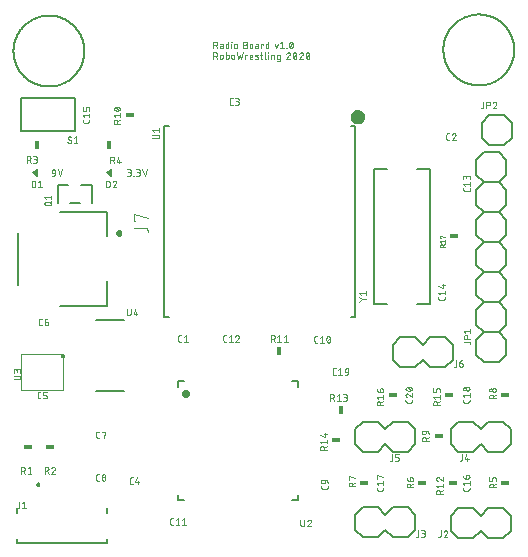
<source format=gbr>
G04 EAGLE Gerber RS-274X export*
G75*
%MOMM*%
%FSLAX34Y34*%
%LPD*%
%INSilkscreen Top*%
%IPPOS*%
%AMOC8*
5,1,8,0,0,1.08239X$1,22.5*%
G01*
%ADD10C,0.152400*%
%ADD11C,0.050800*%
%ADD12C,0.609600*%
%ADD13C,0.127000*%
%ADD14C,0.076200*%
%ADD15C,0.200000*%
%ADD16C,0.406400*%
%ADD17R,0.381000X0.762000*%
%ADD18R,0.762000X0.381000*%
%ADD19C,0.203200*%
%ADD20C,0.025400*%
%ADD21C,0.300000*%
%ADD22C,0.101600*%

G36*
X84047Y310508D02*
X84047Y310508D01*
X84079Y310507D01*
X84143Y310531D01*
X84210Y310547D01*
X84235Y310566D01*
X84265Y310577D01*
X84315Y310624D01*
X84370Y310665D01*
X84386Y310692D01*
X84409Y310714D01*
X84437Y310777D01*
X84472Y310836D01*
X84477Y310871D01*
X84488Y310896D01*
X84489Y310938D01*
X84499Y311000D01*
X84499Y317000D01*
X84498Y317004D01*
X84499Y317008D01*
X84490Y317043D01*
X84486Y317067D01*
X84480Y317136D01*
X84466Y317164D01*
X84460Y317195D01*
X84421Y317252D01*
X84389Y317313D01*
X84365Y317333D01*
X84347Y317359D01*
X84289Y317396D01*
X84236Y317440D01*
X84206Y317449D01*
X84180Y317466D01*
X84112Y317477D01*
X84046Y317497D01*
X84015Y317494D01*
X83983Y317499D01*
X83917Y317483D01*
X83848Y317476D01*
X83816Y317459D01*
X83790Y317453D01*
X83757Y317428D01*
X83700Y317399D01*
X79700Y314399D01*
X79654Y314348D01*
X79647Y314343D01*
X79642Y314335D01*
X79591Y314286D01*
X79582Y314267D01*
X79568Y314251D01*
X79546Y314184D01*
X79540Y314175D01*
X79539Y314166D01*
X79512Y314104D01*
X79511Y314083D01*
X79505Y314062D01*
X79510Y313995D01*
X79507Y313979D01*
X79510Y313965D01*
X79510Y313905D01*
X79518Y313885D01*
X79520Y313864D01*
X79547Y313811D01*
X79553Y313786D01*
X79567Y313766D01*
X79586Y313721D01*
X79602Y313704D01*
X79611Y313687D01*
X79645Y313659D01*
X79651Y313653D01*
X79671Y313625D01*
X79685Y313617D01*
X79700Y313601D01*
X83700Y310601D01*
X83763Y310571D01*
X83820Y310534D01*
X83852Y310529D01*
X83880Y310515D01*
X83949Y310512D01*
X84017Y310501D01*
X84047Y310508D01*
G37*
G36*
X21047Y310508D02*
X21047Y310508D01*
X21079Y310507D01*
X21143Y310531D01*
X21210Y310547D01*
X21235Y310566D01*
X21265Y310577D01*
X21315Y310624D01*
X21370Y310665D01*
X21386Y310692D01*
X21409Y310714D01*
X21437Y310777D01*
X21472Y310836D01*
X21477Y310871D01*
X21488Y310896D01*
X21489Y310938D01*
X21499Y311000D01*
X21499Y317000D01*
X21498Y317004D01*
X21499Y317008D01*
X21490Y317043D01*
X21486Y317067D01*
X21480Y317136D01*
X21466Y317164D01*
X21460Y317195D01*
X21421Y317252D01*
X21389Y317313D01*
X21365Y317333D01*
X21347Y317359D01*
X21289Y317396D01*
X21236Y317440D01*
X21206Y317449D01*
X21180Y317466D01*
X21112Y317477D01*
X21046Y317497D01*
X21015Y317494D01*
X20983Y317499D01*
X20917Y317483D01*
X20848Y317476D01*
X20816Y317459D01*
X20790Y317453D01*
X20757Y317428D01*
X20700Y317399D01*
X16700Y314399D01*
X16654Y314348D01*
X16647Y314343D01*
X16642Y314335D01*
X16591Y314286D01*
X16582Y314267D01*
X16568Y314251D01*
X16546Y314184D01*
X16540Y314175D01*
X16539Y314166D01*
X16512Y314104D01*
X16511Y314083D01*
X16505Y314062D01*
X16510Y313995D01*
X16507Y313979D01*
X16510Y313965D01*
X16510Y313905D01*
X16518Y313885D01*
X16520Y313864D01*
X16547Y313811D01*
X16553Y313786D01*
X16567Y313766D01*
X16586Y313721D01*
X16602Y313704D01*
X16611Y313687D01*
X16645Y313659D01*
X16651Y313653D01*
X16671Y313625D01*
X16685Y313617D01*
X16700Y313601D01*
X20700Y310601D01*
X20763Y310571D01*
X20820Y310534D01*
X20852Y310529D01*
X20880Y310515D01*
X20949Y310512D01*
X21017Y310501D01*
X21047Y310508D01*
G37*
D10*
X1000Y417000D02*
X1009Y417736D01*
X1036Y418472D01*
X1081Y419207D01*
X1144Y419941D01*
X1226Y420672D01*
X1325Y421402D01*
X1442Y422129D01*
X1576Y422853D01*
X1729Y423573D01*
X1899Y424289D01*
X2087Y425001D01*
X2292Y425709D01*
X2514Y426410D01*
X2754Y427107D01*
X3010Y427797D01*
X3284Y428481D01*
X3574Y429157D01*
X3880Y429827D01*
X4203Y430488D01*
X4542Y431142D01*
X4897Y431787D01*
X5268Y432423D01*
X5654Y433050D01*
X6056Y433667D01*
X6472Y434274D01*
X6904Y434871D01*
X7350Y435457D01*
X7810Y436032D01*
X8284Y436595D01*
X8771Y437147D01*
X9273Y437686D01*
X9787Y438213D01*
X10314Y438727D01*
X10853Y439229D01*
X11405Y439716D01*
X11968Y440190D01*
X12543Y440650D01*
X13129Y441096D01*
X13726Y441528D01*
X14333Y441944D01*
X14950Y442346D01*
X15577Y442732D01*
X16213Y443103D01*
X16858Y443458D01*
X17512Y443797D01*
X18173Y444120D01*
X18843Y444426D01*
X19519Y444716D01*
X20203Y444990D01*
X20893Y445246D01*
X21590Y445486D01*
X22291Y445708D01*
X22999Y445913D01*
X23711Y446101D01*
X24427Y446271D01*
X25147Y446424D01*
X25871Y446558D01*
X26598Y446675D01*
X27328Y446774D01*
X28059Y446856D01*
X28793Y446919D01*
X29528Y446964D01*
X30264Y446991D01*
X31000Y447000D01*
X31736Y446991D01*
X32472Y446964D01*
X33207Y446919D01*
X33941Y446856D01*
X34672Y446774D01*
X35402Y446675D01*
X36129Y446558D01*
X36853Y446424D01*
X37573Y446271D01*
X38289Y446101D01*
X39001Y445913D01*
X39709Y445708D01*
X40410Y445486D01*
X41107Y445246D01*
X41797Y444990D01*
X42481Y444716D01*
X43157Y444426D01*
X43827Y444120D01*
X44488Y443797D01*
X45142Y443458D01*
X45787Y443103D01*
X46423Y442732D01*
X47050Y442346D01*
X47667Y441944D01*
X48274Y441528D01*
X48871Y441096D01*
X49457Y440650D01*
X50032Y440190D01*
X50595Y439716D01*
X51147Y439229D01*
X51686Y438727D01*
X52213Y438213D01*
X52727Y437686D01*
X53229Y437147D01*
X53716Y436595D01*
X54190Y436032D01*
X54650Y435457D01*
X55096Y434871D01*
X55528Y434274D01*
X55944Y433667D01*
X56346Y433050D01*
X56732Y432423D01*
X57103Y431787D01*
X57458Y431142D01*
X57797Y430488D01*
X58120Y429827D01*
X58426Y429157D01*
X58716Y428481D01*
X58990Y427797D01*
X59246Y427107D01*
X59486Y426410D01*
X59708Y425709D01*
X59913Y425001D01*
X60101Y424289D01*
X60271Y423573D01*
X60424Y422853D01*
X60558Y422129D01*
X60675Y421402D01*
X60774Y420672D01*
X60856Y419941D01*
X60919Y419207D01*
X60964Y418472D01*
X60991Y417736D01*
X61000Y417000D01*
X60991Y416264D01*
X60964Y415528D01*
X60919Y414793D01*
X60856Y414059D01*
X60774Y413328D01*
X60675Y412598D01*
X60558Y411871D01*
X60424Y411147D01*
X60271Y410427D01*
X60101Y409711D01*
X59913Y408999D01*
X59708Y408291D01*
X59486Y407590D01*
X59246Y406893D01*
X58990Y406203D01*
X58716Y405519D01*
X58426Y404843D01*
X58120Y404173D01*
X57797Y403512D01*
X57458Y402858D01*
X57103Y402213D01*
X56732Y401577D01*
X56346Y400950D01*
X55944Y400333D01*
X55528Y399726D01*
X55096Y399129D01*
X54650Y398543D01*
X54190Y397968D01*
X53716Y397405D01*
X53229Y396853D01*
X52727Y396314D01*
X52213Y395787D01*
X51686Y395273D01*
X51147Y394771D01*
X50595Y394284D01*
X50032Y393810D01*
X49457Y393350D01*
X48871Y392904D01*
X48274Y392472D01*
X47667Y392056D01*
X47050Y391654D01*
X46423Y391268D01*
X45787Y390897D01*
X45142Y390542D01*
X44488Y390203D01*
X43827Y389880D01*
X43157Y389574D01*
X42481Y389284D01*
X41797Y389010D01*
X41107Y388754D01*
X40410Y388514D01*
X39709Y388292D01*
X39001Y388087D01*
X38289Y387899D01*
X37573Y387729D01*
X36853Y387576D01*
X36129Y387442D01*
X35402Y387325D01*
X34672Y387226D01*
X33941Y387144D01*
X33207Y387081D01*
X32472Y387036D01*
X31736Y387009D01*
X31000Y387000D01*
X30264Y387009D01*
X29528Y387036D01*
X28793Y387081D01*
X28059Y387144D01*
X27328Y387226D01*
X26598Y387325D01*
X25871Y387442D01*
X25147Y387576D01*
X24427Y387729D01*
X23711Y387899D01*
X22999Y388087D01*
X22291Y388292D01*
X21590Y388514D01*
X20893Y388754D01*
X20203Y389010D01*
X19519Y389284D01*
X18843Y389574D01*
X18173Y389880D01*
X17512Y390203D01*
X16858Y390542D01*
X16213Y390897D01*
X15577Y391268D01*
X14950Y391654D01*
X14333Y392056D01*
X13726Y392472D01*
X13129Y392904D01*
X12543Y393350D01*
X11968Y393810D01*
X11405Y394284D01*
X10853Y394771D01*
X10314Y395273D01*
X9787Y395787D01*
X9273Y396314D01*
X8771Y396853D01*
X8284Y397405D01*
X7810Y397968D01*
X7350Y398543D01*
X6904Y399129D01*
X6472Y399726D01*
X6056Y400333D01*
X5654Y400950D01*
X5268Y401577D01*
X4897Y402213D01*
X4542Y402858D01*
X4203Y403512D01*
X3880Y404173D01*
X3574Y404843D01*
X3284Y405519D01*
X3010Y406203D01*
X2754Y406893D01*
X2514Y407590D01*
X2292Y408291D01*
X2087Y408999D01*
X1899Y409711D01*
X1729Y410427D01*
X1576Y411147D01*
X1442Y411871D01*
X1325Y412598D01*
X1226Y413328D01*
X1144Y414059D01*
X1081Y414793D01*
X1036Y415528D01*
X1009Y416264D01*
X1000Y417000D01*
X365000Y418000D02*
X365009Y418736D01*
X365036Y419472D01*
X365081Y420207D01*
X365144Y420941D01*
X365226Y421672D01*
X365325Y422402D01*
X365442Y423129D01*
X365576Y423853D01*
X365729Y424573D01*
X365899Y425289D01*
X366087Y426001D01*
X366292Y426709D01*
X366514Y427410D01*
X366754Y428107D01*
X367010Y428797D01*
X367284Y429481D01*
X367574Y430157D01*
X367880Y430827D01*
X368203Y431488D01*
X368542Y432142D01*
X368897Y432787D01*
X369268Y433423D01*
X369654Y434050D01*
X370056Y434667D01*
X370472Y435274D01*
X370904Y435871D01*
X371350Y436457D01*
X371810Y437032D01*
X372284Y437595D01*
X372771Y438147D01*
X373273Y438686D01*
X373787Y439213D01*
X374314Y439727D01*
X374853Y440229D01*
X375405Y440716D01*
X375968Y441190D01*
X376543Y441650D01*
X377129Y442096D01*
X377726Y442528D01*
X378333Y442944D01*
X378950Y443346D01*
X379577Y443732D01*
X380213Y444103D01*
X380858Y444458D01*
X381512Y444797D01*
X382173Y445120D01*
X382843Y445426D01*
X383519Y445716D01*
X384203Y445990D01*
X384893Y446246D01*
X385590Y446486D01*
X386291Y446708D01*
X386999Y446913D01*
X387711Y447101D01*
X388427Y447271D01*
X389147Y447424D01*
X389871Y447558D01*
X390598Y447675D01*
X391328Y447774D01*
X392059Y447856D01*
X392793Y447919D01*
X393528Y447964D01*
X394264Y447991D01*
X395000Y448000D01*
X395736Y447991D01*
X396472Y447964D01*
X397207Y447919D01*
X397941Y447856D01*
X398672Y447774D01*
X399402Y447675D01*
X400129Y447558D01*
X400853Y447424D01*
X401573Y447271D01*
X402289Y447101D01*
X403001Y446913D01*
X403709Y446708D01*
X404410Y446486D01*
X405107Y446246D01*
X405797Y445990D01*
X406481Y445716D01*
X407157Y445426D01*
X407827Y445120D01*
X408488Y444797D01*
X409142Y444458D01*
X409787Y444103D01*
X410423Y443732D01*
X411050Y443346D01*
X411667Y442944D01*
X412274Y442528D01*
X412871Y442096D01*
X413457Y441650D01*
X414032Y441190D01*
X414595Y440716D01*
X415147Y440229D01*
X415686Y439727D01*
X416213Y439213D01*
X416727Y438686D01*
X417229Y438147D01*
X417716Y437595D01*
X418190Y437032D01*
X418650Y436457D01*
X419096Y435871D01*
X419528Y435274D01*
X419944Y434667D01*
X420346Y434050D01*
X420732Y433423D01*
X421103Y432787D01*
X421458Y432142D01*
X421797Y431488D01*
X422120Y430827D01*
X422426Y430157D01*
X422716Y429481D01*
X422990Y428797D01*
X423246Y428107D01*
X423486Y427410D01*
X423708Y426709D01*
X423913Y426001D01*
X424101Y425289D01*
X424271Y424573D01*
X424424Y423853D01*
X424558Y423129D01*
X424675Y422402D01*
X424774Y421672D01*
X424856Y420941D01*
X424919Y420207D01*
X424964Y419472D01*
X424991Y418736D01*
X425000Y418000D01*
X424991Y417264D01*
X424964Y416528D01*
X424919Y415793D01*
X424856Y415059D01*
X424774Y414328D01*
X424675Y413598D01*
X424558Y412871D01*
X424424Y412147D01*
X424271Y411427D01*
X424101Y410711D01*
X423913Y409999D01*
X423708Y409291D01*
X423486Y408590D01*
X423246Y407893D01*
X422990Y407203D01*
X422716Y406519D01*
X422426Y405843D01*
X422120Y405173D01*
X421797Y404512D01*
X421458Y403858D01*
X421103Y403213D01*
X420732Y402577D01*
X420346Y401950D01*
X419944Y401333D01*
X419528Y400726D01*
X419096Y400129D01*
X418650Y399543D01*
X418190Y398968D01*
X417716Y398405D01*
X417229Y397853D01*
X416727Y397314D01*
X416213Y396787D01*
X415686Y396273D01*
X415147Y395771D01*
X414595Y395284D01*
X414032Y394810D01*
X413457Y394350D01*
X412871Y393904D01*
X412274Y393472D01*
X411667Y393056D01*
X411050Y392654D01*
X410423Y392268D01*
X409787Y391897D01*
X409142Y391542D01*
X408488Y391203D01*
X407827Y390880D01*
X407157Y390574D01*
X406481Y390284D01*
X405797Y390010D01*
X405107Y389754D01*
X404410Y389514D01*
X403709Y389292D01*
X403001Y389087D01*
X402289Y388899D01*
X401573Y388729D01*
X400853Y388576D01*
X400129Y388442D01*
X399402Y388325D01*
X398672Y388226D01*
X397941Y388144D01*
X397207Y388081D01*
X396472Y388036D01*
X395736Y388009D01*
X395000Y388000D01*
X394264Y388009D01*
X393528Y388036D01*
X392793Y388081D01*
X392059Y388144D01*
X391328Y388226D01*
X390598Y388325D01*
X389871Y388442D01*
X389147Y388576D01*
X388427Y388729D01*
X387711Y388899D01*
X386999Y389087D01*
X386291Y389292D01*
X385590Y389514D01*
X384893Y389754D01*
X384203Y390010D01*
X383519Y390284D01*
X382843Y390574D01*
X382173Y390880D01*
X381512Y391203D01*
X380858Y391542D01*
X380213Y391897D01*
X379577Y392268D01*
X378950Y392654D01*
X378333Y393056D01*
X377726Y393472D01*
X377129Y393904D01*
X376543Y394350D01*
X375968Y394810D01*
X375405Y395284D01*
X374853Y395771D01*
X374314Y396273D01*
X373787Y396787D01*
X373273Y397314D01*
X372771Y397853D01*
X372284Y398405D01*
X371810Y398968D01*
X371350Y399543D01*
X370904Y400129D01*
X370472Y400726D01*
X370056Y401333D01*
X369654Y401950D01*
X369268Y402577D01*
X368897Y403213D01*
X368542Y403858D01*
X368203Y404512D01*
X367880Y405173D01*
X367574Y405843D01*
X367284Y406519D01*
X367010Y407203D01*
X366754Y407893D01*
X366514Y408590D01*
X366292Y409291D01*
X366087Y409999D01*
X365899Y410711D01*
X365729Y411427D01*
X365576Y412147D01*
X365442Y412871D01*
X365325Y413598D01*
X365226Y414328D01*
X365144Y415059D01*
X365081Y415793D01*
X365036Y416528D01*
X365009Y417264D01*
X365000Y418000D01*
D11*
X36358Y313738D02*
X34496Y313738D01*
X34496Y313737D02*
X34426Y313739D01*
X34357Y313745D01*
X34288Y313755D01*
X34220Y313768D01*
X34152Y313786D01*
X34086Y313807D01*
X34021Y313832D01*
X33957Y313860D01*
X33895Y313892D01*
X33835Y313927D01*
X33777Y313966D01*
X33722Y314008D01*
X33668Y314053D01*
X33618Y314101D01*
X33570Y314151D01*
X33525Y314205D01*
X33483Y314260D01*
X33444Y314318D01*
X33409Y314378D01*
X33377Y314440D01*
X33349Y314504D01*
X33324Y314569D01*
X33303Y314635D01*
X33285Y314703D01*
X33272Y314771D01*
X33262Y314840D01*
X33256Y314909D01*
X33254Y314979D01*
X33254Y315290D01*
X33256Y315367D01*
X33262Y315445D01*
X33271Y315521D01*
X33285Y315598D01*
X33302Y315673D01*
X33323Y315747D01*
X33348Y315821D01*
X33376Y315893D01*
X33408Y315963D01*
X33443Y316032D01*
X33482Y316099D01*
X33524Y316164D01*
X33569Y316227D01*
X33617Y316288D01*
X33668Y316346D01*
X33722Y316401D01*
X33779Y316454D01*
X33838Y316503D01*
X33900Y316550D01*
X33964Y316594D01*
X34030Y316634D01*
X34098Y316671D01*
X34168Y316705D01*
X34239Y316735D01*
X34312Y316761D01*
X34386Y316784D01*
X34461Y316803D01*
X34536Y316818D01*
X34613Y316830D01*
X34690Y316838D01*
X34767Y316842D01*
X34845Y316842D01*
X34922Y316838D01*
X34999Y316830D01*
X35076Y316818D01*
X35151Y316803D01*
X35226Y316784D01*
X35300Y316761D01*
X35373Y316735D01*
X35444Y316705D01*
X35514Y316671D01*
X35582Y316634D01*
X35648Y316594D01*
X35712Y316550D01*
X35774Y316503D01*
X35833Y316454D01*
X35890Y316401D01*
X35944Y316346D01*
X35995Y316288D01*
X36043Y316227D01*
X36088Y316164D01*
X36130Y316099D01*
X36169Y316032D01*
X36204Y315963D01*
X36236Y315893D01*
X36264Y315821D01*
X36289Y315747D01*
X36310Y315673D01*
X36327Y315598D01*
X36341Y315521D01*
X36350Y315445D01*
X36356Y315367D01*
X36358Y315290D01*
X36358Y313738D01*
X36359Y313738D02*
X36357Y313640D01*
X36351Y313543D01*
X36342Y313446D01*
X36328Y313349D01*
X36311Y313253D01*
X36290Y313158D01*
X36266Y313064D01*
X36237Y312970D01*
X36205Y312878D01*
X36170Y312787D01*
X36131Y312698D01*
X36088Y312610D01*
X36042Y312524D01*
X35993Y312440D01*
X35940Y312358D01*
X35885Y312278D01*
X35826Y312200D01*
X35764Y312125D01*
X35699Y312052D01*
X35631Y311982D01*
X35561Y311914D01*
X35488Y311849D01*
X35413Y311787D01*
X35335Y311728D01*
X35255Y311673D01*
X35173Y311620D01*
X35089Y311571D01*
X35003Y311525D01*
X34915Y311482D01*
X34826Y311443D01*
X34735Y311408D01*
X34643Y311376D01*
X34549Y311347D01*
X34455Y311323D01*
X34360Y311302D01*
X34264Y311285D01*
X34167Y311271D01*
X34070Y311262D01*
X33972Y311256D01*
X33875Y311254D01*
X40293Y311254D02*
X38430Y316842D01*
X42155Y316842D02*
X40293Y311254D01*
X97254Y311254D02*
X98806Y311254D01*
X98883Y311256D01*
X98961Y311262D01*
X99037Y311271D01*
X99114Y311285D01*
X99189Y311302D01*
X99263Y311323D01*
X99337Y311348D01*
X99409Y311376D01*
X99479Y311408D01*
X99548Y311443D01*
X99615Y311482D01*
X99680Y311524D01*
X99743Y311569D01*
X99804Y311617D01*
X99862Y311668D01*
X99917Y311722D01*
X99970Y311779D01*
X100019Y311838D01*
X100066Y311900D01*
X100110Y311964D01*
X100150Y312030D01*
X100187Y312098D01*
X100221Y312168D01*
X100251Y312239D01*
X100277Y312312D01*
X100300Y312386D01*
X100319Y312461D01*
X100334Y312536D01*
X100346Y312613D01*
X100354Y312690D01*
X100358Y312767D01*
X100358Y312845D01*
X100354Y312922D01*
X100346Y312999D01*
X100334Y313076D01*
X100319Y313151D01*
X100300Y313226D01*
X100277Y313300D01*
X100251Y313373D01*
X100221Y313444D01*
X100187Y313514D01*
X100150Y313582D01*
X100110Y313648D01*
X100066Y313712D01*
X100019Y313774D01*
X99970Y313833D01*
X99917Y313890D01*
X99862Y313944D01*
X99804Y313995D01*
X99743Y314043D01*
X99680Y314088D01*
X99615Y314130D01*
X99548Y314169D01*
X99479Y314204D01*
X99409Y314236D01*
X99337Y314264D01*
X99263Y314289D01*
X99189Y314310D01*
X99114Y314327D01*
X99037Y314341D01*
X98961Y314350D01*
X98883Y314356D01*
X98806Y314358D01*
X99117Y316842D02*
X97254Y316842D01*
X99117Y316842D02*
X99187Y316840D01*
X99256Y316834D01*
X99325Y316824D01*
X99393Y316811D01*
X99461Y316793D01*
X99527Y316772D01*
X99592Y316747D01*
X99656Y316719D01*
X99718Y316687D01*
X99778Y316652D01*
X99836Y316613D01*
X99891Y316571D01*
X99945Y316526D01*
X99995Y316478D01*
X100043Y316428D01*
X100088Y316374D01*
X100130Y316319D01*
X100169Y316261D01*
X100204Y316201D01*
X100236Y316139D01*
X100264Y316075D01*
X100289Y316010D01*
X100310Y315944D01*
X100328Y315876D01*
X100341Y315808D01*
X100351Y315739D01*
X100357Y315670D01*
X100359Y315600D01*
X100357Y315530D01*
X100351Y315461D01*
X100341Y315392D01*
X100328Y315324D01*
X100310Y315256D01*
X100289Y315190D01*
X100264Y315125D01*
X100236Y315061D01*
X100204Y314999D01*
X100169Y314939D01*
X100130Y314881D01*
X100088Y314826D01*
X100043Y314772D01*
X99995Y314722D01*
X99945Y314674D01*
X99891Y314629D01*
X99836Y314587D01*
X99778Y314548D01*
X99718Y314513D01*
X99656Y314481D01*
X99592Y314453D01*
X99527Y314428D01*
X99461Y314407D01*
X99393Y314389D01*
X99325Y314376D01*
X99256Y314366D01*
X99187Y314360D01*
X99117Y314358D01*
X97875Y314358D01*
X102491Y311564D02*
X102491Y311254D01*
X102491Y311564D02*
X102802Y311564D01*
X102802Y311254D01*
X102491Y311254D01*
X104935Y311254D02*
X106487Y311254D01*
X106564Y311256D01*
X106642Y311262D01*
X106718Y311271D01*
X106795Y311285D01*
X106870Y311302D01*
X106944Y311323D01*
X107018Y311348D01*
X107090Y311376D01*
X107160Y311408D01*
X107229Y311443D01*
X107296Y311482D01*
X107361Y311524D01*
X107424Y311569D01*
X107485Y311617D01*
X107543Y311668D01*
X107598Y311722D01*
X107651Y311779D01*
X107700Y311838D01*
X107747Y311900D01*
X107791Y311964D01*
X107831Y312030D01*
X107868Y312098D01*
X107902Y312168D01*
X107932Y312239D01*
X107958Y312312D01*
X107981Y312386D01*
X108000Y312461D01*
X108015Y312536D01*
X108027Y312613D01*
X108035Y312690D01*
X108039Y312767D01*
X108039Y312845D01*
X108035Y312922D01*
X108027Y312999D01*
X108015Y313076D01*
X108000Y313151D01*
X107981Y313226D01*
X107958Y313300D01*
X107932Y313373D01*
X107902Y313444D01*
X107868Y313514D01*
X107831Y313582D01*
X107791Y313648D01*
X107747Y313712D01*
X107700Y313774D01*
X107651Y313833D01*
X107598Y313890D01*
X107543Y313944D01*
X107485Y313995D01*
X107424Y314043D01*
X107361Y314088D01*
X107296Y314130D01*
X107229Y314169D01*
X107160Y314204D01*
X107090Y314236D01*
X107018Y314264D01*
X106944Y314289D01*
X106870Y314310D01*
X106795Y314327D01*
X106718Y314341D01*
X106642Y314350D01*
X106564Y314356D01*
X106487Y314358D01*
X106798Y316842D02*
X104935Y316842D01*
X106798Y316842D02*
X106868Y316840D01*
X106937Y316834D01*
X107006Y316824D01*
X107074Y316811D01*
X107142Y316793D01*
X107208Y316772D01*
X107273Y316747D01*
X107337Y316719D01*
X107399Y316687D01*
X107459Y316652D01*
X107517Y316613D01*
X107572Y316571D01*
X107626Y316526D01*
X107676Y316478D01*
X107724Y316428D01*
X107769Y316374D01*
X107811Y316319D01*
X107850Y316261D01*
X107885Y316201D01*
X107917Y316139D01*
X107945Y316075D01*
X107970Y316010D01*
X107991Y315944D01*
X108009Y315876D01*
X108022Y315808D01*
X108032Y315739D01*
X108038Y315670D01*
X108040Y315600D01*
X108038Y315530D01*
X108032Y315461D01*
X108022Y315392D01*
X108009Y315324D01*
X107991Y315256D01*
X107970Y315190D01*
X107945Y315125D01*
X107917Y315061D01*
X107885Y314999D01*
X107850Y314939D01*
X107811Y314881D01*
X107769Y314826D01*
X107724Y314772D01*
X107676Y314722D01*
X107626Y314674D01*
X107572Y314629D01*
X107517Y314587D01*
X107459Y314548D01*
X107399Y314513D01*
X107337Y314481D01*
X107273Y314453D01*
X107208Y314428D01*
X107142Y314407D01*
X107074Y314389D01*
X107006Y314376D01*
X106937Y314366D01*
X106868Y314360D01*
X106798Y314358D01*
X105556Y314358D01*
X110111Y316842D02*
X111973Y311254D01*
X113836Y316842D01*
X170254Y419398D02*
X170254Y424986D01*
X171806Y424986D01*
X171883Y424984D01*
X171961Y424978D01*
X172037Y424969D01*
X172114Y424955D01*
X172189Y424938D01*
X172263Y424917D01*
X172337Y424892D01*
X172409Y424864D01*
X172479Y424832D01*
X172548Y424797D01*
X172615Y424758D01*
X172680Y424716D01*
X172743Y424671D01*
X172804Y424623D01*
X172862Y424572D01*
X172917Y424518D01*
X172970Y424461D01*
X173019Y424402D01*
X173066Y424340D01*
X173110Y424276D01*
X173150Y424210D01*
X173187Y424142D01*
X173221Y424072D01*
X173251Y424001D01*
X173277Y423928D01*
X173300Y423854D01*
X173319Y423779D01*
X173334Y423704D01*
X173346Y423627D01*
X173354Y423550D01*
X173358Y423473D01*
X173358Y423395D01*
X173354Y423318D01*
X173346Y423241D01*
X173334Y423164D01*
X173319Y423089D01*
X173300Y423014D01*
X173277Y422940D01*
X173251Y422867D01*
X173221Y422796D01*
X173187Y422726D01*
X173150Y422658D01*
X173110Y422592D01*
X173066Y422528D01*
X173019Y422466D01*
X172970Y422407D01*
X172917Y422350D01*
X172862Y422296D01*
X172804Y422245D01*
X172743Y422197D01*
X172680Y422152D01*
X172615Y422110D01*
X172548Y422071D01*
X172479Y422036D01*
X172409Y422004D01*
X172337Y421976D01*
X172263Y421951D01*
X172189Y421930D01*
X172114Y421913D01*
X172037Y421899D01*
X171961Y421890D01*
X171883Y421884D01*
X171806Y421882D01*
X170254Y421882D01*
X172117Y421882D02*
X173358Y419398D01*
X176707Y421571D02*
X178104Y421571D01*
X176707Y421572D02*
X176643Y421570D01*
X176578Y421564D01*
X176515Y421555D01*
X176452Y421542D01*
X176390Y421525D01*
X176329Y421504D01*
X176269Y421480D01*
X176211Y421452D01*
X176154Y421421D01*
X176100Y421387D01*
X176047Y421349D01*
X175997Y421308D01*
X175950Y421265D01*
X175905Y421219D01*
X175863Y421170D01*
X175824Y421119D01*
X175788Y421065D01*
X175755Y421010D01*
X175726Y420952D01*
X175700Y420894D01*
X175677Y420833D01*
X175658Y420772D01*
X175643Y420709D01*
X175632Y420645D01*
X175624Y420582D01*
X175620Y420517D01*
X175620Y420453D01*
X175624Y420388D01*
X175632Y420325D01*
X175643Y420261D01*
X175658Y420198D01*
X175677Y420137D01*
X175700Y420076D01*
X175726Y420018D01*
X175755Y419960D01*
X175788Y419905D01*
X175824Y419851D01*
X175863Y419800D01*
X175905Y419751D01*
X175950Y419705D01*
X175997Y419662D01*
X176047Y419621D01*
X176100Y419583D01*
X176154Y419549D01*
X176211Y419518D01*
X176269Y419490D01*
X176329Y419466D01*
X176390Y419445D01*
X176452Y419428D01*
X176515Y419415D01*
X176578Y419406D01*
X176643Y419400D01*
X176707Y419398D01*
X178104Y419398D01*
X178104Y422192D01*
X178103Y422192D02*
X178101Y422250D01*
X178096Y422309D01*
X178087Y422366D01*
X178074Y422424D01*
X178057Y422480D01*
X178038Y422535D01*
X178014Y422588D01*
X177988Y422641D01*
X177958Y422691D01*
X177925Y422739D01*
X177889Y422785D01*
X177851Y422829D01*
X177809Y422871D01*
X177765Y422909D01*
X177719Y422945D01*
X177671Y422978D01*
X177621Y423008D01*
X177568Y423034D01*
X177515Y423058D01*
X177460Y423077D01*
X177404Y423094D01*
X177346Y423107D01*
X177289Y423116D01*
X177230Y423121D01*
X177172Y423123D01*
X175931Y423123D01*
X183041Y424986D02*
X183041Y419398D01*
X181489Y419398D01*
X181431Y419400D01*
X181372Y419405D01*
X181315Y419414D01*
X181257Y419427D01*
X181201Y419444D01*
X181146Y419463D01*
X181093Y419487D01*
X181040Y419513D01*
X180990Y419543D01*
X180942Y419576D01*
X180896Y419612D01*
X180852Y419650D01*
X180810Y419692D01*
X180772Y419736D01*
X180736Y419782D01*
X180703Y419830D01*
X180673Y419880D01*
X180647Y419933D01*
X180623Y419986D01*
X180604Y420041D01*
X180587Y420097D01*
X180574Y420155D01*
X180565Y420212D01*
X180560Y420271D01*
X180558Y420329D01*
X180558Y422192D01*
X180560Y422250D01*
X180565Y422309D01*
X180574Y422366D01*
X180587Y422424D01*
X180604Y422480D01*
X180623Y422535D01*
X180647Y422588D01*
X180673Y422641D01*
X180703Y422691D01*
X180736Y422739D01*
X180772Y422785D01*
X180810Y422829D01*
X180852Y422871D01*
X180896Y422909D01*
X180942Y422945D01*
X180990Y422978D01*
X181040Y423008D01*
X181093Y423034D01*
X181146Y423058D01*
X181201Y423077D01*
X181257Y423094D01*
X181315Y423107D01*
X181372Y423116D01*
X181431Y423121D01*
X181489Y423123D01*
X183041Y423123D01*
X185486Y423123D02*
X185486Y419398D01*
X185331Y424676D02*
X185331Y424986D01*
X185641Y424986D01*
X185641Y424676D01*
X185331Y424676D01*
X187719Y421882D02*
X187719Y420640D01*
X187719Y421882D02*
X187721Y421952D01*
X187727Y422021D01*
X187737Y422090D01*
X187750Y422158D01*
X187768Y422226D01*
X187789Y422292D01*
X187814Y422357D01*
X187842Y422421D01*
X187874Y422483D01*
X187909Y422543D01*
X187948Y422601D01*
X187990Y422656D01*
X188035Y422710D01*
X188083Y422760D01*
X188133Y422808D01*
X188187Y422853D01*
X188242Y422895D01*
X188300Y422934D01*
X188360Y422969D01*
X188422Y423001D01*
X188486Y423029D01*
X188551Y423054D01*
X188617Y423075D01*
X188685Y423093D01*
X188753Y423106D01*
X188822Y423116D01*
X188891Y423122D01*
X188961Y423124D01*
X189031Y423122D01*
X189100Y423116D01*
X189169Y423106D01*
X189237Y423093D01*
X189305Y423075D01*
X189371Y423054D01*
X189436Y423029D01*
X189500Y423001D01*
X189562Y422969D01*
X189622Y422934D01*
X189680Y422895D01*
X189735Y422853D01*
X189789Y422808D01*
X189839Y422760D01*
X189887Y422710D01*
X189932Y422656D01*
X189974Y422601D01*
X190013Y422543D01*
X190048Y422483D01*
X190080Y422421D01*
X190108Y422357D01*
X190133Y422292D01*
X190154Y422226D01*
X190172Y422158D01*
X190185Y422090D01*
X190195Y422021D01*
X190201Y421952D01*
X190203Y421882D01*
X190202Y421882D02*
X190202Y420640D01*
X190203Y420640D02*
X190201Y420570D01*
X190195Y420501D01*
X190185Y420432D01*
X190172Y420364D01*
X190154Y420296D01*
X190133Y420230D01*
X190108Y420165D01*
X190080Y420101D01*
X190048Y420039D01*
X190013Y419979D01*
X189974Y419921D01*
X189932Y419866D01*
X189887Y419812D01*
X189839Y419762D01*
X189789Y419714D01*
X189735Y419669D01*
X189680Y419627D01*
X189622Y419588D01*
X189562Y419553D01*
X189500Y419521D01*
X189436Y419493D01*
X189371Y419468D01*
X189305Y419447D01*
X189237Y419429D01*
X189169Y419416D01*
X189100Y419406D01*
X189031Y419400D01*
X188961Y419398D01*
X188891Y419400D01*
X188822Y419406D01*
X188753Y419416D01*
X188685Y419429D01*
X188617Y419447D01*
X188551Y419468D01*
X188486Y419493D01*
X188422Y419521D01*
X188360Y419553D01*
X188300Y419588D01*
X188242Y419627D01*
X188187Y419669D01*
X188133Y419714D01*
X188083Y419762D01*
X188035Y419812D01*
X187990Y419866D01*
X187948Y419921D01*
X187909Y419979D01*
X187874Y420039D01*
X187842Y420101D01*
X187814Y420165D01*
X187789Y420230D01*
X187768Y420296D01*
X187750Y420364D01*
X187737Y420432D01*
X187727Y420501D01*
X187721Y420570D01*
X187719Y420640D01*
X195721Y422502D02*
X197273Y422502D01*
X197350Y422500D01*
X197428Y422494D01*
X197504Y422485D01*
X197581Y422471D01*
X197656Y422454D01*
X197730Y422433D01*
X197804Y422408D01*
X197876Y422380D01*
X197946Y422348D01*
X198015Y422313D01*
X198082Y422274D01*
X198147Y422232D01*
X198210Y422187D01*
X198271Y422139D01*
X198329Y422088D01*
X198384Y422034D01*
X198437Y421977D01*
X198486Y421918D01*
X198533Y421856D01*
X198577Y421792D01*
X198617Y421726D01*
X198654Y421658D01*
X198688Y421588D01*
X198718Y421517D01*
X198744Y421444D01*
X198767Y421370D01*
X198786Y421295D01*
X198801Y421220D01*
X198813Y421143D01*
X198821Y421066D01*
X198825Y420989D01*
X198825Y420911D01*
X198821Y420834D01*
X198813Y420757D01*
X198801Y420680D01*
X198786Y420605D01*
X198767Y420530D01*
X198744Y420456D01*
X198718Y420383D01*
X198688Y420312D01*
X198654Y420242D01*
X198617Y420174D01*
X198577Y420108D01*
X198533Y420044D01*
X198486Y419982D01*
X198437Y419923D01*
X198384Y419866D01*
X198329Y419812D01*
X198271Y419761D01*
X198210Y419713D01*
X198147Y419668D01*
X198082Y419626D01*
X198015Y419587D01*
X197946Y419552D01*
X197876Y419520D01*
X197804Y419492D01*
X197730Y419467D01*
X197656Y419446D01*
X197581Y419429D01*
X197504Y419415D01*
X197428Y419406D01*
X197350Y419400D01*
X197273Y419398D01*
X195721Y419398D01*
X195721Y424986D01*
X197273Y424986D01*
X197343Y424984D01*
X197412Y424978D01*
X197481Y424968D01*
X197549Y424955D01*
X197617Y424937D01*
X197683Y424916D01*
X197748Y424891D01*
X197812Y424863D01*
X197874Y424831D01*
X197934Y424796D01*
X197992Y424757D01*
X198047Y424715D01*
X198101Y424670D01*
X198151Y424622D01*
X198199Y424572D01*
X198244Y424518D01*
X198286Y424463D01*
X198325Y424405D01*
X198360Y424345D01*
X198392Y424283D01*
X198420Y424219D01*
X198445Y424154D01*
X198466Y424088D01*
X198484Y424020D01*
X198497Y423952D01*
X198507Y423883D01*
X198513Y423814D01*
X198515Y423744D01*
X198513Y423674D01*
X198507Y423605D01*
X198497Y423536D01*
X198484Y423468D01*
X198466Y423400D01*
X198445Y423334D01*
X198420Y423269D01*
X198392Y423205D01*
X198360Y423143D01*
X198325Y423083D01*
X198286Y423025D01*
X198244Y422970D01*
X198199Y422916D01*
X198151Y422866D01*
X198101Y422818D01*
X198047Y422773D01*
X197992Y422731D01*
X197934Y422692D01*
X197874Y422657D01*
X197812Y422625D01*
X197748Y422597D01*
X197683Y422572D01*
X197617Y422551D01*
X197549Y422533D01*
X197481Y422520D01*
X197412Y422510D01*
X197343Y422504D01*
X197273Y422502D01*
X200886Y421882D02*
X200886Y420640D01*
X200886Y421882D02*
X200888Y421952D01*
X200894Y422021D01*
X200904Y422090D01*
X200917Y422158D01*
X200935Y422226D01*
X200956Y422292D01*
X200981Y422357D01*
X201009Y422421D01*
X201041Y422483D01*
X201076Y422543D01*
X201115Y422601D01*
X201157Y422656D01*
X201202Y422710D01*
X201250Y422760D01*
X201300Y422808D01*
X201354Y422853D01*
X201409Y422895D01*
X201467Y422934D01*
X201527Y422969D01*
X201589Y423001D01*
X201653Y423029D01*
X201718Y423054D01*
X201784Y423075D01*
X201852Y423093D01*
X201920Y423106D01*
X201989Y423116D01*
X202058Y423122D01*
X202128Y423124D01*
X202198Y423122D01*
X202267Y423116D01*
X202336Y423106D01*
X202404Y423093D01*
X202472Y423075D01*
X202538Y423054D01*
X202603Y423029D01*
X202667Y423001D01*
X202729Y422969D01*
X202789Y422934D01*
X202847Y422895D01*
X202902Y422853D01*
X202956Y422808D01*
X203006Y422760D01*
X203054Y422710D01*
X203099Y422656D01*
X203141Y422601D01*
X203180Y422543D01*
X203215Y422483D01*
X203247Y422421D01*
X203275Y422357D01*
X203300Y422292D01*
X203321Y422226D01*
X203339Y422158D01*
X203352Y422090D01*
X203362Y422021D01*
X203368Y421952D01*
X203370Y421882D01*
X203370Y420640D01*
X203368Y420570D01*
X203362Y420501D01*
X203352Y420432D01*
X203339Y420364D01*
X203321Y420296D01*
X203300Y420230D01*
X203275Y420165D01*
X203247Y420101D01*
X203215Y420039D01*
X203180Y419979D01*
X203141Y419921D01*
X203099Y419866D01*
X203054Y419812D01*
X203006Y419762D01*
X202956Y419714D01*
X202902Y419669D01*
X202847Y419627D01*
X202789Y419588D01*
X202729Y419553D01*
X202667Y419521D01*
X202603Y419493D01*
X202538Y419468D01*
X202472Y419447D01*
X202404Y419429D01*
X202336Y419416D01*
X202267Y419406D01*
X202198Y419400D01*
X202128Y419398D01*
X202058Y419400D01*
X201989Y419406D01*
X201920Y419416D01*
X201852Y419429D01*
X201784Y419447D01*
X201718Y419468D01*
X201653Y419493D01*
X201589Y419521D01*
X201527Y419553D01*
X201467Y419588D01*
X201409Y419627D01*
X201354Y419669D01*
X201300Y419714D01*
X201250Y419762D01*
X201202Y419812D01*
X201157Y419866D01*
X201115Y419921D01*
X201076Y419979D01*
X201041Y420039D01*
X201009Y420101D01*
X200981Y420165D01*
X200956Y420230D01*
X200935Y420296D01*
X200917Y420364D01*
X200904Y420432D01*
X200894Y420501D01*
X200888Y420570D01*
X200886Y420640D01*
X206699Y421571D02*
X208096Y421571D01*
X206699Y421572D02*
X206635Y421570D01*
X206570Y421564D01*
X206507Y421555D01*
X206444Y421542D01*
X206382Y421525D01*
X206321Y421504D01*
X206261Y421480D01*
X206203Y421452D01*
X206146Y421421D01*
X206092Y421387D01*
X206039Y421349D01*
X205989Y421308D01*
X205942Y421265D01*
X205897Y421219D01*
X205855Y421170D01*
X205816Y421119D01*
X205780Y421065D01*
X205747Y421010D01*
X205718Y420952D01*
X205692Y420894D01*
X205669Y420833D01*
X205650Y420772D01*
X205635Y420709D01*
X205624Y420645D01*
X205616Y420582D01*
X205612Y420517D01*
X205612Y420453D01*
X205616Y420388D01*
X205624Y420325D01*
X205635Y420261D01*
X205650Y420198D01*
X205669Y420137D01*
X205692Y420076D01*
X205718Y420018D01*
X205747Y419960D01*
X205780Y419905D01*
X205816Y419851D01*
X205855Y419800D01*
X205897Y419751D01*
X205942Y419705D01*
X205989Y419662D01*
X206039Y419621D01*
X206092Y419583D01*
X206146Y419549D01*
X206203Y419518D01*
X206261Y419490D01*
X206321Y419466D01*
X206382Y419445D01*
X206444Y419428D01*
X206507Y419415D01*
X206570Y419406D01*
X206635Y419400D01*
X206699Y419398D01*
X208096Y419398D01*
X208096Y422192D01*
X208095Y422192D02*
X208093Y422250D01*
X208088Y422309D01*
X208079Y422366D01*
X208066Y422424D01*
X208049Y422480D01*
X208030Y422535D01*
X208006Y422588D01*
X207980Y422641D01*
X207950Y422691D01*
X207917Y422739D01*
X207881Y422785D01*
X207843Y422829D01*
X207801Y422871D01*
X207757Y422909D01*
X207711Y422945D01*
X207663Y422978D01*
X207613Y423008D01*
X207560Y423034D01*
X207507Y423058D01*
X207452Y423077D01*
X207396Y423094D01*
X207338Y423107D01*
X207281Y423116D01*
X207222Y423121D01*
X207164Y423123D01*
X205923Y423123D01*
X210794Y423123D02*
X210794Y419398D01*
X210794Y423123D02*
X212657Y423123D01*
X212657Y422502D01*
X216874Y424986D02*
X216874Y419398D01*
X215322Y419398D01*
X215264Y419400D01*
X215205Y419405D01*
X215148Y419414D01*
X215090Y419427D01*
X215034Y419444D01*
X214979Y419463D01*
X214926Y419487D01*
X214873Y419513D01*
X214823Y419543D01*
X214775Y419576D01*
X214729Y419612D01*
X214685Y419650D01*
X214643Y419692D01*
X214605Y419736D01*
X214569Y419782D01*
X214536Y419830D01*
X214506Y419880D01*
X214480Y419933D01*
X214456Y419986D01*
X214437Y420041D01*
X214420Y420097D01*
X214407Y420155D01*
X214398Y420212D01*
X214393Y420271D01*
X214391Y420329D01*
X214390Y420329D02*
X214390Y422192D01*
X214391Y422192D02*
X214393Y422250D01*
X214398Y422309D01*
X214407Y422366D01*
X214420Y422424D01*
X214437Y422480D01*
X214456Y422535D01*
X214480Y422588D01*
X214506Y422641D01*
X214536Y422691D01*
X214569Y422739D01*
X214605Y422785D01*
X214643Y422829D01*
X214685Y422871D01*
X214729Y422909D01*
X214775Y422945D01*
X214823Y422978D01*
X214873Y423008D01*
X214926Y423034D01*
X214979Y423058D01*
X215034Y423077D01*
X215090Y423094D01*
X215148Y423107D01*
X215205Y423116D01*
X215264Y423121D01*
X215322Y423123D01*
X216874Y423123D01*
X222100Y423123D02*
X223342Y419398D01*
X224584Y423123D01*
X226727Y423744D02*
X228280Y424986D01*
X228280Y419398D01*
X229832Y419398D02*
X226727Y419398D01*
X231965Y419398D02*
X231965Y419708D01*
X232275Y419708D01*
X232275Y419398D01*
X231965Y419398D01*
X234408Y422192D02*
X234410Y422323D01*
X234415Y422453D01*
X234425Y422583D01*
X234438Y422713D01*
X234454Y422843D01*
X234474Y422972D01*
X234498Y423100D01*
X234526Y423227D01*
X234557Y423354D01*
X234592Y423480D01*
X234630Y423605D01*
X234672Y423729D01*
X234717Y423851D01*
X234766Y423972D01*
X234818Y424092D01*
X234874Y424210D01*
X234873Y424210D02*
X234896Y424270D01*
X234922Y424330D01*
X234951Y424387D01*
X234984Y424443D01*
X235020Y424497D01*
X235058Y424549D01*
X235100Y424599D01*
X235144Y424646D01*
X235191Y424691D01*
X235241Y424733D01*
X235292Y424772D01*
X235346Y424808D01*
X235402Y424841D01*
X235459Y424871D01*
X235518Y424898D01*
X235579Y424921D01*
X235640Y424941D01*
X235703Y424957D01*
X235767Y424970D01*
X235831Y424979D01*
X235895Y424984D01*
X235960Y424986D01*
X236025Y424984D01*
X236089Y424979D01*
X236153Y424970D01*
X236217Y424957D01*
X236280Y424941D01*
X236341Y424921D01*
X236402Y424898D01*
X236461Y424871D01*
X236518Y424841D01*
X236574Y424808D01*
X236628Y424772D01*
X236679Y424733D01*
X236729Y424691D01*
X236776Y424646D01*
X236820Y424599D01*
X236862Y424549D01*
X236900Y424497D01*
X236936Y424443D01*
X236969Y424387D01*
X236998Y424330D01*
X237024Y424270D01*
X237047Y424210D01*
X237103Y424092D01*
X237155Y423972D01*
X237204Y423851D01*
X237249Y423729D01*
X237291Y423605D01*
X237329Y423480D01*
X237364Y423354D01*
X237395Y423228D01*
X237423Y423100D01*
X237447Y422972D01*
X237467Y422843D01*
X237483Y422713D01*
X237496Y422583D01*
X237506Y422453D01*
X237511Y422323D01*
X237513Y422192D01*
X234408Y422192D02*
X234410Y422061D01*
X234415Y421931D01*
X234425Y421801D01*
X234438Y421671D01*
X234454Y421541D01*
X234474Y421412D01*
X234498Y421284D01*
X234526Y421157D01*
X234557Y421030D01*
X234592Y420904D01*
X234630Y420779D01*
X234672Y420655D01*
X234717Y420533D01*
X234766Y420412D01*
X234818Y420292D01*
X234874Y420174D01*
X234873Y420174D02*
X234896Y420114D01*
X234922Y420054D01*
X234951Y419997D01*
X234984Y419941D01*
X235020Y419887D01*
X235058Y419835D01*
X235100Y419785D01*
X235144Y419738D01*
X235191Y419693D01*
X235241Y419651D01*
X235292Y419612D01*
X235346Y419576D01*
X235402Y419543D01*
X235459Y419513D01*
X235518Y419486D01*
X235579Y419463D01*
X235640Y419443D01*
X235703Y419427D01*
X235767Y419414D01*
X235831Y419405D01*
X235895Y419400D01*
X235960Y419398D01*
X237047Y420174D02*
X237103Y420292D01*
X237155Y420412D01*
X237204Y420533D01*
X237249Y420655D01*
X237291Y420779D01*
X237329Y420904D01*
X237364Y421030D01*
X237395Y421156D01*
X237423Y421284D01*
X237447Y421412D01*
X237467Y421541D01*
X237483Y421671D01*
X237496Y421801D01*
X237506Y421931D01*
X237511Y422061D01*
X237513Y422192D01*
X237047Y420174D02*
X237024Y420114D01*
X236998Y420054D01*
X236969Y419997D01*
X236936Y419941D01*
X236900Y419887D01*
X236862Y419835D01*
X236820Y419785D01*
X236776Y419738D01*
X236729Y419693D01*
X236679Y419651D01*
X236628Y419612D01*
X236574Y419576D01*
X236518Y419543D01*
X236461Y419513D01*
X236402Y419486D01*
X236341Y419463D01*
X236280Y419443D01*
X236217Y419427D01*
X236153Y419414D01*
X236089Y419405D01*
X236025Y419400D01*
X235960Y419398D01*
X234719Y420640D02*
X237202Y423744D01*
X170254Y415842D02*
X170254Y410254D01*
X170254Y415842D02*
X171806Y415842D01*
X171883Y415840D01*
X171961Y415834D01*
X172037Y415825D01*
X172114Y415811D01*
X172189Y415794D01*
X172263Y415773D01*
X172337Y415748D01*
X172409Y415720D01*
X172479Y415688D01*
X172548Y415653D01*
X172615Y415614D01*
X172680Y415572D01*
X172743Y415527D01*
X172804Y415479D01*
X172862Y415428D01*
X172917Y415374D01*
X172970Y415317D01*
X173019Y415258D01*
X173066Y415196D01*
X173110Y415132D01*
X173150Y415066D01*
X173187Y414998D01*
X173221Y414928D01*
X173251Y414857D01*
X173277Y414784D01*
X173300Y414710D01*
X173319Y414635D01*
X173334Y414560D01*
X173346Y414483D01*
X173354Y414406D01*
X173358Y414329D01*
X173358Y414251D01*
X173354Y414174D01*
X173346Y414097D01*
X173334Y414020D01*
X173319Y413945D01*
X173300Y413870D01*
X173277Y413796D01*
X173251Y413723D01*
X173221Y413652D01*
X173187Y413582D01*
X173150Y413514D01*
X173110Y413448D01*
X173066Y413384D01*
X173019Y413322D01*
X172970Y413263D01*
X172917Y413206D01*
X172862Y413152D01*
X172804Y413101D01*
X172743Y413053D01*
X172680Y413008D01*
X172615Y412966D01*
X172548Y412927D01*
X172479Y412892D01*
X172409Y412860D01*
X172337Y412832D01*
X172263Y412807D01*
X172189Y412786D01*
X172114Y412769D01*
X172037Y412755D01*
X171961Y412746D01*
X171883Y412740D01*
X171806Y412738D01*
X170254Y412738D01*
X172117Y412738D02*
X173358Y410254D01*
X175649Y411496D02*
X175649Y412738D01*
X175651Y412808D01*
X175657Y412877D01*
X175667Y412946D01*
X175680Y413014D01*
X175698Y413082D01*
X175719Y413148D01*
X175744Y413213D01*
X175772Y413277D01*
X175804Y413339D01*
X175839Y413399D01*
X175878Y413457D01*
X175920Y413512D01*
X175965Y413566D01*
X176013Y413616D01*
X176063Y413664D01*
X176117Y413709D01*
X176172Y413751D01*
X176230Y413790D01*
X176290Y413825D01*
X176352Y413857D01*
X176416Y413885D01*
X176481Y413910D01*
X176547Y413931D01*
X176615Y413949D01*
X176683Y413962D01*
X176752Y413972D01*
X176821Y413978D01*
X176891Y413980D01*
X176961Y413978D01*
X177030Y413972D01*
X177099Y413962D01*
X177167Y413949D01*
X177235Y413931D01*
X177301Y413910D01*
X177366Y413885D01*
X177430Y413857D01*
X177492Y413825D01*
X177552Y413790D01*
X177610Y413751D01*
X177665Y413709D01*
X177719Y413664D01*
X177769Y413616D01*
X177817Y413566D01*
X177862Y413512D01*
X177904Y413457D01*
X177943Y413399D01*
X177978Y413339D01*
X178010Y413277D01*
X178038Y413213D01*
X178063Y413148D01*
X178084Y413082D01*
X178102Y413014D01*
X178115Y412946D01*
X178125Y412877D01*
X178131Y412808D01*
X178133Y412738D01*
X178133Y411496D01*
X178131Y411426D01*
X178125Y411357D01*
X178115Y411288D01*
X178102Y411220D01*
X178084Y411152D01*
X178063Y411086D01*
X178038Y411021D01*
X178010Y410957D01*
X177978Y410895D01*
X177943Y410835D01*
X177904Y410777D01*
X177862Y410722D01*
X177817Y410668D01*
X177769Y410618D01*
X177719Y410570D01*
X177665Y410525D01*
X177610Y410483D01*
X177552Y410444D01*
X177492Y410409D01*
X177430Y410377D01*
X177366Y410349D01*
X177301Y410324D01*
X177235Y410303D01*
X177167Y410285D01*
X177099Y410272D01*
X177030Y410262D01*
X176961Y410256D01*
X176891Y410254D01*
X176821Y410256D01*
X176752Y410262D01*
X176683Y410272D01*
X176615Y410285D01*
X176547Y410303D01*
X176481Y410324D01*
X176416Y410349D01*
X176352Y410377D01*
X176290Y410409D01*
X176230Y410444D01*
X176172Y410483D01*
X176117Y410525D01*
X176063Y410570D01*
X176013Y410618D01*
X175965Y410668D01*
X175920Y410722D01*
X175878Y410777D01*
X175839Y410835D01*
X175804Y410895D01*
X175772Y410957D01*
X175744Y411021D01*
X175719Y411086D01*
X175698Y411152D01*
X175680Y411220D01*
X175667Y411288D01*
X175657Y411357D01*
X175651Y411426D01*
X175649Y411496D01*
X180616Y410254D02*
X180616Y415842D01*
X180616Y410254D02*
X182168Y410254D01*
X182226Y410256D01*
X182285Y410261D01*
X182342Y410270D01*
X182400Y410283D01*
X182456Y410300D01*
X182511Y410319D01*
X182564Y410343D01*
X182617Y410369D01*
X182667Y410399D01*
X182715Y410432D01*
X182761Y410468D01*
X182805Y410506D01*
X182847Y410548D01*
X182885Y410592D01*
X182921Y410638D01*
X182954Y410686D01*
X182984Y410736D01*
X183010Y410789D01*
X183034Y410842D01*
X183053Y410897D01*
X183070Y410953D01*
X183083Y411011D01*
X183092Y411068D01*
X183097Y411127D01*
X183099Y411185D01*
X183099Y413048D01*
X183097Y413106D01*
X183092Y413165D01*
X183083Y413222D01*
X183070Y413280D01*
X183053Y413336D01*
X183034Y413391D01*
X183010Y413444D01*
X182984Y413497D01*
X182954Y413547D01*
X182921Y413595D01*
X182885Y413641D01*
X182847Y413685D01*
X182805Y413727D01*
X182761Y413765D01*
X182715Y413801D01*
X182667Y413834D01*
X182617Y413864D01*
X182564Y413890D01*
X182511Y413914D01*
X182456Y413933D01*
X182400Y413950D01*
X182342Y413963D01*
X182285Y413972D01*
X182226Y413977D01*
X182168Y413979D01*
X180616Y413979D01*
X185342Y412738D02*
X185342Y411496D01*
X185341Y412738D02*
X185343Y412808D01*
X185349Y412877D01*
X185359Y412946D01*
X185372Y413014D01*
X185390Y413082D01*
X185411Y413148D01*
X185436Y413213D01*
X185464Y413277D01*
X185496Y413339D01*
X185531Y413399D01*
X185570Y413457D01*
X185612Y413512D01*
X185657Y413566D01*
X185705Y413616D01*
X185755Y413664D01*
X185809Y413709D01*
X185864Y413751D01*
X185922Y413790D01*
X185982Y413825D01*
X186044Y413857D01*
X186108Y413885D01*
X186173Y413910D01*
X186239Y413931D01*
X186307Y413949D01*
X186375Y413962D01*
X186444Y413972D01*
X186513Y413978D01*
X186583Y413980D01*
X186653Y413978D01*
X186722Y413972D01*
X186791Y413962D01*
X186859Y413949D01*
X186927Y413931D01*
X186993Y413910D01*
X187058Y413885D01*
X187122Y413857D01*
X187184Y413825D01*
X187244Y413790D01*
X187302Y413751D01*
X187357Y413709D01*
X187411Y413664D01*
X187461Y413616D01*
X187509Y413566D01*
X187554Y413512D01*
X187596Y413457D01*
X187635Y413399D01*
X187670Y413339D01*
X187702Y413277D01*
X187730Y413213D01*
X187755Y413148D01*
X187776Y413082D01*
X187794Y413014D01*
X187807Y412946D01*
X187817Y412877D01*
X187823Y412808D01*
X187825Y412738D01*
X187825Y411496D01*
X187823Y411426D01*
X187817Y411357D01*
X187807Y411288D01*
X187794Y411220D01*
X187776Y411152D01*
X187755Y411086D01*
X187730Y411021D01*
X187702Y410957D01*
X187670Y410895D01*
X187635Y410835D01*
X187596Y410777D01*
X187554Y410722D01*
X187509Y410668D01*
X187461Y410618D01*
X187411Y410570D01*
X187357Y410525D01*
X187302Y410483D01*
X187244Y410444D01*
X187184Y410409D01*
X187122Y410377D01*
X187058Y410349D01*
X186993Y410324D01*
X186927Y410303D01*
X186859Y410285D01*
X186791Y410272D01*
X186722Y410262D01*
X186653Y410256D01*
X186583Y410254D01*
X186513Y410256D01*
X186444Y410262D01*
X186375Y410272D01*
X186307Y410285D01*
X186239Y410303D01*
X186173Y410324D01*
X186108Y410349D01*
X186044Y410377D01*
X185982Y410409D01*
X185922Y410444D01*
X185864Y410483D01*
X185809Y410525D01*
X185755Y410570D01*
X185705Y410618D01*
X185657Y410668D01*
X185612Y410722D01*
X185570Y410777D01*
X185531Y410835D01*
X185496Y410895D01*
X185464Y410957D01*
X185436Y411021D01*
X185411Y411086D01*
X185390Y411152D01*
X185372Y411220D01*
X185359Y411288D01*
X185349Y411357D01*
X185343Y411426D01*
X185341Y411496D01*
X191194Y410254D02*
X189952Y415842D01*
X192435Y413979D02*
X191194Y410254D01*
X193677Y410254D02*
X192435Y413979D01*
X194919Y415842D02*
X193677Y410254D01*
X197261Y410254D02*
X197261Y413979D01*
X199124Y413979D01*
X199124Y413358D01*
X201818Y410254D02*
X203370Y410254D01*
X201818Y410254D02*
X201760Y410256D01*
X201701Y410261D01*
X201644Y410270D01*
X201586Y410283D01*
X201530Y410300D01*
X201475Y410319D01*
X201422Y410343D01*
X201369Y410369D01*
X201319Y410399D01*
X201271Y410432D01*
X201225Y410468D01*
X201181Y410506D01*
X201139Y410548D01*
X201101Y410592D01*
X201065Y410638D01*
X201032Y410686D01*
X201002Y410736D01*
X200976Y410789D01*
X200952Y410842D01*
X200933Y410897D01*
X200916Y410953D01*
X200903Y411011D01*
X200894Y411068D01*
X200889Y411127D01*
X200887Y411185D01*
X200886Y411185D02*
X200886Y412738D01*
X200888Y412808D01*
X200894Y412877D01*
X200904Y412946D01*
X200917Y413014D01*
X200935Y413082D01*
X200956Y413148D01*
X200981Y413213D01*
X201009Y413277D01*
X201041Y413339D01*
X201076Y413399D01*
X201115Y413457D01*
X201157Y413512D01*
X201202Y413566D01*
X201250Y413616D01*
X201300Y413664D01*
X201354Y413709D01*
X201409Y413751D01*
X201467Y413790D01*
X201527Y413825D01*
X201589Y413857D01*
X201653Y413885D01*
X201718Y413910D01*
X201784Y413931D01*
X201852Y413949D01*
X201920Y413962D01*
X201989Y413972D01*
X202058Y413978D01*
X202128Y413980D01*
X202198Y413978D01*
X202267Y413972D01*
X202336Y413962D01*
X202404Y413949D01*
X202472Y413931D01*
X202538Y413910D01*
X202603Y413885D01*
X202667Y413857D01*
X202729Y413825D01*
X202789Y413790D01*
X202847Y413751D01*
X202902Y413709D01*
X202956Y413664D01*
X203006Y413616D01*
X203054Y413566D01*
X203099Y413512D01*
X203141Y413457D01*
X203180Y413399D01*
X203215Y413339D01*
X203247Y413277D01*
X203275Y413213D01*
X203300Y413148D01*
X203321Y413082D01*
X203339Y413014D01*
X203352Y412946D01*
X203362Y412877D01*
X203368Y412808D01*
X203370Y412738D01*
X203370Y412117D01*
X200886Y412117D01*
X206107Y412427D02*
X207659Y411806D01*
X206107Y412427D02*
X206056Y412449D01*
X206007Y412475D01*
X205959Y412504D01*
X205914Y412537D01*
X205871Y412573D01*
X205830Y412611D01*
X205793Y412653D01*
X205758Y412696D01*
X205726Y412742D01*
X205698Y412791D01*
X205673Y412841D01*
X205652Y412892D01*
X205634Y412945D01*
X205620Y412999D01*
X205610Y413054D01*
X205604Y413110D01*
X205601Y413165D01*
X205602Y413221D01*
X205608Y413277D01*
X205617Y413332D01*
X205629Y413386D01*
X205646Y413440D01*
X205666Y413492D01*
X205690Y413542D01*
X205717Y413591D01*
X205748Y413638D01*
X205782Y413682D01*
X205818Y413724D01*
X205858Y413764D01*
X205900Y413800D01*
X205945Y413834D01*
X205992Y413864D01*
X206040Y413891D01*
X206091Y413915D01*
X206143Y413935D01*
X206197Y413951D01*
X206251Y413964D01*
X206306Y413973D01*
X206362Y413978D01*
X206418Y413979D01*
X206417Y413980D02*
X206528Y413976D01*
X206639Y413970D01*
X206749Y413959D01*
X206859Y413945D01*
X206969Y413928D01*
X207078Y413908D01*
X207186Y413884D01*
X207293Y413856D01*
X207400Y413825D01*
X207505Y413791D01*
X207610Y413754D01*
X207713Y413713D01*
X207815Y413669D01*
X207659Y411806D02*
X207710Y411784D01*
X207759Y411758D01*
X207807Y411729D01*
X207852Y411696D01*
X207895Y411660D01*
X207936Y411622D01*
X207973Y411580D01*
X208008Y411537D01*
X208040Y411491D01*
X208068Y411442D01*
X208093Y411392D01*
X208114Y411341D01*
X208132Y411288D01*
X208146Y411234D01*
X208156Y411179D01*
X208162Y411123D01*
X208165Y411068D01*
X208164Y411012D01*
X208158Y410956D01*
X208149Y410901D01*
X208137Y410847D01*
X208120Y410793D01*
X208100Y410741D01*
X208076Y410691D01*
X208049Y410642D01*
X208018Y410595D01*
X207984Y410551D01*
X207948Y410509D01*
X207908Y410469D01*
X207866Y410433D01*
X207821Y410399D01*
X207774Y410369D01*
X207726Y410342D01*
X207675Y410318D01*
X207623Y410298D01*
X207569Y410282D01*
X207515Y410269D01*
X207460Y410260D01*
X207404Y410255D01*
X207348Y410254D01*
X207349Y410254D02*
X207215Y410257D01*
X207081Y410264D01*
X206947Y410275D01*
X206814Y410288D01*
X206681Y410306D01*
X206548Y410326D01*
X206416Y410350D01*
X206285Y410378D01*
X206154Y410408D01*
X206025Y410442D01*
X205896Y410480D01*
X205768Y410520D01*
X205641Y410564D01*
X209930Y413979D02*
X211792Y413979D01*
X210550Y415842D02*
X210550Y411185D01*
X210551Y411185D02*
X210553Y411127D01*
X210558Y411068D01*
X210567Y411011D01*
X210580Y410953D01*
X210597Y410897D01*
X210616Y410842D01*
X210640Y410789D01*
X210666Y410736D01*
X210696Y410686D01*
X210729Y410638D01*
X210765Y410592D01*
X210803Y410548D01*
X210845Y410506D01*
X210889Y410468D01*
X210935Y410432D01*
X210983Y410399D01*
X211034Y410369D01*
X211086Y410343D01*
X211139Y410319D01*
X211194Y410300D01*
X211250Y410283D01*
X211308Y410270D01*
X211365Y410261D01*
X211424Y410256D01*
X211482Y410254D01*
X211792Y410254D01*
X213940Y411185D02*
X213940Y415842D01*
X213940Y411185D02*
X213942Y411127D01*
X213947Y411068D01*
X213956Y411011D01*
X213969Y410953D01*
X213986Y410897D01*
X214005Y410842D01*
X214029Y410789D01*
X214055Y410736D01*
X214085Y410686D01*
X214118Y410638D01*
X214154Y410592D01*
X214192Y410548D01*
X214234Y410506D01*
X214278Y410468D01*
X214324Y410432D01*
X214372Y410399D01*
X214422Y410369D01*
X214475Y410343D01*
X214528Y410319D01*
X214583Y410300D01*
X214639Y410283D01*
X214697Y410270D01*
X214754Y410261D01*
X214813Y410256D01*
X214871Y410254D01*
X216758Y410254D02*
X216758Y413979D01*
X216603Y415532D02*
X216603Y415842D01*
X216914Y415842D01*
X216914Y415532D01*
X216603Y415532D01*
X219174Y413979D02*
X219174Y410254D01*
X219174Y413979D02*
X220726Y413979D01*
X220784Y413977D01*
X220843Y413972D01*
X220900Y413963D01*
X220958Y413950D01*
X221014Y413933D01*
X221069Y413914D01*
X221122Y413890D01*
X221175Y413864D01*
X221225Y413834D01*
X221273Y413801D01*
X221319Y413765D01*
X221363Y413727D01*
X221405Y413685D01*
X221443Y413641D01*
X221479Y413595D01*
X221512Y413547D01*
X221542Y413497D01*
X221568Y413444D01*
X221592Y413391D01*
X221611Y413336D01*
X221628Y413280D01*
X221641Y413222D01*
X221650Y413165D01*
X221655Y413106D01*
X221657Y413048D01*
X221658Y413048D02*
X221658Y410254D01*
X225014Y410254D02*
X226566Y410254D01*
X225014Y410254D02*
X224956Y410256D01*
X224897Y410261D01*
X224840Y410270D01*
X224782Y410283D01*
X224726Y410300D01*
X224671Y410319D01*
X224618Y410343D01*
X224565Y410369D01*
X224515Y410399D01*
X224467Y410432D01*
X224421Y410468D01*
X224377Y410506D01*
X224335Y410548D01*
X224297Y410592D01*
X224261Y410638D01*
X224228Y410686D01*
X224198Y410736D01*
X224172Y410789D01*
X224148Y410842D01*
X224129Y410897D01*
X224112Y410953D01*
X224099Y411011D01*
X224090Y411068D01*
X224085Y411127D01*
X224083Y411185D01*
X224083Y413048D01*
X224085Y413106D01*
X224090Y413165D01*
X224099Y413222D01*
X224112Y413280D01*
X224129Y413336D01*
X224148Y413391D01*
X224172Y413444D01*
X224198Y413497D01*
X224228Y413547D01*
X224261Y413595D01*
X224297Y413641D01*
X224335Y413685D01*
X224377Y413727D01*
X224421Y413765D01*
X224467Y413801D01*
X224515Y413834D01*
X224565Y413864D01*
X224618Y413890D01*
X224671Y413914D01*
X224726Y413933D01*
X224782Y413950D01*
X224840Y413963D01*
X224897Y413972D01*
X224956Y413977D01*
X225014Y413979D01*
X226566Y413979D01*
X226566Y409323D01*
X226564Y409262D01*
X226558Y409201D01*
X226548Y409141D01*
X226534Y409082D01*
X226517Y409024D01*
X226495Y408967D01*
X226470Y408911D01*
X226441Y408858D01*
X226409Y408806D01*
X226374Y408756D01*
X226335Y408709D01*
X226293Y408665D01*
X226249Y408623D01*
X226202Y408584D01*
X226152Y408549D01*
X226101Y408517D01*
X226047Y408488D01*
X225991Y408463D01*
X225934Y408441D01*
X225876Y408424D01*
X225817Y408410D01*
X225757Y408400D01*
X225696Y408394D01*
X225635Y408392D01*
X225635Y408391D02*
X224393Y408391D01*
X233738Y415842D02*
X233811Y415840D01*
X233884Y415834D01*
X233957Y415825D01*
X234028Y415811D01*
X234100Y415794D01*
X234170Y415774D01*
X234239Y415749D01*
X234306Y415721D01*
X234372Y415690D01*
X234437Y415655D01*
X234499Y415617D01*
X234559Y415575D01*
X234617Y415531D01*
X234673Y415483D01*
X234726Y415433D01*
X234776Y415380D01*
X234824Y415324D01*
X234868Y415266D01*
X234910Y415206D01*
X234948Y415144D01*
X234983Y415079D01*
X235014Y415013D01*
X235042Y414946D01*
X235067Y414877D01*
X235087Y414807D01*
X235104Y414735D01*
X235118Y414664D01*
X235127Y414591D01*
X235133Y414518D01*
X235135Y414445D01*
X233738Y415842D02*
X233654Y415840D01*
X233571Y415834D01*
X233488Y415825D01*
X233406Y415811D01*
X233324Y415794D01*
X233243Y415772D01*
X233163Y415747D01*
X233085Y415719D01*
X233007Y415687D01*
X232932Y415651D01*
X232858Y415612D01*
X232786Y415569D01*
X232716Y415523D01*
X232649Y415474D01*
X232583Y415421D01*
X232521Y415366D01*
X232461Y415308D01*
X232403Y415247D01*
X232349Y415184D01*
X232297Y415118D01*
X232249Y415050D01*
X232204Y414979D01*
X232162Y414907D01*
X232124Y414832D01*
X232089Y414756D01*
X232058Y414679D01*
X232030Y414600D01*
X234669Y413359D02*
X234723Y413412D01*
X234774Y413469D01*
X234822Y413528D01*
X234867Y413589D01*
X234908Y413652D01*
X234947Y413718D01*
X234982Y413785D01*
X235014Y413854D01*
X235042Y413925D01*
X235066Y413996D01*
X235087Y414069D01*
X235104Y414143D01*
X235118Y414218D01*
X235127Y414293D01*
X235133Y414369D01*
X235135Y414445D01*
X234670Y413358D02*
X232031Y410254D01*
X235135Y410254D01*
X237517Y413048D02*
X237519Y413179D01*
X237524Y413309D01*
X237534Y413439D01*
X237547Y413569D01*
X237563Y413699D01*
X237583Y413828D01*
X237607Y413956D01*
X237635Y414083D01*
X237666Y414210D01*
X237701Y414336D01*
X237739Y414461D01*
X237781Y414585D01*
X237826Y414707D01*
X237875Y414828D01*
X237927Y414948D01*
X237983Y415066D01*
X237982Y415066D02*
X238005Y415126D01*
X238031Y415186D01*
X238060Y415243D01*
X238093Y415299D01*
X238129Y415353D01*
X238167Y415405D01*
X238209Y415455D01*
X238253Y415502D01*
X238300Y415547D01*
X238350Y415589D01*
X238401Y415628D01*
X238455Y415664D01*
X238511Y415697D01*
X238568Y415727D01*
X238627Y415754D01*
X238688Y415777D01*
X238749Y415797D01*
X238812Y415813D01*
X238876Y415826D01*
X238940Y415835D01*
X239004Y415840D01*
X239069Y415842D01*
X239134Y415840D01*
X239198Y415835D01*
X239262Y415826D01*
X239326Y415813D01*
X239389Y415797D01*
X239450Y415777D01*
X239511Y415754D01*
X239570Y415727D01*
X239627Y415697D01*
X239683Y415664D01*
X239737Y415628D01*
X239788Y415589D01*
X239838Y415547D01*
X239885Y415502D01*
X239929Y415455D01*
X239971Y415405D01*
X240009Y415353D01*
X240045Y415299D01*
X240078Y415243D01*
X240107Y415186D01*
X240133Y415126D01*
X240156Y415066D01*
X240212Y414948D01*
X240264Y414828D01*
X240313Y414707D01*
X240358Y414585D01*
X240400Y414461D01*
X240438Y414336D01*
X240473Y414210D01*
X240504Y414084D01*
X240532Y413956D01*
X240556Y413828D01*
X240576Y413699D01*
X240592Y413569D01*
X240605Y413439D01*
X240615Y413309D01*
X240620Y413179D01*
X240622Y413048D01*
X237517Y413048D02*
X237519Y412917D01*
X237524Y412787D01*
X237534Y412657D01*
X237547Y412527D01*
X237563Y412397D01*
X237583Y412268D01*
X237607Y412140D01*
X237635Y412013D01*
X237666Y411886D01*
X237701Y411760D01*
X237739Y411635D01*
X237781Y411511D01*
X237826Y411389D01*
X237875Y411268D01*
X237927Y411148D01*
X237983Y411030D01*
X237982Y411030D02*
X238005Y410970D01*
X238031Y410910D01*
X238060Y410853D01*
X238093Y410797D01*
X238129Y410743D01*
X238167Y410691D01*
X238209Y410641D01*
X238253Y410594D01*
X238300Y410549D01*
X238350Y410507D01*
X238401Y410468D01*
X238455Y410432D01*
X238511Y410399D01*
X238568Y410369D01*
X238627Y410342D01*
X238688Y410319D01*
X238749Y410299D01*
X238812Y410283D01*
X238876Y410270D01*
X238940Y410261D01*
X239004Y410256D01*
X239069Y410254D01*
X240156Y411030D02*
X240212Y411148D01*
X240264Y411268D01*
X240313Y411389D01*
X240358Y411511D01*
X240400Y411635D01*
X240438Y411760D01*
X240473Y411886D01*
X240504Y412012D01*
X240532Y412140D01*
X240556Y412268D01*
X240576Y412397D01*
X240592Y412527D01*
X240605Y412657D01*
X240615Y412787D01*
X240620Y412917D01*
X240622Y413048D01*
X240156Y411030D02*
X240133Y410970D01*
X240107Y410910D01*
X240078Y410853D01*
X240045Y410797D01*
X240009Y410743D01*
X239971Y410691D01*
X239929Y410641D01*
X239885Y410594D01*
X239838Y410549D01*
X239788Y410507D01*
X239737Y410468D01*
X239683Y410432D01*
X239627Y410399D01*
X239570Y410369D01*
X239511Y410342D01*
X239450Y410319D01*
X239389Y410299D01*
X239326Y410283D01*
X239262Y410270D01*
X239198Y410261D01*
X239134Y410256D01*
X239069Y410254D01*
X237828Y411496D02*
X240311Y414600D01*
X244711Y415842D02*
X244784Y415840D01*
X244857Y415834D01*
X244930Y415825D01*
X245001Y415811D01*
X245073Y415794D01*
X245143Y415774D01*
X245212Y415749D01*
X245279Y415721D01*
X245345Y415690D01*
X245410Y415655D01*
X245472Y415617D01*
X245532Y415575D01*
X245590Y415531D01*
X245646Y415483D01*
X245699Y415433D01*
X245749Y415380D01*
X245797Y415324D01*
X245841Y415266D01*
X245883Y415206D01*
X245921Y415144D01*
X245956Y415079D01*
X245987Y415013D01*
X246015Y414946D01*
X246040Y414877D01*
X246060Y414807D01*
X246077Y414735D01*
X246091Y414664D01*
X246100Y414591D01*
X246106Y414518D01*
X246108Y414445D01*
X244711Y415842D02*
X244627Y415840D01*
X244544Y415834D01*
X244461Y415825D01*
X244379Y415811D01*
X244297Y415794D01*
X244216Y415772D01*
X244136Y415747D01*
X244058Y415719D01*
X243980Y415687D01*
X243905Y415651D01*
X243831Y415612D01*
X243759Y415569D01*
X243689Y415523D01*
X243622Y415474D01*
X243556Y415421D01*
X243494Y415366D01*
X243434Y415308D01*
X243376Y415247D01*
X243322Y415184D01*
X243270Y415118D01*
X243222Y415050D01*
X243177Y414979D01*
X243135Y414907D01*
X243097Y414832D01*
X243062Y414756D01*
X243031Y414679D01*
X243003Y414600D01*
X245642Y413359D02*
X245696Y413412D01*
X245747Y413469D01*
X245795Y413528D01*
X245840Y413589D01*
X245881Y413652D01*
X245920Y413718D01*
X245955Y413785D01*
X245987Y413854D01*
X246015Y413925D01*
X246039Y413996D01*
X246060Y414069D01*
X246077Y414143D01*
X246091Y414218D01*
X246100Y414293D01*
X246106Y414369D01*
X246108Y414445D01*
X245642Y413358D02*
X243004Y410254D01*
X246108Y410254D01*
X248490Y413048D02*
X248492Y413179D01*
X248497Y413309D01*
X248507Y413439D01*
X248520Y413569D01*
X248536Y413699D01*
X248556Y413828D01*
X248580Y413956D01*
X248608Y414083D01*
X248639Y414210D01*
X248674Y414336D01*
X248712Y414461D01*
X248754Y414585D01*
X248799Y414707D01*
X248848Y414828D01*
X248900Y414948D01*
X248956Y415066D01*
X248955Y415066D02*
X248978Y415126D01*
X249004Y415186D01*
X249033Y415243D01*
X249066Y415299D01*
X249102Y415353D01*
X249140Y415405D01*
X249182Y415455D01*
X249226Y415502D01*
X249273Y415547D01*
X249323Y415589D01*
X249374Y415628D01*
X249428Y415664D01*
X249484Y415697D01*
X249541Y415727D01*
X249600Y415754D01*
X249661Y415777D01*
X249722Y415797D01*
X249785Y415813D01*
X249849Y415826D01*
X249913Y415835D01*
X249977Y415840D01*
X250042Y415842D01*
X250107Y415840D01*
X250171Y415835D01*
X250235Y415826D01*
X250299Y415813D01*
X250362Y415797D01*
X250423Y415777D01*
X250484Y415754D01*
X250543Y415727D01*
X250600Y415697D01*
X250656Y415664D01*
X250710Y415628D01*
X250761Y415589D01*
X250811Y415547D01*
X250858Y415502D01*
X250902Y415455D01*
X250944Y415405D01*
X250982Y415353D01*
X251018Y415299D01*
X251051Y415243D01*
X251080Y415186D01*
X251106Y415126D01*
X251129Y415066D01*
X251185Y414948D01*
X251237Y414828D01*
X251286Y414707D01*
X251331Y414585D01*
X251373Y414461D01*
X251411Y414336D01*
X251446Y414210D01*
X251477Y414084D01*
X251505Y413956D01*
X251529Y413828D01*
X251549Y413699D01*
X251565Y413569D01*
X251578Y413439D01*
X251588Y413309D01*
X251593Y413179D01*
X251595Y413048D01*
X248490Y413048D02*
X248492Y412917D01*
X248497Y412787D01*
X248507Y412657D01*
X248520Y412527D01*
X248536Y412397D01*
X248556Y412268D01*
X248580Y412140D01*
X248608Y412013D01*
X248639Y411886D01*
X248674Y411760D01*
X248712Y411635D01*
X248754Y411511D01*
X248799Y411389D01*
X248848Y411268D01*
X248900Y411148D01*
X248956Y411030D01*
X248955Y411030D02*
X248978Y410970D01*
X249004Y410910D01*
X249033Y410853D01*
X249066Y410797D01*
X249102Y410743D01*
X249140Y410691D01*
X249182Y410641D01*
X249226Y410594D01*
X249273Y410549D01*
X249323Y410507D01*
X249374Y410468D01*
X249428Y410432D01*
X249484Y410399D01*
X249541Y410369D01*
X249600Y410342D01*
X249661Y410319D01*
X249722Y410299D01*
X249785Y410283D01*
X249849Y410270D01*
X249913Y410261D01*
X249977Y410256D01*
X250042Y410254D01*
X251129Y411030D02*
X251185Y411148D01*
X251237Y411268D01*
X251286Y411389D01*
X251331Y411511D01*
X251373Y411635D01*
X251411Y411760D01*
X251446Y411886D01*
X251477Y412012D01*
X251505Y412140D01*
X251529Y412268D01*
X251549Y412397D01*
X251565Y412527D01*
X251578Y412657D01*
X251588Y412787D01*
X251593Y412917D01*
X251595Y413048D01*
X251129Y411030D02*
X251106Y410970D01*
X251080Y410910D01*
X251051Y410853D01*
X251018Y410797D01*
X250982Y410743D01*
X250944Y410691D01*
X250902Y410641D01*
X250858Y410594D01*
X250811Y410549D01*
X250761Y410507D01*
X250710Y410468D01*
X250656Y410432D01*
X250600Y410399D01*
X250543Y410369D01*
X250484Y410342D01*
X250423Y410319D01*
X250362Y410299D01*
X250299Y410283D01*
X250235Y410270D01*
X250171Y410261D01*
X250107Y410256D01*
X250042Y410254D01*
X248800Y411496D02*
X251284Y414600D01*
D10*
X412050Y204200D02*
X418400Y197850D01*
X418400Y185150D01*
X412050Y178800D01*
X399350Y178800D01*
X393000Y185150D01*
X393000Y197850D01*
X399350Y204200D01*
X418400Y235950D02*
X418400Y248650D01*
X418400Y235950D02*
X412050Y229600D01*
X399350Y229600D01*
X393000Y235950D01*
X412050Y229600D02*
X418400Y223250D01*
X418400Y210550D01*
X412050Y204200D01*
X399350Y204200D01*
X393000Y210550D01*
X393000Y223250D01*
X399350Y229600D01*
X418400Y274050D02*
X412050Y280400D01*
X418400Y274050D02*
X418400Y261350D01*
X412050Y255000D01*
X399350Y255000D01*
X393000Y261350D01*
X393000Y274050D01*
X399350Y280400D01*
X412050Y255000D02*
X418400Y248650D01*
X399350Y255000D02*
X393000Y248650D01*
X393000Y235950D01*
X418400Y312150D02*
X418400Y324850D01*
X418400Y312150D02*
X412050Y305800D01*
X399350Y305800D01*
X393000Y312150D01*
X412050Y305800D02*
X418400Y299450D01*
X418400Y286750D01*
X412050Y280400D01*
X399350Y280400D01*
X393000Y286750D01*
X393000Y299450D01*
X399350Y305800D01*
X399350Y331200D02*
X412050Y331200D01*
X418400Y324850D01*
X399350Y331200D02*
X393000Y324850D01*
X393000Y312150D01*
X418400Y172450D02*
X418400Y159750D01*
X412050Y153400D01*
X399350Y153400D01*
X393000Y159750D01*
X412050Y178800D02*
X418400Y172450D01*
X399350Y178800D02*
X393000Y172450D01*
X393000Y159750D01*
D11*
X386588Y170575D02*
X382242Y170575D01*
X386588Y170575D02*
X386658Y170573D01*
X386727Y170567D01*
X386796Y170557D01*
X386864Y170544D01*
X386932Y170526D01*
X386998Y170505D01*
X387063Y170480D01*
X387127Y170452D01*
X387189Y170420D01*
X387249Y170385D01*
X387307Y170346D01*
X387362Y170304D01*
X387416Y170259D01*
X387466Y170211D01*
X387514Y170161D01*
X387559Y170107D01*
X387601Y170052D01*
X387640Y169994D01*
X387675Y169934D01*
X387707Y169872D01*
X387735Y169808D01*
X387760Y169743D01*
X387781Y169677D01*
X387799Y169609D01*
X387812Y169541D01*
X387822Y169472D01*
X387828Y169403D01*
X387830Y169333D01*
X387830Y168713D01*
X387830Y173383D02*
X382242Y173383D01*
X382242Y174935D01*
X382244Y175012D01*
X382250Y175090D01*
X382259Y175166D01*
X382273Y175243D01*
X382290Y175318D01*
X382311Y175392D01*
X382336Y175466D01*
X382364Y175538D01*
X382396Y175608D01*
X382431Y175677D01*
X382470Y175744D01*
X382512Y175809D01*
X382557Y175872D01*
X382605Y175933D01*
X382656Y175991D01*
X382710Y176046D01*
X382767Y176099D01*
X382826Y176148D01*
X382888Y176195D01*
X382952Y176239D01*
X383018Y176279D01*
X383086Y176316D01*
X383156Y176350D01*
X383227Y176380D01*
X383300Y176406D01*
X383374Y176429D01*
X383449Y176448D01*
X383524Y176463D01*
X383601Y176475D01*
X383678Y176483D01*
X383755Y176487D01*
X383833Y176487D01*
X383910Y176483D01*
X383987Y176475D01*
X384064Y176463D01*
X384139Y176448D01*
X384214Y176429D01*
X384288Y176406D01*
X384361Y176380D01*
X384432Y176350D01*
X384502Y176316D01*
X384570Y176279D01*
X384636Y176239D01*
X384700Y176195D01*
X384762Y176148D01*
X384821Y176099D01*
X384878Y176046D01*
X384932Y175991D01*
X384983Y175933D01*
X385031Y175872D01*
X385076Y175809D01*
X385118Y175744D01*
X385157Y175677D01*
X385192Y175608D01*
X385224Y175538D01*
X385252Y175466D01*
X385277Y175392D01*
X385298Y175318D01*
X385315Y175243D01*
X385329Y175166D01*
X385338Y175090D01*
X385344Y175012D01*
X385346Y174935D01*
X385346Y173383D01*
X383484Y178604D02*
X382242Y180156D01*
X387830Y180156D01*
X387830Y178604D02*
X387830Y181708D01*
D12*
X289150Y361250D02*
X289152Y361359D01*
X289158Y361468D01*
X289168Y361576D01*
X289182Y361684D01*
X289199Y361792D01*
X289221Y361899D01*
X289246Y362005D01*
X289276Y362109D01*
X289309Y362213D01*
X289346Y362316D01*
X289386Y362417D01*
X289430Y362516D01*
X289478Y362614D01*
X289530Y362711D01*
X289584Y362805D01*
X289642Y362897D01*
X289704Y362987D01*
X289769Y363074D01*
X289836Y363160D01*
X289907Y363243D01*
X289981Y363323D01*
X290058Y363400D01*
X290137Y363475D01*
X290219Y363546D01*
X290304Y363615D01*
X290391Y363680D01*
X290480Y363743D01*
X290572Y363801D01*
X290666Y363857D01*
X290761Y363909D01*
X290859Y363958D01*
X290958Y364003D01*
X291059Y364045D01*
X291161Y364082D01*
X291264Y364116D01*
X291369Y364147D01*
X291475Y364173D01*
X291581Y364196D01*
X291689Y364214D01*
X291797Y364229D01*
X291905Y364240D01*
X292014Y364247D01*
X292123Y364250D01*
X292232Y364249D01*
X292341Y364244D01*
X292449Y364235D01*
X292557Y364222D01*
X292665Y364205D01*
X292772Y364185D01*
X292878Y364160D01*
X292983Y364132D01*
X293087Y364100D01*
X293190Y364064D01*
X293292Y364024D01*
X293392Y363981D01*
X293490Y363934D01*
X293587Y363884D01*
X293681Y363830D01*
X293774Y363772D01*
X293865Y363712D01*
X293953Y363648D01*
X294039Y363581D01*
X294122Y363511D01*
X294203Y363438D01*
X294281Y363362D01*
X294356Y363283D01*
X294429Y363201D01*
X294498Y363117D01*
X294564Y363031D01*
X294627Y362942D01*
X294687Y362851D01*
X294744Y362758D01*
X294797Y362663D01*
X294846Y362566D01*
X294892Y362467D01*
X294934Y362367D01*
X294973Y362265D01*
X295008Y362161D01*
X295039Y362057D01*
X295067Y361952D01*
X295090Y361845D01*
X295110Y361738D01*
X295126Y361630D01*
X295138Y361522D01*
X295146Y361413D01*
X295150Y361304D01*
X295150Y361196D01*
X295146Y361087D01*
X295138Y360978D01*
X295126Y360870D01*
X295110Y360762D01*
X295090Y360655D01*
X295067Y360548D01*
X295039Y360443D01*
X295008Y360339D01*
X294973Y360235D01*
X294934Y360133D01*
X294892Y360033D01*
X294846Y359934D01*
X294797Y359837D01*
X294744Y359742D01*
X294687Y359649D01*
X294627Y359558D01*
X294564Y359469D01*
X294498Y359383D01*
X294429Y359299D01*
X294356Y359217D01*
X294281Y359138D01*
X294203Y359062D01*
X294122Y358989D01*
X294039Y358919D01*
X293953Y358852D01*
X293865Y358788D01*
X293774Y358728D01*
X293681Y358670D01*
X293587Y358616D01*
X293490Y358566D01*
X293392Y358519D01*
X293292Y358476D01*
X293190Y358436D01*
X293087Y358400D01*
X292983Y358368D01*
X292878Y358340D01*
X292772Y358315D01*
X292665Y358295D01*
X292557Y358278D01*
X292449Y358265D01*
X292341Y358256D01*
X292232Y358251D01*
X292123Y358250D01*
X292014Y358253D01*
X291905Y358260D01*
X291797Y358271D01*
X291689Y358286D01*
X291581Y358304D01*
X291475Y358327D01*
X291369Y358353D01*
X291264Y358384D01*
X291161Y358418D01*
X291059Y358455D01*
X290958Y358497D01*
X290859Y358542D01*
X290761Y358591D01*
X290666Y358643D01*
X290572Y358699D01*
X290480Y358757D01*
X290391Y358820D01*
X290304Y358885D01*
X290219Y358954D01*
X290137Y359025D01*
X290058Y359100D01*
X289981Y359177D01*
X289907Y359257D01*
X289836Y359340D01*
X289769Y359426D01*
X289704Y359513D01*
X289642Y359603D01*
X289584Y359695D01*
X289530Y359789D01*
X289478Y359886D01*
X289430Y359984D01*
X289386Y360083D01*
X289346Y360184D01*
X289309Y360287D01*
X289276Y360391D01*
X289246Y360495D01*
X289221Y360601D01*
X289199Y360708D01*
X289182Y360816D01*
X289168Y360924D01*
X289158Y361032D01*
X289152Y361141D01*
X289150Y361250D01*
D13*
X132450Y191950D02*
X128450Y191950D01*
X128450Y353950D01*
X132450Y353950D01*
X286450Y191950D02*
X290450Y191950D01*
X290450Y353950D01*
X286450Y353950D01*
D11*
X122644Y343204D02*
X118608Y343204D01*
X122644Y343204D02*
X122721Y343206D01*
X122799Y343212D01*
X122875Y343221D01*
X122952Y343235D01*
X123027Y343252D01*
X123101Y343273D01*
X123175Y343298D01*
X123247Y343326D01*
X123317Y343358D01*
X123386Y343393D01*
X123453Y343432D01*
X123518Y343474D01*
X123581Y343519D01*
X123642Y343567D01*
X123700Y343618D01*
X123755Y343672D01*
X123808Y343729D01*
X123857Y343788D01*
X123904Y343850D01*
X123948Y343914D01*
X123988Y343980D01*
X124025Y344048D01*
X124059Y344118D01*
X124089Y344189D01*
X124115Y344262D01*
X124138Y344336D01*
X124157Y344411D01*
X124172Y344486D01*
X124184Y344563D01*
X124192Y344640D01*
X124196Y344717D01*
X124196Y344795D01*
X124192Y344872D01*
X124184Y344949D01*
X124172Y345026D01*
X124157Y345101D01*
X124138Y345176D01*
X124115Y345250D01*
X124089Y345323D01*
X124059Y345394D01*
X124025Y345464D01*
X123988Y345532D01*
X123948Y345598D01*
X123904Y345662D01*
X123857Y345724D01*
X123808Y345783D01*
X123755Y345840D01*
X123700Y345894D01*
X123642Y345945D01*
X123581Y345993D01*
X123518Y346038D01*
X123453Y346080D01*
X123386Y346119D01*
X123317Y346154D01*
X123247Y346186D01*
X123175Y346214D01*
X123101Y346239D01*
X123027Y346260D01*
X122952Y346277D01*
X122875Y346291D01*
X122799Y346300D01*
X122721Y346306D01*
X122644Y346308D01*
X118608Y346308D01*
X119850Y348873D02*
X118608Y350425D01*
X124196Y350425D01*
X124196Y348873D02*
X124196Y351978D01*
X368845Y341738D02*
X370087Y341738D01*
X368845Y341738D02*
X368775Y341740D01*
X368706Y341746D01*
X368637Y341756D01*
X368569Y341769D01*
X368501Y341787D01*
X368435Y341808D01*
X368370Y341833D01*
X368306Y341861D01*
X368244Y341893D01*
X368184Y341928D01*
X368126Y341967D01*
X368071Y342009D01*
X368017Y342054D01*
X367967Y342102D01*
X367919Y342152D01*
X367874Y342206D01*
X367832Y342261D01*
X367793Y342319D01*
X367758Y342379D01*
X367726Y342441D01*
X367698Y342505D01*
X367673Y342570D01*
X367652Y342636D01*
X367634Y342704D01*
X367621Y342772D01*
X367611Y342841D01*
X367605Y342910D01*
X367603Y342980D01*
X367604Y342980D02*
X367604Y346084D01*
X367603Y346084D02*
X367605Y346154D01*
X367611Y346223D01*
X367621Y346292D01*
X367634Y346360D01*
X367652Y346428D01*
X367673Y346494D01*
X367698Y346559D01*
X367726Y346623D01*
X367758Y346685D01*
X367793Y346745D01*
X367832Y346803D01*
X367874Y346858D01*
X367919Y346912D01*
X367967Y346962D01*
X368017Y347010D01*
X368071Y347055D01*
X368126Y347097D01*
X368184Y347136D01*
X368244Y347171D01*
X368306Y347203D01*
X368370Y347231D01*
X368435Y347256D01*
X368501Y347277D01*
X368569Y347295D01*
X368637Y347308D01*
X368706Y347318D01*
X368775Y347324D01*
X368845Y347326D01*
X370087Y347326D01*
X373899Y347326D02*
X373972Y347324D01*
X374045Y347318D01*
X374118Y347309D01*
X374189Y347295D01*
X374261Y347278D01*
X374331Y347258D01*
X374400Y347233D01*
X374467Y347205D01*
X374533Y347174D01*
X374598Y347139D01*
X374660Y347101D01*
X374720Y347059D01*
X374778Y347015D01*
X374834Y346967D01*
X374887Y346917D01*
X374937Y346864D01*
X374985Y346808D01*
X375029Y346750D01*
X375071Y346690D01*
X375109Y346628D01*
X375144Y346563D01*
X375175Y346497D01*
X375203Y346430D01*
X375228Y346361D01*
X375248Y346291D01*
X375265Y346219D01*
X375279Y346148D01*
X375288Y346075D01*
X375294Y346002D01*
X375296Y345929D01*
X373899Y347326D02*
X373815Y347324D01*
X373732Y347318D01*
X373649Y347309D01*
X373567Y347295D01*
X373485Y347278D01*
X373404Y347256D01*
X373324Y347231D01*
X373246Y347203D01*
X373168Y347171D01*
X373093Y347135D01*
X373019Y347096D01*
X372947Y347053D01*
X372877Y347007D01*
X372810Y346958D01*
X372744Y346905D01*
X372682Y346850D01*
X372622Y346792D01*
X372564Y346731D01*
X372510Y346668D01*
X372458Y346602D01*
X372410Y346534D01*
X372365Y346463D01*
X372323Y346391D01*
X372285Y346316D01*
X372250Y346240D01*
X372219Y346163D01*
X372191Y346084D01*
X374830Y344843D02*
X374884Y344896D01*
X374935Y344953D01*
X374983Y345012D01*
X375028Y345073D01*
X375069Y345136D01*
X375108Y345202D01*
X375143Y345269D01*
X375175Y345338D01*
X375203Y345409D01*
X375227Y345480D01*
X375248Y345553D01*
X375265Y345627D01*
X375279Y345702D01*
X375288Y345777D01*
X375294Y345853D01*
X375296Y345929D01*
X374831Y344842D02*
X372192Y341738D01*
X375296Y341738D01*
X186537Y371474D02*
X185295Y371474D01*
X185225Y371476D01*
X185156Y371482D01*
X185087Y371492D01*
X185019Y371505D01*
X184951Y371523D01*
X184885Y371544D01*
X184820Y371569D01*
X184756Y371597D01*
X184694Y371629D01*
X184634Y371664D01*
X184576Y371703D01*
X184521Y371745D01*
X184467Y371790D01*
X184417Y371838D01*
X184369Y371888D01*
X184324Y371942D01*
X184282Y371997D01*
X184243Y372055D01*
X184208Y372115D01*
X184176Y372177D01*
X184148Y372241D01*
X184123Y372306D01*
X184102Y372372D01*
X184084Y372440D01*
X184071Y372508D01*
X184061Y372577D01*
X184055Y372646D01*
X184053Y372716D01*
X184054Y372716D02*
X184054Y375820D01*
X184053Y375820D02*
X184055Y375890D01*
X184061Y375959D01*
X184071Y376028D01*
X184084Y376096D01*
X184102Y376164D01*
X184123Y376230D01*
X184148Y376295D01*
X184176Y376359D01*
X184208Y376421D01*
X184243Y376481D01*
X184282Y376539D01*
X184324Y376594D01*
X184369Y376648D01*
X184417Y376698D01*
X184467Y376746D01*
X184521Y376791D01*
X184576Y376833D01*
X184634Y376872D01*
X184694Y376907D01*
X184756Y376939D01*
X184820Y376967D01*
X184885Y376992D01*
X184951Y377013D01*
X185019Y377031D01*
X185087Y377044D01*
X185156Y377054D01*
X185225Y377060D01*
X185295Y377062D01*
X186537Y377062D01*
X188642Y371474D02*
X190194Y371474D01*
X190271Y371476D01*
X190349Y371482D01*
X190425Y371491D01*
X190502Y371505D01*
X190577Y371522D01*
X190651Y371543D01*
X190725Y371568D01*
X190797Y371596D01*
X190867Y371628D01*
X190936Y371663D01*
X191003Y371702D01*
X191068Y371744D01*
X191131Y371789D01*
X191192Y371837D01*
X191250Y371888D01*
X191305Y371942D01*
X191358Y371999D01*
X191407Y372058D01*
X191454Y372120D01*
X191498Y372184D01*
X191538Y372250D01*
X191575Y372318D01*
X191609Y372388D01*
X191639Y372459D01*
X191665Y372532D01*
X191688Y372606D01*
X191707Y372681D01*
X191722Y372756D01*
X191734Y372833D01*
X191742Y372910D01*
X191746Y372987D01*
X191746Y373065D01*
X191742Y373142D01*
X191734Y373219D01*
X191722Y373296D01*
X191707Y373371D01*
X191688Y373446D01*
X191665Y373520D01*
X191639Y373593D01*
X191609Y373664D01*
X191575Y373734D01*
X191538Y373802D01*
X191498Y373868D01*
X191454Y373932D01*
X191407Y373994D01*
X191358Y374053D01*
X191305Y374110D01*
X191250Y374164D01*
X191192Y374215D01*
X191131Y374263D01*
X191068Y374308D01*
X191003Y374350D01*
X190936Y374389D01*
X190867Y374424D01*
X190797Y374456D01*
X190725Y374484D01*
X190651Y374509D01*
X190577Y374530D01*
X190502Y374547D01*
X190425Y374561D01*
X190349Y374570D01*
X190271Y374576D01*
X190194Y374578D01*
X190505Y377062D02*
X188642Y377062D01*
X190505Y377062D02*
X190575Y377060D01*
X190644Y377054D01*
X190713Y377044D01*
X190781Y377031D01*
X190849Y377013D01*
X190915Y376992D01*
X190980Y376967D01*
X191044Y376939D01*
X191106Y376907D01*
X191166Y376872D01*
X191224Y376833D01*
X191279Y376791D01*
X191333Y376746D01*
X191383Y376698D01*
X191431Y376648D01*
X191476Y376594D01*
X191518Y376539D01*
X191557Y376481D01*
X191592Y376421D01*
X191624Y376359D01*
X191652Y376295D01*
X191677Y376230D01*
X191698Y376164D01*
X191716Y376096D01*
X191729Y376028D01*
X191739Y375959D01*
X191745Y375890D01*
X191747Y375820D01*
X191745Y375750D01*
X191739Y375681D01*
X191729Y375612D01*
X191716Y375544D01*
X191698Y375476D01*
X191677Y375410D01*
X191652Y375345D01*
X191624Y375281D01*
X191592Y375219D01*
X191557Y375159D01*
X191518Y375101D01*
X191476Y375046D01*
X191431Y374992D01*
X191383Y374942D01*
X191333Y374894D01*
X191279Y374849D01*
X191224Y374807D01*
X191166Y374768D01*
X191106Y374733D01*
X191044Y374701D01*
X190980Y374673D01*
X190915Y374648D01*
X190849Y374627D01*
X190781Y374609D01*
X190713Y374596D01*
X190644Y374586D01*
X190575Y374580D01*
X190505Y374578D01*
X189263Y374578D01*
D10*
X403650Y362700D02*
X416350Y362700D01*
X422700Y356350D01*
X422700Y343650D01*
X416350Y337300D01*
X397300Y343650D02*
X397300Y356350D01*
X403650Y362700D01*
X397300Y343650D02*
X403650Y337300D01*
X416350Y337300D01*
D11*
X398655Y369784D02*
X398655Y374130D01*
X398655Y369784D02*
X398653Y369714D01*
X398647Y369645D01*
X398637Y369576D01*
X398624Y369508D01*
X398606Y369440D01*
X398585Y369374D01*
X398560Y369309D01*
X398532Y369245D01*
X398500Y369183D01*
X398465Y369123D01*
X398426Y369065D01*
X398384Y369010D01*
X398339Y368956D01*
X398291Y368906D01*
X398241Y368858D01*
X398187Y368813D01*
X398132Y368771D01*
X398074Y368732D01*
X398014Y368697D01*
X397952Y368665D01*
X397888Y368637D01*
X397823Y368612D01*
X397757Y368591D01*
X397689Y368573D01*
X397621Y368560D01*
X397552Y368550D01*
X397483Y368544D01*
X397413Y368542D01*
X396792Y368542D01*
X401463Y368542D02*
X401463Y374130D01*
X403015Y374130D01*
X403092Y374128D01*
X403170Y374122D01*
X403246Y374113D01*
X403323Y374099D01*
X403398Y374082D01*
X403472Y374061D01*
X403546Y374036D01*
X403618Y374008D01*
X403688Y373976D01*
X403757Y373941D01*
X403824Y373902D01*
X403889Y373860D01*
X403952Y373815D01*
X404013Y373767D01*
X404071Y373716D01*
X404126Y373662D01*
X404179Y373605D01*
X404228Y373546D01*
X404275Y373484D01*
X404319Y373420D01*
X404359Y373354D01*
X404396Y373286D01*
X404430Y373216D01*
X404460Y373145D01*
X404486Y373072D01*
X404509Y372998D01*
X404528Y372923D01*
X404543Y372848D01*
X404555Y372771D01*
X404563Y372694D01*
X404567Y372617D01*
X404567Y372539D01*
X404563Y372462D01*
X404555Y372385D01*
X404543Y372308D01*
X404528Y372233D01*
X404509Y372158D01*
X404486Y372084D01*
X404460Y372011D01*
X404430Y371940D01*
X404396Y371870D01*
X404359Y371802D01*
X404319Y371736D01*
X404275Y371672D01*
X404228Y371610D01*
X404179Y371551D01*
X404126Y371494D01*
X404071Y371440D01*
X404013Y371389D01*
X403952Y371341D01*
X403889Y371296D01*
X403824Y371254D01*
X403757Y371215D01*
X403688Y371180D01*
X403618Y371148D01*
X403546Y371120D01*
X403472Y371095D01*
X403398Y371074D01*
X403323Y371057D01*
X403246Y371043D01*
X403170Y371034D01*
X403092Y371028D01*
X403015Y371026D01*
X401463Y371026D01*
X408390Y374130D02*
X408463Y374128D01*
X408536Y374122D01*
X408609Y374113D01*
X408680Y374099D01*
X408752Y374082D01*
X408822Y374062D01*
X408891Y374037D01*
X408958Y374009D01*
X409024Y373978D01*
X409089Y373943D01*
X409151Y373905D01*
X409211Y373863D01*
X409269Y373819D01*
X409325Y373771D01*
X409378Y373721D01*
X409428Y373668D01*
X409476Y373612D01*
X409520Y373554D01*
X409562Y373494D01*
X409600Y373432D01*
X409635Y373367D01*
X409666Y373301D01*
X409694Y373234D01*
X409719Y373165D01*
X409739Y373095D01*
X409756Y373023D01*
X409770Y372952D01*
X409779Y372879D01*
X409785Y372806D01*
X409787Y372733D01*
X408390Y374130D02*
X408306Y374128D01*
X408223Y374122D01*
X408140Y374113D01*
X408058Y374099D01*
X407976Y374082D01*
X407895Y374060D01*
X407815Y374035D01*
X407737Y374007D01*
X407659Y373975D01*
X407584Y373939D01*
X407510Y373900D01*
X407438Y373857D01*
X407368Y373811D01*
X407301Y373762D01*
X407235Y373709D01*
X407173Y373654D01*
X407113Y373596D01*
X407055Y373535D01*
X407001Y373472D01*
X406949Y373406D01*
X406901Y373338D01*
X406856Y373267D01*
X406814Y373195D01*
X406776Y373120D01*
X406741Y373044D01*
X406710Y372967D01*
X406682Y372888D01*
X409321Y371647D02*
X409375Y371700D01*
X409426Y371757D01*
X409474Y371816D01*
X409519Y371877D01*
X409560Y371940D01*
X409599Y372006D01*
X409634Y372073D01*
X409666Y372142D01*
X409694Y372213D01*
X409718Y372284D01*
X409739Y372357D01*
X409756Y372431D01*
X409770Y372506D01*
X409779Y372581D01*
X409785Y372657D01*
X409787Y372733D01*
X409322Y371646D02*
X406683Y368542D01*
X409787Y368542D01*
D14*
X43007Y159920D02*
X43007Y129920D01*
X7447Y129920D02*
X7447Y159920D01*
X7447Y160240D02*
X43007Y160240D01*
X43007Y129760D02*
X7447Y129760D01*
D11*
X5241Y139034D02*
X1205Y139034D01*
X5241Y139034D02*
X5318Y139036D01*
X5396Y139042D01*
X5472Y139051D01*
X5549Y139065D01*
X5624Y139082D01*
X5698Y139103D01*
X5772Y139128D01*
X5844Y139156D01*
X5914Y139188D01*
X5983Y139223D01*
X6050Y139262D01*
X6115Y139304D01*
X6178Y139349D01*
X6239Y139397D01*
X6297Y139448D01*
X6352Y139502D01*
X6405Y139559D01*
X6454Y139618D01*
X6501Y139680D01*
X6545Y139744D01*
X6585Y139810D01*
X6622Y139878D01*
X6656Y139948D01*
X6686Y140019D01*
X6712Y140092D01*
X6735Y140166D01*
X6754Y140241D01*
X6769Y140316D01*
X6781Y140393D01*
X6789Y140470D01*
X6793Y140547D01*
X6793Y140625D01*
X6789Y140702D01*
X6781Y140779D01*
X6769Y140856D01*
X6754Y140931D01*
X6735Y141006D01*
X6712Y141080D01*
X6686Y141153D01*
X6656Y141224D01*
X6622Y141294D01*
X6585Y141362D01*
X6545Y141428D01*
X6501Y141492D01*
X6454Y141554D01*
X6405Y141613D01*
X6352Y141670D01*
X6297Y141724D01*
X6239Y141775D01*
X6178Y141823D01*
X6115Y141868D01*
X6050Y141910D01*
X5983Y141949D01*
X5914Y141984D01*
X5844Y142016D01*
X5772Y142044D01*
X5698Y142069D01*
X5624Y142090D01*
X5549Y142107D01*
X5472Y142121D01*
X5396Y142130D01*
X5318Y142136D01*
X5241Y142138D01*
X1205Y142138D01*
X6793Y144703D02*
X6793Y146255D01*
X6791Y146332D01*
X6785Y146410D01*
X6776Y146486D01*
X6762Y146563D01*
X6745Y146638D01*
X6724Y146712D01*
X6699Y146786D01*
X6671Y146858D01*
X6639Y146928D01*
X6604Y146997D01*
X6565Y147064D01*
X6523Y147129D01*
X6478Y147192D01*
X6430Y147253D01*
X6379Y147311D01*
X6325Y147366D01*
X6268Y147419D01*
X6209Y147468D01*
X6147Y147515D01*
X6083Y147559D01*
X6017Y147599D01*
X5949Y147636D01*
X5879Y147670D01*
X5808Y147700D01*
X5735Y147726D01*
X5661Y147749D01*
X5586Y147768D01*
X5511Y147783D01*
X5434Y147795D01*
X5357Y147803D01*
X5280Y147807D01*
X5202Y147807D01*
X5125Y147803D01*
X5048Y147795D01*
X4971Y147783D01*
X4896Y147768D01*
X4821Y147749D01*
X4747Y147726D01*
X4674Y147700D01*
X4603Y147670D01*
X4533Y147636D01*
X4465Y147599D01*
X4399Y147559D01*
X4335Y147515D01*
X4273Y147468D01*
X4214Y147419D01*
X4157Y147366D01*
X4103Y147311D01*
X4052Y147253D01*
X4004Y147192D01*
X3959Y147129D01*
X3917Y147064D01*
X3878Y146997D01*
X3843Y146928D01*
X3811Y146858D01*
X3783Y146786D01*
X3758Y146712D01*
X3737Y146638D01*
X3720Y146563D01*
X3706Y146486D01*
X3697Y146410D01*
X3691Y146332D01*
X3689Y146255D01*
X1205Y146566D02*
X1205Y144703D01*
X1205Y146566D02*
X1207Y146636D01*
X1213Y146705D01*
X1223Y146774D01*
X1236Y146842D01*
X1254Y146910D01*
X1275Y146976D01*
X1300Y147041D01*
X1328Y147105D01*
X1360Y147167D01*
X1395Y147227D01*
X1434Y147285D01*
X1476Y147340D01*
X1521Y147394D01*
X1569Y147444D01*
X1619Y147492D01*
X1673Y147537D01*
X1728Y147579D01*
X1786Y147618D01*
X1846Y147653D01*
X1908Y147685D01*
X1972Y147713D01*
X2037Y147738D01*
X2103Y147759D01*
X2171Y147777D01*
X2239Y147790D01*
X2308Y147800D01*
X2377Y147806D01*
X2447Y147808D01*
X2517Y147806D01*
X2586Y147800D01*
X2655Y147790D01*
X2723Y147777D01*
X2791Y147759D01*
X2857Y147738D01*
X2922Y147713D01*
X2986Y147685D01*
X3048Y147653D01*
X3108Y147618D01*
X3166Y147579D01*
X3221Y147537D01*
X3275Y147492D01*
X3325Y147444D01*
X3373Y147394D01*
X3418Y147340D01*
X3460Y147285D01*
X3499Y147227D01*
X3534Y147167D01*
X3566Y147105D01*
X3594Y147041D01*
X3619Y146976D01*
X3640Y146910D01*
X3658Y146842D01*
X3671Y146774D01*
X3681Y146705D01*
X3687Y146636D01*
X3689Y146566D01*
X3688Y146566D02*
X3688Y145324D01*
X22622Y122874D02*
X23864Y122874D01*
X22622Y122874D02*
X22552Y122876D01*
X22483Y122882D01*
X22414Y122892D01*
X22346Y122905D01*
X22278Y122923D01*
X22212Y122944D01*
X22147Y122969D01*
X22083Y122997D01*
X22021Y123029D01*
X21961Y123064D01*
X21903Y123103D01*
X21848Y123145D01*
X21794Y123190D01*
X21744Y123238D01*
X21696Y123288D01*
X21651Y123342D01*
X21609Y123397D01*
X21570Y123455D01*
X21535Y123515D01*
X21503Y123577D01*
X21475Y123641D01*
X21450Y123706D01*
X21429Y123772D01*
X21411Y123840D01*
X21398Y123908D01*
X21388Y123977D01*
X21382Y124046D01*
X21380Y124116D01*
X21380Y127220D01*
X21382Y127290D01*
X21388Y127359D01*
X21398Y127428D01*
X21411Y127496D01*
X21429Y127564D01*
X21450Y127630D01*
X21475Y127695D01*
X21503Y127759D01*
X21535Y127821D01*
X21570Y127881D01*
X21609Y127939D01*
X21651Y127994D01*
X21696Y128048D01*
X21744Y128098D01*
X21794Y128146D01*
X21848Y128191D01*
X21903Y128233D01*
X21961Y128272D01*
X22021Y128307D01*
X22083Y128339D01*
X22147Y128367D01*
X22212Y128392D01*
X22278Y128413D01*
X22346Y128431D01*
X22414Y128444D01*
X22483Y128454D01*
X22552Y128460D01*
X22622Y128462D01*
X23864Y128462D01*
X25969Y122874D02*
X27831Y122874D01*
X27901Y122876D01*
X27970Y122882D01*
X28039Y122892D01*
X28107Y122905D01*
X28175Y122923D01*
X28241Y122944D01*
X28306Y122969D01*
X28370Y122997D01*
X28432Y123029D01*
X28492Y123064D01*
X28550Y123103D01*
X28605Y123145D01*
X28659Y123190D01*
X28709Y123238D01*
X28757Y123288D01*
X28802Y123342D01*
X28844Y123397D01*
X28883Y123455D01*
X28918Y123515D01*
X28950Y123577D01*
X28978Y123641D01*
X29003Y123706D01*
X29024Y123772D01*
X29042Y123840D01*
X29055Y123908D01*
X29065Y123977D01*
X29071Y124046D01*
X29073Y124116D01*
X29073Y124737D01*
X29071Y124807D01*
X29065Y124876D01*
X29055Y124945D01*
X29042Y125013D01*
X29024Y125081D01*
X29003Y125147D01*
X28978Y125212D01*
X28950Y125276D01*
X28918Y125338D01*
X28883Y125398D01*
X28844Y125456D01*
X28802Y125511D01*
X28757Y125565D01*
X28709Y125615D01*
X28659Y125663D01*
X28605Y125708D01*
X28550Y125750D01*
X28492Y125789D01*
X28432Y125824D01*
X28370Y125856D01*
X28306Y125884D01*
X28241Y125909D01*
X28175Y125930D01*
X28107Y125948D01*
X28039Y125961D01*
X27970Y125971D01*
X27901Y125977D01*
X27831Y125979D01*
X27831Y125978D02*
X25969Y125978D01*
X25969Y128462D01*
X29073Y128462D01*
X25184Y184874D02*
X23942Y184874D01*
X23872Y184876D01*
X23803Y184882D01*
X23734Y184892D01*
X23666Y184905D01*
X23598Y184923D01*
X23532Y184944D01*
X23467Y184969D01*
X23403Y184997D01*
X23341Y185029D01*
X23281Y185064D01*
X23223Y185103D01*
X23168Y185145D01*
X23114Y185190D01*
X23064Y185238D01*
X23016Y185288D01*
X22971Y185342D01*
X22929Y185397D01*
X22890Y185455D01*
X22855Y185515D01*
X22823Y185577D01*
X22795Y185641D01*
X22770Y185706D01*
X22749Y185772D01*
X22731Y185840D01*
X22718Y185908D01*
X22708Y185977D01*
X22702Y186046D01*
X22700Y186116D01*
X22700Y189220D01*
X22702Y189290D01*
X22708Y189359D01*
X22718Y189428D01*
X22731Y189496D01*
X22749Y189564D01*
X22770Y189630D01*
X22795Y189695D01*
X22823Y189759D01*
X22855Y189821D01*
X22890Y189881D01*
X22929Y189939D01*
X22971Y189994D01*
X23016Y190048D01*
X23064Y190098D01*
X23114Y190146D01*
X23168Y190191D01*
X23223Y190233D01*
X23281Y190272D01*
X23341Y190307D01*
X23403Y190339D01*
X23467Y190367D01*
X23532Y190392D01*
X23598Y190413D01*
X23666Y190431D01*
X23734Y190444D01*
X23803Y190454D01*
X23872Y190460D01*
X23942Y190462D01*
X25184Y190462D01*
X27288Y187978D02*
X29151Y187978D01*
X29151Y187979D02*
X29221Y187977D01*
X29290Y187971D01*
X29359Y187961D01*
X29427Y187948D01*
X29495Y187930D01*
X29561Y187909D01*
X29626Y187884D01*
X29690Y187856D01*
X29752Y187824D01*
X29812Y187789D01*
X29870Y187750D01*
X29925Y187708D01*
X29979Y187663D01*
X30029Y187615D01*
X30077Y187565D01*
X30122Y187511D01*
X30164Y187456D01*
X30203Y187398D01*
X30238Y187338D01*
X30270Y187276D01*
X30298Y187212D01*
X30323Y187147D01*
X30344Y187081D01*
X30362Y187013D01*
X30375Y186945D01*
X30385Y186876D01*
X30391Y186807D01*
X30393Y186737D01*
X30393Y186426D01*
X30391Y186349D01*
X30385Y186271D01*
X30376Y186195D01*
X30362Y186118D01*
X30345Y186043D01*
X30324Y185969D01*
X30299Y185895D01*
X30271Y185823D01*
X30239Y185753D01*
X30204Y185684D01*
X30165Y185617D01*
X30123Y185552D01*
X30078Y185489D01*
X30030Y185428D01*
X29979Y185370D01*
X29925Y185315D01*
X29868Y185262D01*
X29809Y185213D01*
X29747Y185166D01*
X29683Y185122D01*
X29617Y185082D01*
X29549Y185045D01*
X29479Y185011D01*
X29408Y184981D01*
X29335Y184955D01*
X29261Y184932D01*
X29186Y184913D01*
X29111Y184898D01*
X29034Y184886D01*
X28957Y184878D01*
X28880Y184874D01*
X28802Y184874D01*
X28725Y184878D01*
X28648Y184886D01*
X28571Y184898D01*
X28496Y184913D01*
X28421Y184932D01*
X28347Y184955D01*
X28274Y184981D01*
X28203Y185011D01*
X28133Y185045D01*
X28065Y185082D01*
X27999Y185122D01*
X27935Y185166D01*
X27873Y185213D01*
X27814Y185262D01*
X27757Y185315D01*
X27703Y185370D01*
X27652Y185428D01*
X27604Y185489D01*
X27559Y185552D01*
X27517Y185617D01*
X27478Y185684D01*
X27443Y185753D01*
X27411Y185823D01*
X27383Y185895D01*
X27358Y185969D01*
X27337Y186043D01*
X27320Y186118D01*
X27306Y186195D01*
X27297Y186271D01*
X27291Y186349D01*
X27289Y186426D01*
X27288Y186426D02*
X27288Y187978D01*
X27290Y188076D01*
X27296Y188173D01*
X27305Y188270D01*
X27319Y188367D01*
X27336Y188463D01*
X27357Y188558D01*
X27381Y188652D01*
X27410Y188746D01*
X27442Y188838D01*
X27477Y188929D01*
X27516Y189018D01*
X27559Y189106D01*
X27605Y189192D01*
X27654Y189276D01*
X27707Y189358D01*
X27762Y189438D01*
X27821Y189516D01*
X27883Y189591D01*
X27948Y189664D01*
X28016Y189734D01*
X28086Y189802D01*
X28159Y189867D01*
X28234Y189929D01*
X28312Y189988D01*
X28392Y190043D01*
X28474Y190096D01*
X28558Y190145D01*
X28644Y190191D01*
X28732Y190234D01*
X28821Y190273D01*
X28912Y190308D01*
X29004Y190340D01*
X29098Y190369D01*
X29192Y190393D01*
X29287Y190414D01*
X29383Y190431D01*
X29480Y190445D01*
X29577Y190454D01*
X29674Y190460D01*
X29772Y190462D01*
X72395Y89188D02*
X73637Y89188D01*
X72395Y89188D02*
X72325Y89190D01*
X72256Y89196D01*
X72187Y89206D01*
X72119Y89219D01*
X72051Y89237D01*
X71985Y89258D01*
X71920Y89283D01*
X71856Y89311D01*
X71794Y89343D01*
X71734Y89378D01*
X71676Y89417D01*
X71621Y89459D01*
X71567Y89504D01*
X71517Y89552D01*
X71469Y89602D01*
X71424Y89656D01*
X71382Y89711D01*
X71343Y89769D01*
X71308Y89829D01*
X71276Y89891D01*
X71248Y89955D01*
X71223Y90020D01*
X71202Y90086D01*
X71184Y90154D01*
X71171Y90222D01*
X71161Y90291D01*
X71155Y90360D01*
X71153Y90430D01*
X71154Y90430D02*
X71154Y93534D01*
X71153Y93534D02*
X71155Y93604D01*
X71161Y93673D01*
X71171Y93742D01*
X71184Y93810D01*
X71202Y93878D01*
X71223Y93944D01*
X71248Y94009D01*
X71276Y94073D01*
X71308Y94135D01*
X71343Y94195D01*
X71382Y94253D01*
X71424Y94308D01*
X71469Y94362D01*
X71517Y94412D01*
X71567Y94460D01*
X71621Y94505D01*
X71676Y94547D01*
X71734Y94586D01*
X71794Y94621D01*
X71856Y94653D01*
X71920Y94681D01*
X71985Y94706D01*
X72051Y94727D01*
X72119Y94745D01*
X72187Y94758D01*
X72256Y94768D01*
X72325Y94774D01*
X72395Y94776D01*
X73637Y94776D01*
X75742Y94776D02*
X75742Y94155D01*
X75742Y94776D02*
X78846Y94776D01*
X77294Y89188D01*
X73637Y53188D02*
X72395Y53188D01*
X72325Y53190D01*
X72256Y53196D01*
X72187Y53206D01*
X72119Y53219D01*
X72051Y53237D01*
X71985Y53258D01*
X71920Y53283D01*
X71856Y53311D01*
X71794Y53343D01*
X71734Y53378D01*
X71676Y53417D01*
X71621Y53459D01*
X71567Y53504D01*
X71517Y53552D01*
X71469Y53602D01*
X71424Y53656D01*
X71382Y53711D01*
X71343Y53769D01*
X71308Y53829D01*
X71276Y53891D01*
X71248Y53955D01*
X71223Y54020D01*
X71202Y54086D01*
X71184Y54154D01*
X71171Y54222D01*
X71161Y54291D01*
X71155Y54360D01*
X71153Y54430D01*
X71154Y54430D02*
X71154Y57534D01*
X71153Y57534D02*
X71155Y57604D01*
X71161Y57673D01*
X71171Y57742D01*
X71184Y57810D01*
X71202Y57878D01*
X71223Y57944D01*
X71248Y58009D01*
X71276Y58073D01*
X71308Y58135D01*
X71343Y58195D01*
X71382Y58253D01*
X71424Y58308D01*
X71469Y58362D01*
X71517Y58412D01*
X71567Y58460D01*
X71621Y58505D01*
X71676Y58547D01*
X71734Y58586D01*
X71794Y58621D01*
X71856Y58653D01*
X71920Y58681D01*
X71985Y58706D01*
X72051Y58727D01*
X72119Y58745D01*
X72187Y58758D01*
X72256Y58768D01*
X72325Y58774D01*
X72395Y58776D01*
X73637Y58776D01*
X75742Y54740D02*
X75744Y54817D01*
X75750Y54895D01*
X75759Y54971D01*
X75773Y55048D01*
X75790Y55123D01*
X75811Y55197D01*
X75836Y55271D01*
X75864Y55343D01*
X75896Y55413D01*
X75931Y55482D01*
X75970Y55549D01*
X76012Y55614D01*
X76057Y55677D01*
X76105Y55738D01*
X76156Y55796D01*
X76210Y55851D01*
X76267Y55904D01*
X76326Y55953D01*
X76388Y56000D01*
X76452Y56044D01*
X76518Y56084D01*
X76586Y56121D01*
X76656Y56155D01*
X76727Y56185D01*
X76800Y56211D01*
X76874Y56234D01*
X76949Y56253D01*
X77024Y56268D01*
X77101Y56280D01*
X77178Y56288D01*
X77255Y56292D01*
X77333Y56292D01*
X77410Y56288D01*
X77487Y56280D01*
X77564Y56268D01*
X77639Y56253D01*
X77714Y56234D01*
X77788Y56211D01*
X77861Y56185D01*
X77932Y56155D01*
X78002Y56121D01*
X78070Y56084D01*
X78136Y56044D01*
X78200Y56000D01*
X78262Y55953D01*
X78321Y55904D01*
X78378Y55851D01*
X78432Y55796D01*
X78483Y55738D01*
X78531Y55677D01*
X78576Y55614D01*
X78618Y55549D01*
X78657Y55482D01*
X78692Y55413D01*
X78724Y55343D01*
X78752Y55271D01*
X78777Y55197D01*
X78798Y55123D01*
X78815Y55048D01*
X78829Y54971D01*
X78838Y54895D01*
X78844Y54817D01*
X78846Y54740D01*
X78844Y54663D01*
X78838Y54585D01*
X78829Y54509D01*
X78815Y54432D01*
X78798Y54357D01*
X78777Y54283D01*
X78752Y54209D01*
X78724Y54137D01*
X78692Y54067D01*
X78657Y53998D01*
X78618Y53931D01*
X78576Y53866D01*
X78531Y53803D01*
X78483Y53742D01*
X78432Y53684D01*
X78378Y53629D01*
X78321Y53576D01*
X78262Y53527D01*
X78200Y53480D01*
X78136Y53436D01*
X78070Y53396D01*
X78002Y53359D01*
X77932Y53325D01*
X77861Y53295D01*
X77788Y53269D01*
X77714Y53246D01*
X77639Y53227D01*
X77564Y53212D01*
X77487Y53200D01*
X77410Y53192D01*
X77333Y53188D01*
X77255Y53188D01*
X77178Y53192D01*
X77101Y53200D01*
X77024Y53212D01*
X76949Y53227D01*
X76874Y53246D01*
X76800Y53269D01*
X76727Y53295D01*
X76656Y53325D01*
X76586Y53359D01*
X76518Y53396D01*
X76452Y53436D01*
X76388Y53480D01*
X76326Y53527D01*
X76267Y53576D01*
X76210Y53629D01*
X76156Y53684D01*
X76105Y53742D01*
X76057Y53803D01*
X76012Y53866D01*
X75970Y53931D01*
X75931Y53998D01*
X75896Y54067D01*
X75864Y54137D01*
X75836Y54209D01*
X75811Y54283D01*
X75790Y54357D01*
X75773Y54432D01*
X75759Y54509D01*
X75750Y54585D01*
X75744Y54663D01*
X75742Y54740D01*
X76052Y57534D02*
X76054Y57604D01*
X76060Y57673D01*
X76070Y57742D01*
X76083Y57810D01*
X76101Y57878D01*
X76122Y57944D01*
X76147Y58009D01*
X76175Y58073D01*
X76207Y58135D01*
X76242Y58195D01*
X76281Y58253D01*
X76323Y58308D01*
X76368Y58362D01*
X76416Y58412D01*
X76466Y58460D01*
X76520Y58505D01*
X76575Y58547D01*
X76633Y58586D01*
X76693Y58621D01*
X76755Y58653D01*
X76819Y58681D01*
X76884Y58706D01*
X76950Y58727D01*
X77018Y58745D01*
X77086Y58758D01*
X77155Y58768D01*
X77224Y58774D01*
X77294Y58776D01*
X77364Y58774D01*
X77433Y58768D01*
X77502Y58758D01*
X77570Y58745D01*
X77638Y58727D01*
X77704Y58706D01*
X77769Y58681D01*
X77833Y58653D01*
X77895Y58621D01*
X77955Y58586D01*
X78013Y58547D01*
X78068Y58505D01*
X78122Y58460D01*
X78172Y58412D01*
X78220Y58362D01*
X78265Y58308D01*
X78307Y58253D01*
X78346Y58195D01*
X78381Y58135D01*
X78413Y58073D01*
X78441Y58009D01*
X78466Y57944D01*
X78487Y57878D01*
X78505Y57810D01*
X78518Y57742D01*
X78528Y57673D01*
X78534Y57604D01*
X78536Y57534D01*
X78534Y57464D01*
X78528Y57395D01*
X78518Y57326D01*
X78505Y57258D01*
X78487Y57190D01*
X78466Y57124D01*
X78441Y57059D01*
X78413Y56995D01*
X78381Y56933D01*
X78346Y56873D01*
X78307Y56815D01*
X78265Y56760D01*
X78220Y56706D01*
X78172Y56656D01*
X78122Y56608D01*
X78068Y56563D01*
X78013Y56521D01*
X77955Y56482D01*
X77895Y56447D01*
X77833Y56415D01*
X77769Y56387D01*
X77704Y56362D01*
X77638Y56341D01*
X77570Y56323D01*
X77502Y56310D01*
X77433Y56300D01*
X77364Y56294D01*
X77294Y56292D01*
X77224Y56294D01*
X77155Y56300D01*
X77086Y56310D01*
X77018Y56323D01*
X76950Y56341D01*
X76884Y56362D01*
X76819Y56387D01*
X76755Y56415D01*
X76693Y56447D01*
X76633Y56482D01*
X76575Y56521D01*
X76520Y56563D01*
X76466Y56608D01*
X76416Y56656D01*
X76368Y56706D01*
X76323Y56760D01*
X76281Y56815D01*
X76242Y56873D01*
X76207Y56933D01*
X76175Y56995D01*
X76147Y57059D01*
X76122Y57124D01*
X76101Y57190D01*
X76083Y57258D01*
X76070Y57326D01*
X76060Y57395D01*
X76054Y57464D01*
X76052Y57534D01*
D13*
X71000Y189000D02*
X95000Y189000D01*
X95000Y129000D02*
X71000Y129000D01*
D15*
X42000Y159000D02*
X42002Y159063D01*
X42008Y159125D01*
X42018Y159187D01*
X42031Y159249D01*
X42049Y159309D01*
X42070Y159368D01*
X42095Y159426D01*
X42124Y159482D01*
X42156Y159536D01*
X42191Y159588D01*
X42229Y159637D01*
X42271Y159685D01*
X42315Y159729D01*
X42363Y159771D01*
X42412Y159809D01*
X42464Y159844D01*
X42518Y159876D01*
X42574Y159905D01*
X42632Y159930D01*
X42691Y159951D01*
X42751Y159969D01*
X42813Y159982D01*
X42875Y159992D01*
X42937Y159998D01*
X43000Y160000D01*
X43063Y159998D01*
X43125Y159992D01*
X43187Y159982D01*
X43249Y159969D01*
X43309Y159951D01*
X43368Y159930D01*
X43426Y159905D01*
X43482Y159876D01*
X43536Y159844D01*
X43588Y159809D01*
X43637Y159771D01*
X43685Y159729D01*
X43729Y159685D01*
X43771Y159637D01*
X43809Y159588D01*
X43844Y159536D01*
X43876Y159482D01*
X43905Y159426D01*
X43930Y159368D01*
X43951Y159309D01*
X43969Y159249D01*
X43982Y159187D01*
X43992Y159125D01*
X43998Y159063D01*
X44000Y159000D01*
X43998Y158937D01*
X43992Y158875D01*
X43982Y158813D01*
X43969Y158751D01*
X43951Y158691D01*
X43930Y158632D01*
X43905Y158574D01*
X43876Y158518D01*
X43844Y158464D01*
X43809Y158412D01*
X43771Y158363D01*
X43729Y158315D01*
X43685Y158271D01*
X43637Y158229D01*
X43588Y158191D01*
X43536Y158156D01*
X43482Y158124D01*
X43426Y158095D01*
X43368Y158070D01*
X43309Y158049D01*
X43249Y158031D01*
X43187Y158018D01*
X43125Y158008D01*
X43063Y158002D01*
X43000Y158000D01*
X42937Y158002D01*
X42875Y158008D01*
X42813Y158018D01*
X42751Y158031D01*
X42691Y158049D01*
X42632Y158070D01*
X42574Y158095D01*
X42518Y158124D01*
X42464Y158156D01*
X42412Y158191D01*
X42363Y158229D01*
X42315Y158271D01*
X42271Y158315D01*
X42229Y158363D01*
X42191Y158412D01*
X42156Y158464D01*
X42124Y158518D01*
X42095Y158574D01*
X42070Y158632D01*
X42049Y158691D01*
X42031Y158751D01*
X42018Y158813D01*
X42008Y158875D01*
X42002Y158937D01*
X42000Y159000D01*
D11*
X97154Y194906D02*
X97154Y198942D01*
X97154Y194906D02*
X97156Y194829D01*
X97162Y194751D01*
X97171Y194675D01*
X97185Y194598D01*
X97202Y194523D01*
X97223Y194449D01*
X97248Y194375D01*
X97276Y194303D01*
X97308Y194233D01*
X97343Y194164D01*
X97382Y194097D01*
X97424Y194032D01*
X97469Y193969D01*
X97517Y193908D01*
X97568Y193850D01*
X97622Y193795D01*
X97679Y193742D01*
X97738Y193693D01*
X97800Y193646D01*
X97864Y193602D01*
X97930Y193562D01*
X97998Y193525D01*
X98068Y193491D01*
X98139Y193461D01*
X98212Y193435D01*
X98286Y193412D01*
X98361Y193393D01*
X98436Y193378D01*
X98513Y193366D01*
X98590Y193358D01*
X98667Y193354D01*
X98745Y193354D01*
X98822Y193358D01*
X98899Y193366D01*
X98976Y193378D01*
X99051Y193393D01*
X99126Y193412D01*
X99200Y193435D01*
X99273Y193461D01*
X99344Y193491D01*
X99414Y193525D01*
X99482Y193562D01*
X99548Y193602D01*
X99612Y193646D01*
X99674Y193693D01*
X99733Y193742D01*
X99790Y193795D01*
X99844Y193850D01*
X99895Y193908D01*
X99943Y193969D01*
X99988Y194032D01*
X100030Y194097D01*
X100069Y194164D01*
X100104Y194233D01*
X100136Y194303D01*
X100164Y194375D01*
X100189Y194449D01*
X100210Y194523D01*
X100227Y194598D01*
X100241Y194675D01*
X100250Y194751D01*
X100256Y194829D01*
X100258Y194906D01*
X100258Y198942D01*
X104065Y198942D02*
X102823Y194596D01*
X105928Y194596D01*
X104996Y195838D02*
X104996Y193354D01*
D15*
X21000Y50000D02*
X21002Y50063D01*
X21008Y50125D01*
X21018Y50187D01*
X21031Y50249D01*
X21049Y50309D01*
X21070Y50368D01*
X21095Y50426D01*
X21124Y50482D01*
X21156Y50536D01*
X21191Y50588D01*
X21229Y50637D01*
X21271Y50685D01*
X21315Y50729D01*
X21363Y50771D01*
X21412Y50809D01*
X21464Y50844D01*
X21518Y50876D01*
X21574Y50905D01*
X21632Y50930D01*
X21691Y50951D01*
X21751Y50969D01*
X21813Y50982D01*
X21875Y50992D01*
X21937Y50998D01*
X22000Y51000D01*
X22063Y50998D01*
X22125Y50992D01*
X22187Y50982D01*
X22249Y50969D01*
X22309Y50951D01*
X22368Y50930D01*
X22426Y50905D01*
X22482Y50876D01*
X22536Y50844D01*
X22588Y50809D01*
X22637Y50771D01*
X22685Y50729D01*
X22729Y50685D01*
X22771Y50637D01*
X22809Y50588D01*
X22844Y50536D01*
X22876Y50482D01*
X22905Y50426D01*
X22930Y50368D01*
X22951Y50309D01*
X22969Y50249D01*
X22982Y50187D01*
X22992Y50125D01*
X22998Y50063D01*
X23000Y50000D01*
X22998Y49937D01*
X22992Y49875D01*
X22982Y49813D01*
X22969Y49751D01*
X22951Y49691D01*
X22930Y49632D01*
X22905Y49574D01*
X22876Y49518D01*
X22844Y49464D01*
X22809Y49412D01*
X22771Y49363D01*
X22729Y49315D01*
X22685Y49271D01*
X22637Y49229D01*
X22588Y49191D01*
X22536Y49156D01*
X22482Y49124D01*
X22426Y49095D01*
X22368Y49070D01*
X22309Y49049D01*
X22249Y49031D01*
X22187Y49018D01*
X22125Y49008D01*
X22063Y49002D01*
X22000Y49000D01*
X21937Y49002D01*
X21875Y49008D01*
X21813Y49018D01*
X21751Y49031D01*
X21691Y49049D01*
X21632Y49070D01*
X21574Y49095D01*
X21518Y49124D01*
X21464Y49156D01*
X21412Y49191D01*
X21363Y49229D01*
X21315Y49271D01*
X21271Y49315D01*
X21229Y49363D01*
X21191Y49412D01*
X21156Y49464D01*
X21124Y49518D01*
X21095Y49574D01*
X21070Y49632D01*
X21049Y49691D01*
X21031Y49751D01*
X21018Y49813D01*
X21008Y49875D01*
X21002Y49937D01*
X21000Y50000D01*
D13*
X4000Y500D02*
X80000Y500D01*
X4000Y26000D02*
X4000Y30000D01*
X80000Y30000D02*
X80000Y26000D01*
X4000Y4000D02*
X4000Y1000D01*
X80000Y1000D02*
X80000Y4000D01*
D11*
X5573Y31035D02*
X5573Y35381D01*
X5573Y31035D02*
X5571Y30965D01*
X5565Y30896D01*
X5555Y30827D01*
X5542Y30759D01*
X5524Y30691D01*
X5503Y30625D01*
X5478Y30560D01*
X5450Y30496D01*
X5418Y30434D01*
X5383Y30374D01*
X5344Y30316D01*
X5302Y30261D01*
X5257Y30207D01*
X5209Y30157D01*
X5159Y30109D01*
X5105Y30064D01*
X5050Y30022D01*
X4992Y29983D01*
X4932Y29948D01*
X4870Y29916D01*
X4806Y29888D01*
X4741Y29863D01*
X4675Y29842D01*
X4607Y29824D01*
X4539Y29811D01*
X4470Y29801D01*
X4401Y29795D01*
X4331Y29793D01*
X3710Y29793D01*
X8115Y34139D02*
X9667Y35381D01*
X9667Y29793D01*
X8115Y29793D02*
X11219Y29793D01*
X100845Y50538D02*
X102087Y50538D01*
X100845Y50538D02*
X100775Y50540D01*
X100706Y50546D01*
X100637Y50556D01*
X100569Y50569D01*
X100501Y50587D01*
X100435Y50608D01*
X100370Y50633D01*
X100306Y50661D01*
X100244Y50693D01*
X100184Y50728D01*
X100126Y50767D01*
X100071Y50809D01*
X100017Y50854D01*
X99967Y50902D01*
X99919Y50952D01*
X99874Y51006D01*
X99832Y51061D01*
X99793Y51119D01*
X99758Y51179D01*
X99726Y51241D01*
X99698Y51305D01*
X99673Y51370D01*
X99652Y51436D01*
X99634Y51504D01*
X99621Y51572D01*
X99611Y51641D01*
X99605Y51710D01*
X99603Y51780D01*
X99604Y51780D02*
X99604Y54884D01*
X99603Y54884D02*
X99605Y54954D01*
X99611Y55023D01*
X99621Y55092D01*
X99634Y55160D01*
X99652Y55228D01*
X99673Y55294D01*
X99698Y55359D01*
X99726Y55423D01*
X99758Y55485D01*
X99793Y55545D01*
X99832Y55603D01*
X99874Y55658D01*
X99919Y55712D01*
X99967Y55762D01*
X100017Y55810D01*
X100071Y55855D01*
X100126Y55897D01*
X100184Y55936D01*
X100244Y55971D01*
X100306Y56003D01*
X100370Y56031D01*
X100435Y56056D01*
X100501Y56077D01*
X100569Y56095D01*
X100637Y56108D01*
X100706Y56118D01*
X100775Y56124D01*
X100845Y56126D01*
X102087Y56126D01*
X105434Y56126D02*
X104192Y51780D01*
X107296Y51780D01*
X106365Y53022D02*
X106365Y50538D01*
D16*
X145680Y127000D02*
X145682Y127063D01*
X145688Y127125D01*
X145698Y127187D01*
X145711Y127249D01*
X145729Y127309D01*
X145750Y127368D01*
X145775Y127426D01*
X145804Y127482D01*
X145836Y127536D01*
X145871Y127588D01*
X145909Y127637D01*
X145951Y127685D01*
X145995Y127729D01*
X146043Y127771D01*
X146092Y127809D01*
X146144Y127844D01*
X146198Y127876D01*
X146254Y127905D01*
X146312Y127930D01*
X146371Y127951D01*
X146431Y127969D01*
X146493Y127982D01*
X146555Y127992D01*
X146617Y127998D01*
X146680Y128000D01*
X146743Y127998D01*
X146805Y127992D01*
X146867Y127982D01*
X146929Y127969D01*
X146989Y127951D01*
X147048Y127930D01*
X147106Y127905D01*
X147162Y127876D01*
X147216Y127844D01*
X147268Y127809D01*
X147317Y127771D01*
X147365Y127729D01*
X147409Y127685D01*
X147451Y127637D01*
X147489Y127588D01*
X147524Y127536D01*
X147556Y127482D01*
X147585Y127426D01*
X147610Y127368D01*
X147631Y127309D01*
X147649Y127249D01*
X147662Y127187D01*
X147672Y127125D01*
X147678Y127063D01*
X147680Y127000D01*
X147678Y126937D01*
X147672Y126875D01*
X147662Y126813D01*
X147649Y126751D01*
X147631Y126691D01*
X147610Y126632D01*
X147585Y126574D01*
X147556Y126518D01*
X147524Y126464D01*
X147489Y126412D01*
X147451Y126363D01*
X147409Y126315D01*
X147365Y126271D01*
X147317Y126229D01*
X147268Y126191D01*
X147216Y126156D01*
X147162Y126124D01*
X147106Y126095D01*
X147048Y126070D01*
X146989Y126049D01*
X146929Y126031D01*
X146867Y126018D01*
X146805Y126008D01*
X146743Y126002D01*
X146680Y126000D01*
X146617Y126002D01*
X146555Y126008D01*
X146493Y126018D01*
X146431Y126031D01*
X146371Y126049D01*
X146312Y126070D01*
X146254Y126095D01*
X146198Y126124D01*
X146144Y126156D01*
X146092Y126191D01*
X146043Y126229D01*
X145995Y126271D01*
X145951Y126315D01*
X145909Y126363D01*
X145871Y126412D01*
X145836Y126464D01*
X145804Y126518D01*
X145775Y126574D01*
X145750Y126632D01*
X145729Y126691D01*
X145711Y126751D01*
X145698Y126813D01*
X145688Y126875D01*
X145682Y126937D01*
X145680Y127000D01*
D13*
X236950Y36500D02*
X241500Y36500D01*
X241500Y137500D02*
X236950Y137500D01*
X145050Y36500D02*
X140500Y36500D01*
X140500Y137500D02*
X145050Y137500D01*
X241500Y41050D02*
X241500Y36500D01*
X241500Y132950D02*
X241500Y137500D01*
X140500Y41050D02*
X140500Y36500D01*
X140500Y132950D02*
X140500Y137500D01*
D11*
X244004Y20142D02*
X244004Y16106D01*
X244006Y16029D01*
X244012Y15951D01*
X244021Y15875D01*
X244035Y15798D01*
X244052Y15723D01*
X244073Y15649D01*
X244098Y15575D01*
X244126Y15503D01*
X244158Y15433D01*
X244193Y15364D01*
X244232Y15297D01*
X244274Y15232D01*
X244319Y15169D01*
X244367Y15108D01*
X244418Y15050D01*
X244472Y14995D01*
X244529Y14942D01*
X244588Y14893D01*
X244650Y14846D01*
X244714Y14802D01*
X244780Y14762D01*
X244848Y14725D01*
X244918Y14691D01*
X244989Y14661D01*
X245062Y14635D01*
X245136Y14612D01*
X245211Y14593D01*
X245286Y14578D01*
X245363Y14566D01*
X245440Y14558D01*
X245517Y14554D01*
X245595Y14554D01*
X245672Y14558D01*
X245749Y14566D01*
X245826Y14578D01*
X245901Y14593D01*
X245976Y14612D01*
X246050Y14635D01*
X246123Y14661D01*
X246194Y14691D01*
X246264Y14725D01*
X246332Y14762D01*
X246398Y14802D01*
X246462Y14846D01*
X246524Y14893D01*
X246583Y14942D01*
X246640Y14995D01*
X246694Y15050D01*
X246745Y15108D01*
X246793Y15169D01*
X246838Y15232D01*
X246880Y15297D01*
X246919Y15364D01*
X246954Y15433D01*
X246986Y15503D01*
X247014Y15575D01*
X247039Y15649D01*
X247060Y15723D01*
X247077Y15798D01*
X247091Y15875D01*
X247100Y15951D01*
X247106Y16029D01*
X247108Y16106D01*
X247108Y20142D01*
X251381Y20142D02*
X251454Y20140D01*
X251527Y20134D01*
X251600Y20125D01*
X251671Y20111D01*
X251743Y20094D01*
X251813Y20074D01*
X251882Y20049D01*
X251949Y20021D01*
X252015Y19990D01*
X252080Y19955D01*
X252142Y19917D01*
X252202Y19875D01*
X252260Y19831D01*
X252316Y19783D01*
X252369Y19733D01*
X252419Y19680D01*
X252467Y19624D01*
X252511Y19566D01*
X252553Y19506D01*
X252591Y19444D01*
X252626Y19379D01*
X252657Y19313D01*
X252685Y19246D01*
X252710Y19177D01*
X252730Y19107D01*
X252747Y19035D01*
X252761Y18964D01*
X252770Y18891D01*
X252776Y18818D01*
X252778Y18745D01*
X251381Y20142D02*
X251297Y20140D01*
X251214Y20134D01*
X251131Y20125D01*
X251049Y20111D01*
X250967Y20094D01*
X250886Y20072D01*
X250806Y20047D01*
X250728Y20019D01*
X250650Y19987D01*
X250575Y19951D01*
X250501Y19912D01*
X250429Y19869D01*
X250359Y19823D01*
X250292Y19774D01*
X250226Y19721D01*
X250164Y19666D01*
X250104Y19608D01*
X250046Y19547D01*
X249992Y19484D01*
X249940Y19418D01*
X249892Y19350D01*
X249847Y19279D01*
X249805Y19207D01*
X249767Y19132D01*
X249732Y19056D01*
X249701Y18979D01*
X249673Y18900D01*
X252311Y17659D02*
X252365Y17712D01*
X252416Y17769D01*
X252464Y17828D01*
X252509Y17889D01*
X252550Y17952D01*
X252589Y18018D01*
X252624Y18085D01*
X252656Y18154D01*
X252684Y18225D01*
X252708Y18296D01*
X252729Y18369D01*
X252746Y18443D01*
X252760Y18518D01*
X252769Y18593D01*
X252775Y18669D01*
X252777Y18745D01*
X252312Y17658D02*
X249673Y14554D01*
X252778Y14554D01*
X143137Y170874D02*
X141895Y170874D01*
X141825Y170876D01*
X141756Y170882D01*
X141687Y170892D01*
X141619Y170905D01*
X141551Y170923D01*
X141485Y170944D01*
X141420Y170969D01*
X141356Y170997D01*
X141294Y171029D01*
X141234Y171064D01*
X141176Y171103D01*
X141121Y171145D01*
X141067Y171190D01*
X141017Y171238D01*
X140969Y171288D01*
X140924Y171342D01*
X140882Y171397D01*
X140843Y171455D01*
X140808Y171515D01*
X140776Y171577D01*
X140748Y171641D01*
X140723Y171706D01*
X140702Y171772D01*
X140684Y171840D01*
X140671Y171908D01*
X140661Y171977D01*
X140655Y172046D01*
X140653Y172116D01*
X140654Y172116D02*
X140654Y175220D01*
X140653Y175220D02*
X140655Y175290D01*
X140661Y175359D01*
X140671Y175428D01*
X140684Y175496D01*
X140702Y175564D01*
X140723Y175630D01*
X140748Y175695D01*
X140776Y175759D01*
X140808Y175821D01*
X140843Y175881D01*
X140882Y175939D01*
X140924Y175994D01*
X140969Y176048D01*
X141017Y176098D01*
X141067Y176146D01*
X141121Y176191D01*
X141176Y176233D01*
X141234Y176272D01*
X141294Y176307D01*
X141356Y176339D01*
X141420Y176367D01*
X141485Y176392D01*
X141551Y176413D01*
X141619Y176431D01*
X141687Y176444D01*
X141756Y176454D01*
X141825Y176460D01*
X141895Y176462D01*
X143137Y176462D01*
X145242Y175220D02*
X146794Y176462D01*
X146794Y170874D01*
X145242Y170874D02*
X148346Y170874D01*
X266962Y48887D02*
X266962Y47645D01*
X266960Y47575D01*
X266954Y47506D01*
X266944Y47437D01*
X266931Y47369D01*
X266913Y47301D01*
X266892Y47235D01*
X266867Y47170D01*
X266839Y47106D01*
X266807Y47044D01*
X266772Y46984D01*
X266733Y46926D01*
X266691Y46871D01*
X266646Y46817D01*
X266598Y46767D01*
X266548Y46719D01*
X266494Y46674D01*
X266439Y46632D01*
X266381Y46593D01*
X266321Y46558D01*
X266259Y46526D01*
X266195Y46498D01*
X266130Y46473D01*
X266064Y46452D01*
X265996Y46434D01*
X265928Y46421D01*
X265859Y46411D01*
X265790Y46405D01*
X265720Y46403D01*
X265720Y46404D02*
X262616Y46404D01*
X262616Y46403D02*
X262546Y46405D01*
X262477Y46411D01*
X262408Y46421D01*
X262340Y46434D01*
X262272Y46452D01*
X262206Y46473D01*
X262141Y46498D01*
X262077Y46526D01*
X262015Y46558D01*
X261955Y46593D01*
X261897Y46632D01*
X261842Y46674D01*
X261788Y46719D01*
X261738Y46767D01*
X261690Y46817D01*
X261645Y46871D01*
X261603Y46926D01*
X261564Y46984D01*
X261529Y47044D01*
X261497Y47106D01*
X261469Y47170D01*
X261444Y47235D01*
X261423Y47301D01*
X261405Y47369D01*
X261392Y47437D01*
X261382Y47506D01*
X261376Y47575D01*
X261374Y47645D01*
X261374Y48887D01*
X264478Y52234D02*
X264478Y54096D01*
X264479Y52234D02*
X264477Y52164D01*
X264471Y52095D01*
X264461Y52026D01*
X264448Y51958D01*
X264430Y51890D01*
X264409Y51824D01*
X264384Y51759D01*
X264356Y51695D01*
X264324Y51633D01*
X264289Y51573D01*
X264250Y51515D01*
X264208Y51460D01*
X264163Y51406D01*
X264115Y51356D01*
X264065Y51308D01*
X264011Y51263D01*
X263956Y51221D01*
X263898Y51182D01*
X263838Y51147D01*
X263776Y51115D01*
X263712Y51087D01*
X263647Y51062D01*
X263581Y51041D01*
X263513Y51023D01*
X263445Y51010D01*
X263376Y51000D01*
X263307Y50994D01*
X263237Y50992D01*
X262926Y50992D01*
X262849Y50994D01*
X262771Y51000D01*
X262695Y51009D01*
X262618Y51023D01*
X262543Y51040D01*
X262469Y51061D01*
X262395Y51086D01*
X262323Y51114D01*
X262253Y51146D01*
X262184Y51181D01*
X262117Y51220D01*
X262052Y51262D01*
X261989Y51307D01*
X261928Y51355D01*
X261870Y51406D01*
X261815Y51460D01*
X261762Y51517D01*
X261713Y51576D01*
X261666Y51638D01*
X261622Y51702D01*
X261582Y51768D01*
X261545Y51836D01*
X261511Y51906D01*
X261481Y51977D01*
X261455Y52050D01*
X261432Y52124D01*
X261413Y52199D01*
X261398Y52274D01*
X261386Y52351D01*
X261378Y52428D01*
X261374Y52505D01*
X261374Y52583D01*
X261378Y52660D01*
X261386Y52737D01*
X261398Y52814D01*
X261413Y52889D01*
X261432Y52964D01*
X261455Y53038D01*
X261481Y53111D01*
X261511Y53182D01*
X261545Y53252D01*
X261582Y53320D01*
X261622Y53386D01*
X261666Y53450D01*
X261713Y53512D01*
X261762Y53571D01*
X261815Y53628D01*
X261870Y53682D01*
X261928Y53733D01*
X261989Y53781D01*
X262052Y53826D01*
X262117Y53868D01*
X262184Y53907D01*
X262253Y53942D01*
X262323Y53974D01*
X262395Y54002D01*
X262469Y54027D01*
X262543Y54048D01*
X262618Y54065D01*
X262695Y54079D01*
X262771Y54088D01*
X262849Y54094D01*
X262926Y54096D01*
X264478Y54096D01*
X264478Y54097D02*
X264576Y54095D01*
X264673Y54089D01*
X264770Y54080D01*
X264867Y54066D01*
X264963Y54049D01*
X265058Y54028D01*
X265152Y54004D01*
X265246Y53975D01*
X265338Y53943D01*
X265429Y53908D01*
X265518Y53869D01*
X265606Y53826D01*
X265692Y53780D01*
X265776Y53731D01*
X265858Y53678D01*
X265938Y53623D01*
X266016Y53564D01*
X266091Y53502D01*
X266164Y53437D01*
X266234Y53369D01*
X266302Y53299D01*
X266367Y53226D01*
X266429Y53151D01*
X266488Y53073D01*
X266543Y52993D01*
X266596Y52911D01*
X266645Y52827D01*
X266691Y52741D01*
X266734Y52653D01*
X266773Y52564D01*
X266808Y52473D01*
X266840Y52381D01*
X266869Y52287D01*
X266893Y52193D01*
X266914Y52098D01*
X266931Y52002D01*
X266945Y51905D01*
X266954Y51808D01*
X266960Y51710D01*
X266962Y51613D01*
X258344Y170124D02*
X257102Y170124D01*
X257032Y170126D01*
X256963Y170132D01*
X256894Y170142D01*
X256826Y170155D01*
X256758Y170173D01*
X256692Y170194D01*
X256627Y170219D01*
X256563Y170247D01*
X256501Y170279D01*
X256441Y170314D01*
X256383Y170353D01*
X256328Y170395D01*
X256274Y170440D01*
X256224Y170488D01*
X256176Y170538D01*
X256131Y170592D01*
X256089Y170647D01*
X256050Y170705D01*
X256015Y170765D01*
X255983Y170827D01*
X255955Y170891D01*
X255930Y170956D01*
X255909Y171022D01*
X255891Y171090D01*
X255878Y171158D01*
X255868Y171227D01*
X255862Y171296D01*
X255860Y171366D01*
X255861Y171366D02*
X255861Y174470D01*
X255860Y174470D02*
X255862Y174540D01*
X255868Y174609D01*
X255878Y174678D01*
X255891Y174746D01*
X255909Y174814D01*
X255930Y174880D01*
X255955Y174945D01*
X255983Y175009D01*
X256015Y175071D01*
X256050Y175131D01*
X256089Y175189D01*
X256131Y175244D01*
X256176Y175298D01*
X256224Y175348D01*
X256274Y175396D01*
X256328Y175441D01*
X256383Y175483D01*
X256441Y175522D01*
X256501Y175557D01*
X256563Y175589D01*
X256627Y175617D01*
X256692Y175642D01*
X256758Y175663D01*
X256826Y175681D01*
X256894Y175694D01*
X256963Y175704D01*
X257032Y175710D01*
X257102Y175712D01*
X258344Y175712D01*
X260449Y174470D02*
X262001Y175712D01*
X262001Y170124D01*
X260449Y170124D02*
X263553Y170124D01*
X265935Y172918D02*
X265937Y173049D01*
X265942Y173179D01*
X265952Y173309D01*
X265965Y173439D01*
X265981Y173569D01*
X266001Y173698D01*
X266025Y173826D01*
X266053Y173953D01*
X266084Y174080D01*
X266119Y174206D01*
X266157Y174331D01*
X266199Y174455D01*
X266244Y174577D01*
X266293Y174698D01*
X266345Y174818D01*
X266401Y174936D01*
X266400Y174936D02*
X266423Y174996D01*
X266449Y175056D01*
X266478Y175113D01*
X266511Y175169D01*
X266547Y175223D01*
X266585Y175275D01*
X266627Y175325D01*
X266671Y175372D01*
X266718Y175417D01*
X266768Y175459D01*
X266819Y175498D01*
X266873Y175534D01*
X266929Y175567D01*
X266986Y175597D01*
X267045Y175624D01*
X267106Y175647D01*
X267167Y175667D01*
X267230Y175683D01*
X267294Y175696D01*
X267358Y175705D01*
X267422Y175710D01*
X267487Y175712D01*
X267552Y175710D01*
X267616Y175705D01*
X267680Y175696D01*
X267744Y175683D01*
X267807Y175667D01*
X267868Y175647D01*
X267929Y175624D01*
X267988Y175597D01*
X268045Y175567D01*
X268101Y175534D01*
X268155Y175498D01*
X268206Y175459D01*
X268256Y175417D01*
X268303Y175372D01*
X268347Y175325D01*
X268389Y175275D01*
X268427Y175223D01*
X268463Y175169D01*
X268496Y175113D01*
X268525Y175056D01*
X268551Y174996D01*
X268574Y174936D01*
X268630Y174818D01*
X268682Y174698D01*
X268731Y174577D01*
X268776Y174455D01*
X268818Y174331D01*
X268856Y174206D01*
X268891Y174080D01*
X268922Y173954D01*
X268950Y173826D01*
X268974Y173698D01*
X268994Y173569D01*
X269010Y173439D01*
X269023Y173309D01*
X269033Y173179D01*
X269038Y173049D01*
X269040Y172918D01*
X265935Y172918D02*
X265937Y172787D01*
X265942Y172657D01*
X265952Y172527D01*
X265965Y172397D01*
X265981Y172267D01*
X266001Y172138D01*
X266025Y172010D01*
X266053Y171883D01*
X266084Y171756D01*
X266119Y171630D01*
X266157Y171505D01*
X266199Y171381D01*
X266244Y171259D01*
X266293Y171138D01*
X266345Y171018D01*
X266401Y170900D01*
X266400Y170900D02*
X266423Y170840D01*
X266449Y170780D01*
X266478Y170723D01*
X266511Y170667D01*
X266547Y170613D01*
X266585Y170561D01*
X266627Y170511D01*
X266671Y170464D01*
X266718Y170419D01*
X266768Y170377D01*
X266819Y170338D01*
X266873Y170302D01*
X266929Y170269D01*
X266986Y170239D01*
X267045Y170212D01*
X267106Y170189D01*
X267167Y170169D01*
X267230Y170153D01*
X267294Y170140D01*
X267358Y170131D01*
X267422Y170126D01*
X267487Y170124D01*
X268574Y170900D02*
X268630Y171018D01*
X268682Y171138D01*
X268731Y171259D01*
X268776Y171381D01*
X268818Y171505D01*
X268856Y171630D01*
X268891Y171756D01*
X268922Y171882D01*
X268950Y172010D01*
X268974Y172138D01*
X268994Y172267D01*
X269010Y172397D01*
X269023Y172527D01*
X269033Y172657D01*
X269038Y172787D01*
X269040Y172918D01*
X268574Y170900D02*
X268551Y170840D01*
X268525Y170780D01*
X268496Y170723D01*
X268463Y170667D01*
X268427Y170613D01*
X268389Y170561D01*
X268347Y170511D01*
X268303Y170464D01*
X268256Y170419D01*
X268206Y170377D01*
X268155Y170338D01*
X268101Y170302D01*
X268045Y170269D01*
X267988Y170239D01*
X267929Y170212D01*
X267868Y170189D01*
X267807Y170169D01*
X267744Y170153D01*
X267680Y170140D01*
X267616Y170131D01*
X267552Y170126D01*
X267487Y170124D01*
X266246Y171366D02*
X268729Y174470D01*
X136344Y16038D02*
X135102Y16038D01*
X135032Y16040D01*
X134963Y16046D01*
X134894Y16056D01*
X134826Y16069D01*
X134758Y16087D01*
X134692Y16108D01*
X134627Y16133D01*
X134563Y16161D01*
X134501Y16193D01*
X134441Y16228D01*
X134383Y16267D01*
X134328Y16309D01*
X134274Y16354D01*
X134224Y16402D01*
X134176Y16452D01*
X134131Y16506D01*
X134089Y16561D01*
X134050Y16619D01*
X134015Y16679D01*
X133983Y16741D01*
X133955Y16805D01*
X133930Y16870D01*
X133909Y16936D01*
X133891Y17004D01*
X133878Y17072D01*
X133868Y17141D01*
X133862Y17210D01*
X133860Y17280D01*
X133860Y20384D01*
X133862Y20454D01*
X133868Y20523D01*
X133878Y20592D01*
X133891Y20660D01*
X133909Y20728D01*
X133930Y20794D01*
X133955Y20859D01*
X133983Y20923D01*
X134015Y20985D01*
X134050Y21045D01*
X134089Y21103D01*
X134131Y21158D01*
X134176Y21212D01*
X134224Y21262D01*
X134274Y21310D01*
X134328Y21355D01*
X134383Y21397D01*
X134441Y21436D01*
X134501Y21471D01*
X134563Y21503D01*
X134627Y21531D01*
X134692Y21556D01*
X134758Y21577D01*
X134826Y21595D01*
X134894Y21608D01*
X134963Y21618D01*
X135032Y21624D01*
X135102Y21626D01*
X136344Y21626D01*
X138449Y20384D02*
X140001Y21626D01*
X140001Y16038D01*
X138449Y16038D02*
X141553Y16038D01*
X143935Y20384D02*
X145487Y21626D01*
X145487Y16038D01*
X143935Y16038D02*
X147040Y16038D01*
X180052Y170874D02*
X181294Y170874D01*
X180052Y170874D02*
X179982Y170876D01*
X179913Y170882D01*
X179844Y170892D01*
X179776Y170905D01*
X179708Y170923D01*
X179642Y170944D01*
X179577Y170969D01*
X179513Y170997D01*
X179451Y171029D01*
X179391Y171064D01*
X179333Y171103D01*
X179278Y171145D01*
X179224Y171190D01*
X179174Y171238D01*
X179126Y171288D01*
X179081Y171342D01*
X179039Y171397D01*
X179000Y171455D01*
X178965Y171515D01*
X178933Y171577D01*
X178905Y171641D01*
X178880Y171706D01*
X178859Y171772D01*
X178841Y171840D01*
X178828Y171908D01*
X178818Y171977D01*
X178812Y172046D01*
X178810Y172116D01*
X178811Y172116D02*
X178811Y175220D01*
X178810Y175220D02*
X178812Y175290D01*
X178818Y175359D01*
X178828Y175428D01*
X178841Y175496D01*
X178859Y175564D01*
X178880Y175630D01*
X178905Y175695D01*
X178933Y175759D01*
X178965Y175821D01*
X179000Y175881D01*
X179039Y175939D01*
X179081Y175994D01*
X179126Y176048D01*
X179174Y176098D01*
X179224Y176146D01*
X179278Y176191D01*
X179333Y176233D01*
X179391Y176272D01*
X179451Y176307D01*
X179513Y176339D01*
X179577Y176367D01*
X179642Y176392D01*
X179708Y176413D01*
X179776Y176431D01*
X179844Y176444D01*
X179913Y176454D01*
X179982Y176460D01*
X180052Y176462D01*
X181294Y176462D01*
X183399Y175220D02*
X184951Y176462D01*
X184951Y170874D01*
X183399Y170874D02*
X186503Y170874D01*
X191990Y175065D02*
X191988Y175138D01*
X191982Y175211D01*
X191973Y175284D01*
X191959Y175355D01*
X191942Y175427D01*
X191922Y175497D01*
X191897Y175566D01*
X191869Y175633D01*
X191838Y175699D01*
X191803Y175764D01*
X191765Y175826D01*
X191723Y175886D01*
X191679Y175944D01*
X191631Y176000D01*
X191581Y176053D01*
X191528Y176103D01*
X191472Y176151D01*
X191414Y176195D01*
X191354Y176237D01*
X191292Y176275D01*
X191227Y176310D01*
X191161Y176341D01*
X191094Y176369D01*
X191025Y176394D01*
X190955Y176414D01*
X190883Y176431D01*
X190812Y176445D01*
X190739Y176454D01*
X190666Y176460D01*
X190593Y176462D01*
X190509Y176460D01*
X190426Y176454D01*
X190343Y176445D01*
X190261Y176431D01*
X190179Y176414D01*
X190098Y176392D01*
X190018Y176367D01*
X189940Y176339D01*
X189862Y176307D01*
X189787Y176271D01*
X189713Y176232D01*
X189641Y176189D01*
X189571Y176143D01*
X189504Y176094D01*
X189438Y176041D01*
X189376Y175986D01*
X189316Y175928D01*
X189258Y175867D01*
X189204Y175804D01*
X189152Y175738D01*
X189104Y175670D01*
X189059Y175599D01*
X189017Y175527D01*
X188979Y175452D01*
X188944Y175376D01*
X188913Y175299D01*
X188885Y175220D01*
X191523Y173979D02*
X191577Y174032D01*
X191628Y174089D01*
X191676Y174148D01*
X191721Y174209D01*
X191762Y174272D01*
X191801Y174338D01*
X191836Y174405D01*
X191868Y174474D01*
X191896Y174545D01*
X191920Y174616D01*
X191941Y174689D01*
X191958Y174763D01*
X191972Y174838D01*
X191981Y174913D01*
X191987Y174989D01*
X191989Y175065D01*
X191524Y173978D02*
X188885Y170874D01*
X191990Y170874D01*
X387462Y299652D02*
X387462Y300894D01*
X387462Y299652D02*
X387460Y299582D01*
X387454Y299513D01*
X387444Y299444D01*
X387431Y299376D01*
X387413Y299308D01*
X387392Y299242D01*
X387367Y299177D01*
X387339Y299113D01*
X387307Y299051D01*
X387272Y298991D01*
X387233Y298933D01*
X387191Y298878D01*
X387146Y298824D01*
X387098Y298774D01*
X387048Y298726D01*
X386994Y298681D01*
X386939Y298639D01*
X386881Y298600D01*
X386821Y298565D01*
X386759Y298533D01*
X386695Y298505D01*
X386630Y298480D01*
X386564Y298459D01*
X386496Y298441D01*
X386428Y298428D01*
X386359Y298418D01*
X386290Y298412D01*
X386220Y298410D01*
X383116Y298410D01*
X383046Y298412D01*
X382977Y298418D01*
X382908Y298428D01*
X382840Y298441D01*
X382772Y298459D01*
X382706Y298480D01*
X382641Y298505D01*
X382577Y298533D01*
X382515Y298565D01*
X382455Y298600D01*
X382397Y298639D01*
X382342Y298681D01*
X382288Y298726D01*
X382238Y298774D01*
X382190Y298824D01*
X382145Y298878D01*
X382103Y298933D01*
X382064Y298991D01*
X382029Y299051D01*
X381997Y299113D01*
X381969Y299177D01*
X381944Y299242D01*
X381923Y299308D01*
X381905Y299376D01*
X381892Y299444D01*
X381882Y299513D01*
X381876Y299582D01*
X381874Y299652D01*
X381874Y300894D01*
X383116Y302999D02*
X381874Y304551D01*
X387462Y304551D01*
X387462Y302999D02*
X387462Y306103D01*
X387462Y308485D02*
X387462Y310037D01*
X387460Y310114D01*
X387454Y310192D01*
X387445Y310268D01*
X387431Y310345D01*
X387414Y310420D01*
X387393Y310494D01*
X387368Y310568D01*
X387340Y310640D01*
X387308Y310710D01*
X387273Y310779D01*
X387234Y310846D01*
X387192Y310911D01*
X387147Y310974D01*
X387099Y311035D01*
X387048Y311093D01*
X386994Y311148D01*
X386937Y311201D01*
X386878Y311250D01*
X386816Y311297D01*
X386752Y311341D01*
X386686Y311381D01*
X386618Y311418D01*
X386548Y311452D01*
X386477Y311482D01*
X386404Y311508D01*
X386330Y311531D01*
X386255Y311550D01*
X386180Y311565D01*
X386103Y311577D01*
X386026Y311585D01*
X385949Y311589D01*
X385871Y311589D01*
X385794Y311585D01*
X385717Y311577D01*
X385640Y311565D01*
X385565Y311550D01*
X385490Y311531D01*
X385416Y311508D01*
X385343Y311482D01*
X385272Y311452D01*
X385202Y311418D01*
X385134Y311381D01*
X385068Y311341D01*
X385004Y311297D01*
X384942Y311250D01*
X384883Y311201D01*
X384826Y311148D01*
X384772Y311093D01*
X384721Y311035D01*
X384673Y310974D01*
X384628Y310911D01*
X384586Y310846D01*
X384547Y310779D01*
X384512Y310710D01*
X384480Y310640D01*
X384452Y310568D01*
X384427Y310494D01*
X384406Y310420D01*
X384389Y310345D01*
X384375Y310268D01*
X384366Y310192D01*
X384360Y310114D01*
X384358Y310037D01*
X381874Y310348D02*
X381874Y308485D01*
X381874Y310348D02*
X381876Y310418D01*
X381882Y310487D01*
X381892Y310556D01*
X381905Y310624D01*
X381923Y310692D01*
X381944Y310758D01*
X381969Y310823D01*
X381997Y310887D01*
X382029Y310949D01*
X382064Y311009D01*
X382103Y311067D01*
X382145Y311122D01*
X382190Y311176D01*
X382238Y311226D01*
X382288Y311274D01*
X382342Y311319D01*
X382397Y311361D01*
X382455Y311400D01*
X382515Y311435D01*
X382577Y311467D01*
X382641Y311495D01*
X382706Y311520D01*
X382772Y311541D01*
X382840Y311559D01*
X382908Y311572D01*
X382977Y311582D01*
X383046Y311588D01*
X383116Y311590D01*
X383186Y311588D01*
X383255Y311582D01*
X383324Y311572D01*
X383392Y311559D01*
X383460Y311541D01*
X383526Y311520D01*
X383591Y311495D01*
X383655Y311467D01*
X383717Y311435D01*
X383777Y311400D01*
X383835Y311361D01*
X383890Y311319D01*
X383944Y311274D01*
X383994Y311226D01*
X384042Y311176D01*
X384087Y311122D01*
X384129Y311067D01*
X384168Y311009D01*
X384203Y310949D01*
X384235Y310887D01*
X384263Y310823D01*
X384288Y310758D01*
X384309Y310692D01*
X384327Y310624D01*
X384340Y310556D01*
X384350Y310487D01*
X384356Y310418D01*
X384358Y310348D01*
X384358Y309106D01*
X366126Y208894D02*
X366126Y207652D01*
X366124Y207582D01*
X366118Y207513D01*
X366108Y207444D01*
X366095Y207376D01*
X366077Y207308D01*
X366056Y207242D01*
X366031Y207177D01*
X366003Y207113D01*
X365971Y207051D01*
X365936Y206991D01*
X365897Y206933D01*
X365855Y206878D01*
X365810Y206824D01*
X365762Y206774D01*
X365712Y206726D01*
X365658Y206681D01*
X365603Y206639D01*
X365545Y206600D01*
X365485Y206565D01*
X365423Y206533D01*
X365359Y206505D01*
X365294Y206480D01*
X365228Y206459D01*
X365160Y206441D01*
X365092Y206428D01*
X365023Y206418D01*
X364954Y206412D01*
X364884Y206410D01*
X364884Y206411D02*
X361780Y206411D01*
X361780Y206410D02*
X361710Y206412D01*
X361641Y206418D01*
X361572Y206428D01*
X361504Y206441D01*
X361436Y206459D01*
X361370Y206480D01*
X361305Y206505D01*
X361241Y206533D01*
X361179Y206565D01*
X361119Y206600D01*
X361061Y206639D01*
X361006Y206681D01*
X360952Y206726D01*
X360902Y206774D01*
X360854Y206824D01*
X360809Y206878D01*
X360767Y206933D01*
X360728Y206991D01*
X360693Y207051D01*
X360661Y207113D01*
X360633Y207177D01*
X360608Y207242D01*
X360587Y207308D01*
X360569Y207376D01*
X360556Y207444D01*
X360546Y207513D01*
X360540Y207582D01*
X360538Y207652D01*
X360538Y208894D01*
X361780Y210999D02*
X360538Y212551D01*
X366126Y212551D01*
X366126Y210999D02*
X366126Y214103D01*
X364884Y216485D02*
X360538Y217727D01*
X364884Y216485D02*
X364884Y219590D01*
X363642Y218658D02*
X366126Y218658D01*
D13*
X317460Y203000D02*
X306000Y203000D01*
X306000Y317000D01*
X317460Y317000D01*
X342540Y317000D02*
X354000Y317000D01*
X354000Y203000D01*
X342540Y203000D01*
D11*
X296297Y206735D02*
X293658Y204873D01*
X296297Y206735D02*
X293658Y208598D01*
X296297Y206735D02*
X299246Y206735D01*
X294900Y210669D02*
X293658Y212222D01*
X299246Y212222D01*
X299246Y213774D02*
X299246Y210669D01*
X16322Y301808D02*
X16322Y307396D01*
X17875Y307396D01*
X17951Y307394D01*
X18027Y307389D01*
X18103Y307379D01*
X18178Y307366D01*
X18252Y307349D01*
X18326Y307329D01*
X18398Y307305D01*
X18469Y307278D01*
X18539Y307247D01*
X18607Y307213D01*
X18673Y307175D01*
X18737Y307134D01*
X18800Y307091D01*
X18860Y307044D01*
X18917Y306994D01*
X18972Y306941D01*
X19025Y306886D01*
X19075Y306829D01*
X19122Y306769D01*
X19165Y306706D01*
X19206Y306642D01*
X19244Y306576D01*
X19278Y306508D01*
X19309Y306438D01*
X19336Y306367D01*
X19360Y306294D01*
X19380Y306221D01*
X19397Y306147D01*
X19410Y306072D01*
X19420Y305996D01*
X19425Y305920D01*
X19427Y305844D01*
X19427Y303360D01*
X19425Y303281D01*
X19419Y303203D01*
X19409Y303125D01*
X19395Y303048D01*
X19377Y302971D01*
X19356Y302895D01*
X19330Y302821D01*
X19301Y302748D01*
X19268Y302677D01*
X19232Y302607D01*
X19192Y302539D01*
X19149Y302473D01*
X19102Y302410D01*
X19053Y302349D01*
X19000Y302291D01*
X18944Y302235D01*
X18886Y302182D01*
X18825Y302133D01*
X18762Y302086D01*
X18696Y302043D01*
X18628Y302003D01*
X18559Y301967D01*
X18487Y301934D01*
X18414Y301905D01*
X18340Y301879D01*
X18264Y301858D01*
X18187Y301840D01*
X18110Y301826D01*
X18032Y301816D01*
X17954Y301810D01*
X17875Y301808D01*
X16322Y301808D01*
X21992Y306154D02*
X23544Y307396D01*
X23544Y301808D01*
X21992Y301808D02*
X25096Y301808D01*
X79322Y301808D02*
X79322Y307396D01*
X80875Y307396D01*
X80951Y307394D01*
X81027Y307389D01*
X81103Y307379D01*
X81178Y307366D01*
X81252Y307349D01*
X81326Y307329D01*
X81398Y307305D01*
X81469Y307278D01*
X81539Y307247D01*
X81607Y307213D01*
X81673Y307175D01*
X81737Y307134D01*
X81800Y307091D01*
X81860Y307044D01*
X81917Y306994D01*
X81972Y306941D01*
X82025Y306886D01*
X82075Y306829D01*
X82122Y306769D01*
X82165Y306706D01*
X82206Y306642D01*
X82244Y306576D01*
X82278Y306508D01*
X82309Y306438D01*
X82336Y306367D01*
X82360Y306294D01*
X82380Y306221D01*
X82397Y306147D01*
X82410Y306072D01*
X82420Y305996D01*
X82425Y305920D01*
X82427Y305844D01*
X82427Y303360D01*
X82425Y303281D01*
X82419Y303203D01*
X82409Y303125D01*
X82395Y303048D01*
X82377Y302971D01*
X82356Y302895D01*
X82330Y302821D01*
X82301Y302748D01*
X82268Y302677D01*
X82232Y302607D01*
X82192Y302539D01*
X82149Y302473D01*
X82102Y302410D01*
X82053Y302349D01*
X82000Y302291D01*
X81944Y302235D01*
X81886Y302182D01*
X81825Y302133D01*
X81762Y302086D01*
X81696Y302043D01*
X81628Y302003D01*
X81559Y301967D01*
X81487Y301934D01*
X81414Y301905D01*
X81340Y301879D01*
X81264Y301858D01*
X81187Y301840D01*
X81110Y301826D01*
X81032Y301816D01*
X80954Y301810D01*
X80875Y301808D01*
X79322Y301808D01*
X86699Y307396D02*
X86772Y307394D01*
X86845Y307388D01*
X86918Y307379D01*
X86989Y307365D01*
X87061Y307348D01*
X87131Y307328D01*
X87200Y307303D01*
X87267Y307275D01*
X87333Y307244D01*
X87398Y307209D01*
X87460Y307171D01*
X87520Y307129D01*
X87578Y307085D01*
X87634Y307037D01*
X87687Y306987D01*
X87737Y306934D01*
X87785Y306878D01*
X87829Y306820D01*
X87871Y306760D01*
X87909Y306698D01*
X87944Y306633D01*
X87975Y306567D01*
X88003Y306500D01*
X88028Y306431D01*
X88048Y306361D01*
X88065Y306289D01*
X88079Y306218D01*
X88088Y306145D01*
X88094Y306072D01*
X88096Y305999D01*
X86699Y307396D02*
X86615Y307394D01*
X86532Y307388D01*
X86449Y307379D01*
X86367Y307365D01*
X86285Y307348D01*
X86204Y307326D01*
X86124Y307301D01*
X86046Y307273D01*
X85968Y307241D01*
X85893Y307205D01*
X85819Y307166D01*
X85747Y307123D01*
X85677Y307077D01*
X85610Y307028D01*
X85544Y306975D01*
X85482Y306920D01*
X85422Y306862D01*
X85364Y306801D01*
X85310Y306738D01*
X85258Y306672D01*
X85210Y306604D01*
X85165Y306533D01*
X85123Y306461D01*
X85085Y306386D01*
X85050Y306310D01*
X85019Y306233D01*
X84991Y306154D01*
X87630Y304913D02*
X87684Y304966D01*
X87735Y305023D01*
X87783Y305082D01*
X87828Y305143D01*
X87869Y305206D01*
X87908Y305272D01*
X87943Y305339D01*
X87975Y305408D01*
X88003Y305479D01*
X88027Y305550D01*
X88048Y305623D01*
X88065Y305697D01*
X88079Y305772D01*
X88088Y305847D01*
X88094Y305923D01*
X88096Y305999D01*
X87630Y304912D02*
X84992Y301808D01*
X88096Y301808D01*
D17*
X82000Y337500D03*
D11*
X83081Y327626D02*
X83081Y322038D01*
X83081Y327626D02*
X84634Y327626D01*
X84711Y327624D01*
X84789Y327618D01*
X84865Y327609D01*
X84942Y327595D01*
X85017Y327578D01*
X85091Y327557D01*
X85165Y327532D01*
X85237Y327504D01*
X85307Y327472D01*
X85376Y327437D01*
X85443Y327398D01*
X85508Y327356D01*
X85571Y327311D01*
X85632Y327263D01*
X85690Y327212D01*
X85745Y327158D01*
X85798Y327101D01*
X85847Y327042D01*
X85894Y326980D01*
X85938Y326916D01*
X85978Y326850D01*
X86015Y326782D01*
X86049Y326712D01*
X86079Y326641D01*
X86105Y326568D01*
X86128Y326494D01*
X86147Y326419D01*
X86162Y326344D01*
X86174Y326267D01*
X86182Y326190D01*
X86186Y326113D01*
X86186Y326035D01*
X86182Y325958D01*
X86174Y325881D01*
X86162Y325804D01*
X86147Y325729D01*
X86128Y325654D01*
X86105Y325580D01*
X86079Y325507D01*
X86049Y325436D01*
X86015Y325366D01*
X85978Y325298D01*
X85938Y325232D01*
X85894Y325168D01*
X85847Y325106D01*
X85798Y325047D01*
X85745Y324990D01*
X85690Y324936D01*
X85632Y324885D01*
X85571Y324837D01*
X85508Y324792D01*
X85443Y324750D01*
X85376Y324711D01*
X85307Y324676D01*
X85237Y324644D01*
X85165Y324616D01*
X85091Y324591D01*
X85017Y324570D01*
X84942Y324553D01*
X84865Y324539D01*
X84789Y324530D01*
X84711Y324524D01*
X84634Y324522D01*
X83081Y324522D01*
X84944Y324522D02*
X86186Y322038D01*
X88532Y323280D02*
X89773Y327626D01*
X88532Y323280D02*
X91636Y323280D01*
X90705Y324522D02*
X90705Y322038D01*
D18*
X13000Y82000D03*
D11*
X7571Y64856D02*
X7571Y59268D01*
X7571Y64856D02*
X9124Y64856D01*
X9201Y64854D01*
X9279Y64848D01*
X9355Y64839D01*
X9432Y64825D01*
X9507Y64808D01*
X9581Y64787D01*
X9655Y64762D01*
X9727Y64734D01*
X9797Y64702D01*
X9866Y64667D01*
X9933Y64628D01*
X9998Y64586D01*
X10061Y64541D01*
X10122Y64493D01*
X10180Y64442D01*
X10235Y64388D01*
X10288Y64331D01*
X10337Y64272D01*
X10384Y64210D01*
X10428Y64146D01*
X10468Y64080D01*
X10505Y64012D01*
X10539Y63942D01*
X10569Y63871D01*
X10595Y63798D01*
X10618Y63724D01*
X10637Y63649D01*
X10652Y63574D01*
X10664Y63497D01*
X10672Y63420D01*
X10676Y63343D01*
X10676Y63265D01*
X10672Y63188D01*
X10664Y63111D01*
X10652Y63034D01*
X10637Y62959D01*
X10618Y62884D01*
X10595Y62810D01*
X10569Y62737D01*
X10539Y62666D01*
X10505Y62596D01*
X10468Y62528D01*
X10428Y62462D01*
X10384Y62398D01*
X10337Y62336D01*
X10288Y62277D01*
X10235Y62220D01*
X10180Y62166D01*
X10122Y62115D01*
X10061Y62067D01*
X9998Y62022D01*
X9933Y61980D01*
X9866Y61941D01*
X9797Y61906D01*
X9727Y61874D01*
X9655Y61846D01*
X9581Y61821D01*
X9507Y61800D01*
X9432Y61783D01*
X9355Y61769D01*
X9279Y61760D01*
X9201Y61754D01*
X9124Y61752D01*
X7571Y61752D01*
X9434Y61752D02*
X10676Y59268D01*
X13022Y63614D02*
X14574Y64856D01*
X14574Y59268D01*
X13022Y59268D02*
X16126Y59268D01*
D18*
X32000Y82000D03*
D11*
X27571Y64856D02*
X27571Y59268D01*
X27571Y64856D02*
X29124Y64856D01*
X29201Y64854D01*
X29279Y64848D01*
X29355Y64839D01*
X29432Y64825D01*
X29507Y64808D01*
X29581Y64787D01*
X29655Y64762D01*
X29727Y64734D01*
X29797Y64702D01*
X29866Y64667D01*
X29933Y64628D01*
X29998Y64586D01*
X30061Y64541D01*
X30122Y64493D01*
X30180Y64442D01*
X30235Y64388D01*
X30288Y64331D01*
X30337Y64272D01*
X30384Y64210D01*
X30428Y64146D01*
X30468Y64080D01*
X30505Y64012D01*
X30539Y63942D01*
X30569Y63871D01*
X30595Y63798D01*
X30618Y63724D01*
X30637Y63649D01*
X30652Y63574D01*
X30664Y63497D01*
X30672Y63420D01*
X30676Y63343D01*
X30676Y63265D01*
X30672Y63188D01*
X30664Y63111D01*
X30652Y63034D01*
X30637Y62959D01*
X30618Y62884D01*
X30595Y62810D01*
X30569Y62737D01*
X30539Y62666D01*
X30505Y62596D01*
X30468Y62528D01*
X30428Y62462D01*
X30384Y62398D01*
X30337Y62336D01*
X30288Y62277D01*
X30235Y62220D01*
X30180Y62166D01*
X30122Y62115D01*
X30061Y62067D01*
X29998Y62022D01*
X29933Y61980D01*
X29866Y61941D01*
X29797Y61906D01*
X29727Y61874D01*
X29655Y61846D01*
X29581Y61821D01*
X29507Y61800D01*
X29432Y61783D01*
X29355Y61769D01*
X29279Y61760D01*
X29201Y61754D01*
X29124Y61752D01*
X27571Y61752D01*
X29434Y61752D02*
X30676Y59268D01*
X36126Y63459D02*
X36124Y63532D01*
X36118Y63605D01*
X36109Y63678D01*
X36095Y63749D01*
X36078Y63821D01*
X36058Y63891D01*
X36033Y63960D01*
X36005Y64027D01*
X35974Y64093D01*
X35939Y64158D01*
X35901Y64220D01*
X35859Y64280D01*
X35815Y64338D01*
X35767Y64394D01*
X35717Y64447D01*
X35664Y64497D01*
X35608Y64545D01*
X35550Y64589D01*
X35490Y64631D01*
X35428Y64669D01*
X35363Y64704D01*
X35297Y64735D01*
X35230Y64763D01*
X35161Y64788D01*
X35091Y64808D01*
X35019Y64825D01*
X34948Y64839D01*
X34875Y64848D01*
X34802Y64854D01*
X34729Y64856D01*
X34645Y64854D01*
X34562Y64848D01*
X34479Y64839D01*
X34397Y64825D01*
X34315Y64808D01*
X34234Y64786D01*
X34154Y64761D01*
X34076Y64733D01*
X33998Y64701D01*
X33923Y64665D01*
X33849Y64626D01*
X33777Y64583D01*
X33707Y64537D01*
X33640Y64488D01*
X33574Y64435D01*
X33512Y64380D01*
X33452Y64322D01*
X33394Y64261D01*
X33340Y64198D01*
X33288Y64132D01*
X33240Y64064D01*
X33195Y63993D01*
X33153Y63921D01*
X33115Y63846D01*
X33080Y63770D01*
X33049Y63693D01*
X33021Y63614D01*
X35660Y62373D02*
X35714Y62426D01*
X35765Y62483D01*
X35813Y62542D01*
X35858Y62603D01*
X35899Y62666D01*
X35938Y62732D01*
X35973Y62799D01*
X36005Y62868D01*
X36033Y62939D01*
X36057Y63010D01*
X36078Y63083D01*
X36095Y63157D01*
X36109Y63232D01*
X36118Y63307D01*
X36124Y63383D01*
X36126Y63459D01*
X35660Y62372D02*
X33022Y59268D01*
X36126Y59268D01*
D19*
X377650Y29700D02*
X390350Y29700D01*
X396700Y23350D01*
X396700Y10650D02*
X390350Y4300D01*
X396700Y23350D02*
X403050Y29700D01*
X415750Y29700D01*
X422100Y23350D01*
X422100Y10650D02*
X415750Y4300D01*
X403050Y4300D01*
X396700Y10650D01*
X371300Y10650D02*
X371300Y23350D01*
X377650Y29700D01*
X371300Y10650D02*
X377650Y4300D01*
X390350Y4300D01*
X422100Y10650D02*
X422100Y23350D01*
D11*
X362655Y11130D02*
X362655Y6784D01*
X362653Y6714D01*
X362647Y6645D01*
X362637Y6576D01*
X362624Y6508D01*
X362606Y6440D01*
X362585Y6374D01*
X362560Y6309D01*
X362532Y6245D01*
X362500Y6183D01*
X362465Y6123D01*
X362426Y6065D01*
X362384Y6010D01*
X362339Y5956D01*
X362291Y5906D01*
X362241Y5858D01*
X362187Y5813D01*
X362132Y5771D01*
X362074Y5732D01*
X362014Y5697D01*
X361952Y5665D01*
X361888Y5637D01*
X361823Y5612D01*
X361757Y5591D01*
X361689Y5573D01*
X361621Y5560D01*
X361552Y5550D01*
X361483Y5544D01*
X361413Y5542D01*
X360792Y5542D01*
X366904Y11130D02*
X366977Y11128D01*
X367050Y11122D01*
X367123Y11113D01*
X367194Y11099D01*
X367266Y11082D01*
X367336Y11062D01*
X367405Y11037D01*
X367472Y11009D01*
X367538Y10978D01*
X367603Y10943D01*
X367665Y10905D01*
X367725Y10863D01*
X367783Y10819D01*
X367839Y10771D01*
X367892Y10721D01*
X367942Y10668D01*
X367990Y10612D01*
X368034Y10554D01*
X368076Y10494D01*
X368114Y10432D01*
X368149Y10367D01*
X368180Y10301D01*
X368208Y10234D01*
X368233Y10165D01*
X368253Y10095D01*
X368270Y10023D01*
X368284Y9952D01*
X368293Y9879D01*
X368299Y9806D01*
X368301Y9733D01*
X366904Y11130D02*
X366820Y11128D01*
X366737Y11122D01*
X366654Y11113D01*
X366572Y11099D01*
X366490Y11082D01*
X366409Y11060D01*
X366329Y11035D01*
X366251Y11007D01*
X366173Y10975D01*
X366098Y10939D01*
X366024Y10900D01*
X365952Y10857D01*
X365882Y10811D01*
X365815Y10762D01*
X365749Y10709D01*
X365687Y10654D01*
X365627Y10596D01*
X365569Y10535D01*
X365515Y10472D01*
X365463Y10406D01*
X365415Y10338D01*
X365370Y10267D01*
X365328Y10195D01*
X365290Y10120D01*
X365255Y10044D01*
X365224Y9967D01*
X365196Y9888D01*
X367835Y8647D02*
X367889Y8700D01*
X367940Y8757D01*
X367988Y8816D01*
X368033Y8877D01*
X368074Y8940D01*
X368113Y9006D01*
X368148Y9073D01*
X368180Y9142D01*
X368208Y9213D01*
X368232Y9284D01*
X368253Y9357D01*
X368270Y9431D01*
X368284Y9506D01*
X368293Y9581D01*
X368299Y9657D01*
X368301Y9733D01*
X367835Y8646D02*
X365197Y5542D01*
X368301Y5542D01*
D18*
X417000Y51500D03*
D11*
X409462Y47581D02*
X403874Y47581D01*
X403874Y49134D01*
X403876Y49211D01*
X403882Y49289D01*
X403891Y49365D01*
X403905Y49442D01*
X403922Y49517D01*
X403943Y49591D01*
X403968Y49665D01*
X403996Y49737D01*
X404028Y49807D01*
X404063Y49876D01*
X404102Y49943D01*
X404144Y50008D01*
X404189Y50071D01*
X404237Y50132D01*
X404288Y50190D01*
X404342Y50245D01*
X404399Y50298D01*
X404458Y50347D01*
X404520Y50394D01*
X404584Y50438D01*
X404650Y50478D01*
X404718Y50515D01*
X404788Y50549D01*
X404859Y50579D01*
X404932Y50605D01*
X405006Y50628D01*
X405081Y50647D01*
X405156Y50662D01*
X405233Y50674D01*
X405310Y50682D01*
X405387Y50686D01*
X405465Y50686D01*
X405542Y50682D01*
X405619Y50674D01*
X405696Y50662D01*
X405771Y50647D01*
X405846Y50628D01*
X405920Y50605D01*
X405993Y50579D01*
X406064Y50549D01*
X406134Y50515D01*
X406202Y50478D01*
X406268Y50438D01*
X406332Y50394D01*
X406394Y50347D01*
X406453Y50298D01*
X406510Y50245D01*
X406564Y50190D01*
X406615Y50132D01*
X406663Y50071D01*
X406708Y50008D01*
X406750Y49943D01*
X406789Y49876D01*
X406824Y49807D01*
X406856Y49737D01*
X406884Y49665D01*
X406909Y49591D01*
X406930Y49517D01*
X406947Y49442D01*
X406961Y49365D01*
X406970Y49289D01*
X406976Y49211D01*
X406978Y49134D01*
X406978Y47581D01*
X406978Y49444D02*
X409462Y50686D01*
X409462Y53032D02*
X409462Y54894D01*
X409460Y54964D01*
X409454Y55033D01*
X409444Y55102D01*
X409431Y55170D01*
X409413Y55238D01*
X409392Y55304D01*
X409367Y55369D01*
X409339Y55433D01*
X409307Y55495D01*
X409272Y55555D01*
X409233Y55613D01*
X409191Y55668D01*
X409146Y55722D01*
X409098Y55772D01*
X409048Y55820D01*
X408994Y55865D01*
X408939Y55907D01*
X408881Y55946D01*
X408821Y55981D01*
X408759Y56013D01*
X408695Y56041D01*
X408630Y56066D01*
X408564Y56087D01*
X408496Y56105D01*
X408428Y56118D01*
X408359Y56128D01*
X408290Y56134D01*
X408220Y56136D01*
X407599Y56136D01*
X407529Y56134D01*
X407460Y56128D01*
X407391Y56118D01*
X407323Y56105D01*
X407255Y56087D01*
X407189Y56066D01*
X407124Y56041D01*
X407060Y56013D01*
X406998Y55981D01*
X406938Y55946D01*
X406880Y55907D01*
X406825Y55865D01*
X406771Y55820D01*
X406721Y55772D01*
X406673Y55722D01*
X406628Y55668D01*
X406586Y55613D01*
X406547Y55555D01*
X406512Y55495D01*
X406480Y55433D01*
X406452Y55369D01*
X406427Y55304D01*
X406406Y55238D01*
X406388Y55170D01*
X406375Y55102D01*
X406365Y55033D01*
X406359Y54964D01*
X406357Y54894D01*
X406358Y54894D02*
X406358Y53032D01*
X403874Y53032D01*
X403874Y56136D01*
D17*
X21000Y337500D03*
D11*
X12364Y327962D02*
X12364Y322374D01*
X12364Y327962D02*
X13916Y327962D01*
X13993Y327960D01*
X14071Y327954D01*
X14147Y327945D01*
X14224Y327931D01*
X14299Y327914D01*
X14373Y327893D01*
X14447Y327868D01*
X14519Y327840D01*
X14589Y327808D01*
X14658Y327773D01*
X14725Y327734D01*
X14790Y327692D01*
X14853Y327647D01*
X14914Y327599D01*
X14972Y327548D01*
X15027Y327494D01*
X15080Y327437D01*
X15129Y327378D01*
X15176Y327316D01*
X15220Y327252D01*
X15260Y327186D01*
X15297Y327118D01*
X15331Y327048D01*
X15361Y326977D01*
X15387Y326904D01*
X15410Y326830D01*
X15429Y326755D01*
X15444Y326680D01*
X15456Y326603D01*
X15464Y326526D01*
X15468Y326449D01*
X15468Y326371D01*
X15464Y326294D01*
X15456Y326217D01*
X15444Y326140D01*
X15429Y326065D01*
X15410Y325990D01*
X15387Y325916D01*
X15361Y325843D01*
X15331Y325772D01*
X15297Y325702D01*
X15260Y325634D01*
X15220Y325568D01*
X15176Y325504D01*
X15129Y325442D01*
X15080Y325383D01*
X15027Y325326D01*
X14972Y325272D01*
X14914Y325221D01*
X14853Y325173D01*
X14790Y325128D01*
X14725Y325086D01*
X14658Y325047D01*
X14589Y325012D01*
X14519Y324980D01*
X14447Y324952D01*
X14373Y324927D01*
X14299Y324906D01*
X14224Y324889D01*
X14147Y324875D01*
X14071Y324866D01*
X13993Y324860D01*
X13916Y324858D01*
X12364Y324858D01*
X14227Y324858D02*
X15468Y322374D01*
X17814Y322374D02*
X19367Y322374D01*
X19444Y322376D01*
X19522Y322382D01*
X19598Y322391D01*
X19675Y322405D01*
X19750Y322422D01*
X19824Y322443D01*
X19898Y322468D01*
X19970Y322496D01*
X20040Y322528D01*
X20109Y322563D01*
X20176Y322602D01*
X20241Y322644D01*
X20304Y322689D01*
X20365Y322737D01*
X20423Y322788D01*
X20478Y322842D01*
X20531Y322899D01*
X20580Y322958D01*
X20627Y323020D01*
X20671Y323084D01*
X20711Y323150D01*
X20748Y323218D01*
X20782Y323288D01*
X20812Y323359D01*
X20838Y323432D01*
X20861Y323506D01*
X20880Y323581D01*
X20895Y323656D01*
X20907Y323733D01*
X20915Y323810D01*
X20919Y323887D01*
X20919Y323965D01*
X20915Y324042D01*
X20907Y324119D01*
X20895Y324196D01*
X20880Y324271D01*
X20861Y324346D01*
X20838Y324420D01*
X20812Y324493D01*
X20782Y324564D01*
X20748Y324634D01*
X20711Y324702D01*
X20671Y324768D01*
X20627Y324832D01*
X20580Y324894D01*
X20531Y324953D01*
X20478Y325010D01*
X20423Y325064D01*
X20365Y325115D01*
X20304Y325163D01*
X20241Y325208D01*
X20176Y325250D01*
X20109Y325289D01*
X20040Y325324D01*
X19970Y325356D01*
X19898Y325384D01*
X19824Y325409D01*
X19750Y325430D01*
X19675Y325447D01*
X19598Y325461D01*
X19522Y325470D01*
X19444Y325476D01*
X19367Y325478D01*
X19677Y327962D02*
X17814Y327962D01*
X19677Y327962D02*
X19747Y327960D01*
X19816Y327954D01*
X19885Y327944D01*
X19953Y327931D01*
X20021Y327913D01*
X20087Y327892D01*
X20152Y327867D01*
X20216Y327839D01*
X20278Y327807D01*
X20338Y327772D01*
X20396Y327733D01*
X20451Y327691D01*
X20505Y327646D01*
X20555Y327598D01*
X20603Y327548D01*
X20648Y327494D01*
X20690Y327439D01*
X20729Y327381D01*
X20764Y327321D01*
X20796Y327259D01*
X20824Y327195D01*
X20849Y327130D01*
X20870Y327064D01*
X20888Y326996D01*
X20901Y326928D01*
X20911Y326859D01*
X20917Y326790D01*
X20919Y326720D01*
X20917Y326650D01*
X20911Y326581D01*
X20901Y326512D01*
X20888Y326444D01*
X20870Y326376D01*
X20849Y326310D01*
X20824Y326245D01*
X20796Y326181D01*
X20764Y326119D01*
X20729Y326059D01*
X20690Y326001D01*
X20648Y325946D01*
X20603Y325892D01*
X20555Y325842D01*
X20505Y325794D01*
X20451Y325749D01*
X20396Y325707D01*
X20338Y325668D01*
X20278Y325633D01*
X20216Y325601D01*
X20152Y325573D01*
X20087Y325548D01*
X20021Y325527D01*
X19953Y325509D01*
X19885Y325496D01*
X19816Y325486D01*
X19747Y325480D01*
X19677Y325478D01*
X18435Y325478D01*
D13*
X7000Y349000D02*
X53000Y349000D01*
X7000Y349000D02*
X7000Y377000D01*
X53000Y377000D01*
X53000Y349000D01*
D11*
X49843Y340350D02*
X49841Y340280D01*
X49835Y340211D01*
X49825Y340142D01*
X49812Y340074D01*
X49794Y340006D01*
X49773Y339940D01*
X49748Y339875D01*
X49720Y339811D01*
X49688Y339749D01*
X49653Y339689D01*
X49614Y339631D01*
X49572Y339576D01*
X49527Y339522D01*
X49479Y339472D01*
X49429Y339424D01*
X49375Y339379D01*
X49320Y339337D01*
X49262Y339298D01*
X49202Y339263D01*
X49140Y339231D01*
X49076Y339203D01*
X49011Y339178D01*
X48945Y339157D01*
X48877Y339139D01*
X48809Y339126D01*
X48740Y339116D01*
X48671Y339110D01*
X48601Y339108D01*
X48502Y339110D01*
X48404Y339115D01*
X48306Y339125D01*
X48208Y339138D01*
X48111Y339154D01*
X48014Y339174D01*
X47919Y339198D01*
X47824Y339226D01*
X47730Y339257D01*
X47638Y339291D01*
X47547Y339329D01*
X47457Y339370D01*
X47369Y339415D01*
X47283Y339463D01*
X47199Y339514D01*
X47117Y339568D01*
X47036Y339626D01*
X46958Y339686D01*
X46883Y339749D01*
X46809Y339815D01*
X46739Y339884D01*
X46893Y343454D02*
X46895Y343524D01*
X46901Y343593D01*
X46911Y343662D01*
X46924Y343730D01*
X46942Y343798D01*
X46963Y343864D01*
X46988Y343929D01*
X47016Y343993D01*
X47048Y344055D01*
X47083Y344115D01*
X47122Y344173D01*
X47164Y344228D01*
X47209Y344282D01*
X47257Y344332D01*
X47307Y344380D01*
X47361Y344425D01*
X47416Y344467D01*
X47474Y344506D01*
X47534Y344541D01*
X47596Y344573D01*
X47660Y344601D01*
X47725Y344626D01*
X47791Y344647D01*
X47859Y344665D01*
X47927Y344678D01*
X47996Y344688D01*
X48065Y344694D01*
X48135Y344696D01*
X48229Y344694D01*
X48322Y344688D01*
X48415Y344679D01*
X48508Y344666D01*
X48600Y344649D01*
X48691Y344629D01*
X48782Y344604D01*
X48871Y344577D01*
X48959Y344545D01*
X49046Y344510D01*
X49132Y344472D01*
X49215Y344430D01*
X49297Y344385D01*
X49378Y344337D01*
X49456Y344285D01*
X49532Y344230D01*
X47515Y342368D02*
X47456Y342404D01*
X47400Y342444D01*
X47346Y342487D01*
X47294Y342532D01*
X47245Y342581D01*
X47199Y342632D01*
X47156Y342685D01*
X47115Y342741D01*
X47078Y342799D01*
X47043Y342859D01*
X47013Y342920D01*
X46985Y342983D01*
X46961Y343048D01*
X46941Y343114D01*
X46924Y343181D01*
X46911Y343248D01*
X46902Y343316D01*
X46896Y343385D01*
X46894Y343454D01*
X49221Y341436D02*
X49280Y341400D01*
X49336Y341360D01*
X49390Y341317D01*
X49442Y341272D01*
X49491Y341223D01*
X49537Y341172D01*
X49580Y341119D01*
X49621Y341063D01*
X49658Y341005D01*
X49693Y340945D01*
X49723Y340884D01*
X49751Y340821D01*
X49775Y340756D01*
X49795Y340690D01*
X49812Y340623D01*
X49825Y340556D01*
X49834Y340488D01*
X49840Y340419D01*
X49842Y340350D01*
X49222Y341436D02*
X47514Y342368D01*
X52042Y343454D02*
X53594Y344696D01*
X53594Y339108D01*
X52042Y339108D02*
X55146Y339108D01*
X65126Y357652D02*
X65126Y358894D01*
X65126Y357652D02*
X65124Y357582D01*
X65118Y357513D01*
X65108Y357444D01*
X65095Y357376D01*
X65077Y357308D01*
X65056Y357242D01*
X65031Y357177D01*
X65003Y357113D01*
X64971Y357051D01*
X64936Y356991D01*
X64897Y356933D01*
X64855Y356878D01*
X64810Y356824D01*
X64762Y356774D01*
X64712Y356726D01*
X64658Y356681D01*
X64603Y356639D01*
X64545Y356600D01*
X64485Y356565D01*
X64423Y356533D01*
X64359Y356505D01*
X64294Y356480D01*
X64228Y356459D01*
X64160Y356441D01*
X64092Y356428D01*
X64023Y356418D01*
X63954Y356412D01*
X63884Y356410D01*
X63884Y356411D02*
X60780Y356411D01*
X60780Y356410D02*
X60710Y356412D01*
X60641Y356418D01*
X60572Y356428D01*
X60504Y356441D01*
X60436Y356459D01*
X60370Y356480D01*
X60305Y356505D01*
X60241Y356533D01*
X60179Y356565D01*
X60119Y356600D01*
X60061Y356639D01*
X60006Y356681D01*
X59952Y356726D01*
X59902Y356774D01*
X59854Y356824D01*
X59809Y356878D01*
X59767Y356933D01*
X59728Y356991D01*
X59693Y357051D01*
X59661Y357113D01*
X59633Y357177D01*
X59608Y357242D01*
X59587Y357308D01*
X59569Y357376D01*
X59556Y357444D01*
X59546Y357513D01*
X59540Y357582D01*
X59538Y357652D01*
X59538Y358894D01*
X60780Y360999D02*
X59538Y362551D01*
X65126Y362551D01*
X65126Y360999D02*
X65126Y364103D01*
X65126Y366485D02*
X65126Y368348D01*
X65124Y368418D01*
X65118Y368487D01*
X65108Y368556D01*
X65095Y368624D01*
X65077Y368692D01*
X65056Y368758D01*
X65031Y368823D01*
X65003Y368887D01*
X64971Y368949D01*
X64936Y369009D01*
X64897Y369067D01*
X64855Y369122D01*
X64810Y369176D01*
X64762Y369226D01*
X64712Y369274D01*
X64658Y369319D01*
X64603Y369361D01*
X64545Y369400D01*
X64485Y369435D01*
X64423Y369467D01*
X64359Y369495D01*
X64294Y369520D01*
X64228Y369541D01*
X64160Y369559D01*
X64092Y369572D01*
X64023Y369582D01*
X63954Y369588D01*
X63884Y369590D01*
X63263Y369590D01*
X63193Y369588D01*
X63124Y369582D01*
X63055Y369572D01*
X62987Y369559D01*
X62919Y369541D01*
X62853Y369520D01*
X62788Y369495D01*
X62724Y369467D01*
X62662Y369435D01*
X62602Y369400D01*
X62544Y369361D01*
X62489Y369319D01*
X62435Y369274D01*
X62385Y369226D01*
X62337Y369176D01*
X62292Y369122D01*
X62250Y369067D01*
X62211Y369009D01*
X62176Y368949D01*
X62144Y368887D01*
X62116Y368823D01*
X62091Y368758D01*
X62070Y368692D01*
X62052Y368624D01*
X62039Y368556D01*
X62029Y368487D01*
X62023Y368418D01*
X62021Y368348D01*
X62022Y368348D02*
X62022Y366485D01*
X59538Y366485D01*
X59538Y369590D01*
D18*
X100000Y363000D03*
D11*
X91462Y355595D02*
X85874Y355595D01*
X85874Y357147D01*
X85876Y357224D01*
X85882Y357302D01*
X85891Y357378D01*
X85905Y357455D01*
X85922Y357530D01*
X85943Y357604D01*
X85968Y357678D01*
X85996Y357750D01*
X86028Y357820D01*
X86063Y357889D01*
X86102Y357956D01*
X86144Y358021D01*
X86189Y358084D01*
X86237Y358145D01*
X86288Y358203D01*
X86342Y358258D01*
X86399Y358311D01*
X86458Y358360D01*
X86520Y358407D01*
X86584Y358451D01*
X86650Y358491D01*
X86718Y358528D01*
X86788Y358562D01*
X86859Y358592D01*
X86932Y358618D01*
X87006Y358641D01*
X87081Y358660D01*
X87156Y358675D01*
X87233Y358687D01*
X87310Y358695D01*
X87387Y358699D01*
X87465Y358699D01*
X87542Y358695D01*
X87619Y358687D01*
X87696Y358675D01*
X87771Y358660D01*
X87846Y358641D01*
X87920Y358618D01*
X87993Y358592D01*
X88064Y358562D01*
X88134Y358528D01*
X88202Y358491D01*
X88268Y358451D01*
X88332Y358407D01*
X88394Y358360D01*
X88453Y358311D01*
X88510Y358258D01*
X88564Y358203D01*
X88615Y358145D01*
X88663Y358084D01*
X88708Y358021D01*
X88750Y357956D01*
X88789Y357889D01*
X88824Y357820D01*
X88856Y357750D01*
X88884Y357678D01*
X88909Y357604D01*
X88930Y357530D01*
X88947Y357455D01*
X88961Y357378D01*
X88970Y357302D01*
X88976Y357224D01*
X88978Y357147D01*
X88978Y355595D01*
X88978Y357458D02*
X91462Y358699D01*
X87116Y361045D02*
X85874Y362597D01*
X91462Y362597D01*
X91462Y361045D02*
X91462Y364150D01*
X88668Y366532D02*
X88537Y366534D01*
X88407Y366539D01*
X88277Y366549D01*
X88147Y366562D01*
X88017Y366578D01*
X87888Y366598D01*
X87760Y366622D01*
X87633Y366650D01*
X87506Y366681D01*
X87380Y366716D01*
X87255Y366754D01*
X87131Y366796D01*
X87009Y366841D01*
X86888Y366890D01*
X86768Y366942D01*
X86650Y366998D01*
X86650Y366997D02*
X86590Y367020D01*
X86530Y367046D01*
X86473Y367075D01*
X86417Y367108D01*
X86363Y367144D01*
X86311Y367182D01*
X86261Y367224D01*
X86214Y367268D01*
X86169Y367315D01*
X86127Y367365D01*
X86088Y367416D01*
X86052Y367470D01*
X86019Y367526D01*
X85989Y367583D01*
X85962Y367642D01*
X85939Y367703D01*
X85919Y367764D01*
X85903Y367827D01*
X85890Y367891D01*
X85881Y367955D01*
X85876Y368019D01*
X85874Y368084D01*
X85876Y368149D01*
X85881Y368213D01*
X85890Y368277D01*
X85903Y368341D01*
X85919Y368404D01*
X85939Y368465D01*
X85962Y368526D01*
X85989Y368585D01*
X86019Y368642D01*
X86052Y368698D01*
X86088Y368752D01*
X86127Y368803D01*
X86169Y368853D01*
X86214Y368900D01*
X86261Y368944D01*
X86311Y368986D01*
X86363Y369024D01*
X86417Y369060D01*
X86473Y369093D01*
X86530Y369122D01*
X86590Y369148D01*
X86650Y369171D01*
X86650Y369170D02*
X86768Y369226D01*
X86888Y369278D01*
X87009Y369327D01*
X87131Y369372D01*
X87255Y369414D01*
X87380Y369452D01*
X87506Y369487D01*
X87632Y369518D01*
X87760Y369546D01*
X87888Y369570D01*
X88017Y369590D01*
X88147Y369606D01*
X88277Y369619D01*
X88407Y369629D01*
X88537Y369634D01*
X88668Y369636D01*
X88668Y366532D02*
X88799Y366534D01*
X88929Y366539D01*
X89059Y366549D01*
X89189Y366562D01*
X89319Y366578D01*
X89448Y366598D01*
X89576Y366622D01*
X89703Y366650D01*
X89830Y366681D01*
X89956Y366716D01*
X90081Y366754D01*
X90205Y366796D01*
X90327Y366841D01*
X90448Y366890D01*
X90568Y366942D01*
X90686Y366998D01*
X90686Y366997D02*
X90746Y367020D01*
X90806Y367046D01*
X90863Y367075D01*
X90919Y367108D01*
X90973Y367144D01*
X91025Y367182D01*
X91075Y367224D01*
X91122Y367268D01*
X91167Y367315D01*
X91209Y367365D01*
X91248Y367416D01*
X91284Y367470D01*
X91317Y367526D01*
X91347Y367583D01*
X91374Y367642D01*
X91397Y367703D01*
X91417Y367764D01*
X91433Y367827D01*
X91446Y367891D01*
X91455Y367955D01*
X91460Y368019D01*
X91462Y368084D01*
X90686Y369170D02*
X90568Y369226D01*
X90448Y369278D01*
X90327Y369327D01*
X90205Y369372D01*
X90081Y369414D01*
X89956Y369452D01*
X89830Y369487D01*
X89704Y369518D01*
X89576Y369546D01*
X89448Y369570D01*
X89319Y369590D01*
X89189Y369606D01*
X89059Y369619D01*
X88929Y369629D01*
X88799Y369634D01*
X88668Y369636D01*
X90686Y369171D02*
X90746Y369148D01*
X90806Y369122D01*
X90863Y369093D01*
X90919Y369060D01*
X90973Y369024D01*
X91025Y368986D01*
X91075Y368944D01*
X91122Y368900D01*
X91167Y368853D01*
X91209Y368803D01*
X91248Y368752D01*
X91284Y368698D01*
X91317Y368642D01*
X91347Y368585D01*
X91374Y368526D01*
X91397Y368465D01*
X91417Y368404D01*
X91433Y368341D01*
X91446Y368277D01*
X91455Y368213D01*
X91460Y368149D01*
X91462Y368084D01*
X90220Y366842D02*
X87116Y369326D01*
D15*
X67500Y304000D02*
X67500Y288000D01*
X38500Y288000D02*
X38500Y304000D01*
X47500Y304000D01*
X48500Y288000D02*
X57500Y288000D01*
X58500Y304000D02*
X67500Y304000D01*
D11*
X31194Y286254D02*
X28710Y286254D01*
X28633Y286256D01*
X28555Y286262D01*
X28479Y286271D01*
X28402Y286285D01*
X28327Y286302D01*
X28253Y286323D01*
X28179Y286348D01*
X28107Y286376D01*
X28037Y286408D01*
X27968Y286443D01*
X27901Y286482D01*
X27836Y286524D01*
X27773Y286569D01*
X27712Y286617D01*
X27654Y286668D01*
X27599Y286722D01*
X27546Y286779D01*
X27497Y286838D01*
X27450Y286900D01*
X27406Y286964D01*
X27366Y287030D01*
X27329Y287098D01*
X27295Y287168D01*
X27265Y287239D01*
X27239Y287312D01*
X27216Y287386D01*
X27197Y287461D01*
X27182Y287536D01*
X27170Y287613D01*
X27162Y287690D01*
X27158Y287767D01*
X27158Y287845D01*
X27162Y287922D01*
X27170Y287999D01*
X27182Y288076D01*
X27197Y288151D01*
X27216Y288226D01*
X27239Y288300D01*
X27265Y288373D01*
X27295Y288444D01*
X27329Y288514D01*
X27366Y288582D01*
X27406Y288648D01*
X27450Y288712D01*
X27497Y288774D01*
X27546Y288833D01*
X27599Y288890D01*
X27654Y288944D01*
X27712Y288995D01*
X27773Y289043D01*
X27836Y289088D01*
X27901Y289130D01*
X27968Y289169D01*
X28037Y289204D01*
X28107Y289236D01*
X28179Y289264D01*
X28253Y289289D01*
X28327Y289310D01*
X28402Y289327D01*
X28479Y289341D01*
X28555Y289350D01*
X28633Y289356D01*
X28710Y289358D01*
X31194Y289358D01*
X31271Y289356D01*
X31349Y289350D01*
X31425Y289341D01*
X31502Y289327D01*
X31577Y289310D01*
X31651Y289289D01*
X31725Y289264D01*
X31797Y289236D01*
X31867Y289204D01*
X31936Y289169D01*
X32003Y289130D01*
X32068Y289088D01*
X32131Y289043D01*
X32192Y288995D01*
X32250Y288944D01*
X32305Y288890D01*
X32358Y288833D01*
X32407Y288774D01*
X32454Y288712D01*
X32498Y288648D01*
X32538Y288582D01*
X32575Y288514D01*
X32609Y288444D01*
X32639Y288373D01*
X32665Y288300D01*
X32688Y288226D01*
X32707Y288151D01*
X32722Y288076D01*
X32734Y287999D01*
X32742Y287922D01*
X32746Y287845D01*
X32746Y287767D01*
X32742Y287690D01*
X32734Y287613D01*
X32722Y287536D01*
X32707Y287461D01*
X32688Y287386D01*
X32665Y287312D01*
X32639Y287239D01*
X32609Y287168D01*
X32575Y287098D01*
X32538Y287030D01*
X32498Y286964D01*
X32454Y286900D01*
X32407Y286838D01*
X32358Y286779D01*
X32305Y286722D01*
X32250Y286668D01*
X32192Y286617D01*
X32131Y286569D01*
X32068Y286524D01*
X32003Y286482D01*
X31936Y286443D01*
X31867Y286408D01*
X31797Y286376D01*
X31725Y286348D01*
X31651Y286323D01*
X31577Y286302D01*
X31502Y286285D01*
X31425Y286271D01*
X31349Y286262D01*
X31271Y286256D01*
X31194Y286254D01*
X31504Y288738D02*
X32746Y289979D01*
X28400Y291596D02*
X27158Y293149D01*
X32746Y293149D01*
X32746Y294701D02*
X32746Y291596D01*
D17*
X226000Y163000D03*
D11*
X219089Y170874D02*
X219089Y176462D01*
X220642Y176462D01*
X220719Y176460D01*
X220797Y176454D01*
X220873Y176445D01*
X220950Y176431D01*
X221025Y176414D01*
X221099Y176393D01*
X221173Y176368D01*
X221245Y176340D01*
X221315Y176308D01*
X221384Y176273D01*
X221451Y176234D01*
X221516Y176192D01*
X221579Y176147D01*
X221640Y176099D01*
X221698Y176048D01*
X221753Y175994D01*
X221806Y175937D01*
X221855Y175878D01*
X221902Y175816D01*
X221946Y175752D01*
X221986Y175686D01*
X222023Y175618D01*
X222057Y175548D01*
X222087Y175477D01*
X222113Y175404D01*
X222136Y175330D01*
X222155Y175255D01*
X222170Y175180D01*
X222182Y175103D01*
X222190Y175026D01*
X222194Y174949D01*
X222194Y174871D01*
X222190Y174794D01*
X222182Y174717D01*
X222170Y174640D01*
X222155Y174565D01*
X222136Y174490D01*
X222113Y174416D01*
X222087Y174343D01*
X222057Y174272D01*
X222023Y174202D01*
X221986Y174134D01*
X221946Y174068D01*
X221902Y174004D01*
X221855Y173942D01*
X221806Y173883D01*
X221753Y173826D01*
X221698Y173772D01*
X221640Y173721D01*
X221579Y173673D01*
X221516Y173628D01*
X221451Y173586D01*
X221384Y173547D01*
X221315Y173512D01*
X221245Y173480D01*
X221173Y173452D01*
X221099Y173427D01*
X221025Y173406D01*
X220950Y173389D01*
X220873Y173375D01*
X220797Y173366D01*
X220719Y173360D01*
X220642Y173358D01*
X219089Y173358D01*
X220952Y173358D02*
X222194Y170874D01*
X224540Y175220D02*
X226092Y176462D01*
X226092Y170874D01*
X224540Y170874D02*
X227644Y170874D01*
X230026Y175220D02*
X231578Y176462D01*
X231578Y170874D01*
X230026Y170874D02*
X233131Y170874D01*
D18*
X373000Y51500D03*
D11*
X364462Y42095D02*
X358874Y42095D01*
X358874Y43647D01*
X358876Y43724D01*
X358882Y43802D01*
X358891Y43878D01*
X358905Y43955D01*
X358922Y44030D01*
X358943Y44104D01*
X358968Y44178D01*
X358996Y44250D01*
X359028Y44320D01*
X359063Y44389D01*
X359102Y44456D01*
X359144Y44521D01*
X359189Y44584D01*
X359237Y44645D01*
X359288Y44703D01*
X359342Y44758D01*
X359399Y44811D01*
X359458Y44860D01*
X359520Y44907D01*
X359584Y44951D01*
X359650Y44991D01*
X359718Y45028D01*
X359788Y45062D01*
X359859Y45092D01*
X359932Y45118D01*
X360006Y45141D01*
X360081Y45160D01*
X360156Y45175D01*
X360233Y45187D01*
X360310Y45195D01*
X360387Y45199D01*
X360465Y45199D01*
X360542Y45195D01*
X360619Y45187D01*
X360696Y45175D01*
X360771Y45160D01*
X360846Y45141D01*
X360920Y45118D01*
X360993Y45092D01*
X361064Y45062D01*
X361134Y45028D01*
X361202Y44991D01*
X361268Y44951D01*
X361332Y44907D01*
X361394Y44860D01*
X361453Y44811D01*
X361510Y44758D01*
X361564Y44703D01*
X361615Y44645D01*
X361663Y44584D01*
X361708Y44521D01*
X361750Y44456D01*
X361789Y44389D01*
X361824Y44320D01*
X361856Y44250D01*
X361884Y44178D01*
X361909Y44104D01*
X361930Y44030D01*
X361947Y43955D01*
X361961Y43878D01*
X361970Y43802D01*
X361976Y43724D01*
X361978Y43647D01*
X361978Y42095D01*
X361978Y43958D02*
X364462Y45199D01*
X360116Y47545D02*
X358874Y49097D01*
X364462Y49097D01*
X364462Y47545D02*
X364462Y50650D01*
X360271Y56136D02*
X360198Y56134D01*
X360125Y56128D01*
X360052Y56119D01*
X359981Y56105D01*
X359909Y56088D01*
X359839Y56068D01*
X359770Y56043D01*
X359703Y56015D01*
X359637Y55984D01*
X359573Y55949D01*
X359510Y55911D01*
X359450Y55869D01*
X359392Y55825D01*
X359336Y55777D01*
X359283Y55727D01*
X359233Y55674D01*
X359185Y55618D01*
X359141Y55560D01*
X359099Y55500D01*
X359061Y55438D01*
X359026Y55373D01*
X358995Y55307D01*
X358967Y55240D01*
X358942Y55171D01*
X358922Y55101D01*
X358905Y55029D01*
X358891Y54958D01*
X358882Y54885D01*
X358876Y54812D01*
X358874Y54739D01*
X358876Y54655D01*
X358882Y54572D01*
X358891Y54489D01*
X358905Y54406D01*
X358922Y54325D01*
X358944Y54244D01*
X358969Y54164D01*
X358997Y54086D01*
X359029Y54008D01*
X359065Y53933D01*
X359104Y53859D01*
X359147Y53787D01*
X359193Y53717D01*
X359242Y53650D01*
X359295Y53584D01*
X359350Y53522D01*
X359408Y53462D01*
X359469Y53404D01*
X359532Y53350D01*
X359598Y53298D01*
X359666Y53250D01*
X359737Y53205D01*
X359809Y53163D01*
X359884Y53125D01*
X359960Y53090D01*
X360037Y53059D01*
X360116Y53031D01*
X361357Y55670D02*
X361304Y55724D01*
X361247Y55775D01*
X361188Y55823D01*
X361127Y55868D01*
X361064Y55909D01*
X360998Y55948D01*
X360931Y55983D01*
X360862Y56015D01*
X360791Y56043D01*
X360720Y56067D01*
X360647Y56088D01*
X360573Y56105D01*
X360498Y56119D01*
X360423Y56128D01*
X360347Y56134D01*
X360271Y56136D01*
X361358Y55670D02*
X364462Y53032D01*
X364462Y56136D01*
X387126Y47394D02*
X387126Y46152D01*
X387124Y46082D01*
X387118Y46013D01*
X387108Y45944D01*
X387095Y45876D01*
X387077Y45808D01*
X387056Y45742D01*
X387031Y45677D01*
X387003Y45613D01*
X386971Y45551D01*
X386936Y45491D01*
X386897Y45433D01*
X386855Y45378D01*
X386810Y45324D01*
X386762Y45274D01*
X386712Y45226D01*
X386658Y45181D01*
X386603Y45139D01*
X386545Y45100D01*
X386485Y45065D01*
X386423Y45033D01*
X386359Y45005D01*
X386294Y44980D01*
X386228Y44959D01*
X386160Y44941D01*
X386092Y44928D01*
X386023Y44918D01*
X385954Y44912D01*
X385884Y44910D01*
X385884Y44911D02*
X382780Y44911D01*
X382780Y44910D02*
X382710Y44912D01*
X382641Y44918D01*
X382572Y44928D01*
X382504Y44941D01*
X382436Y44959D01*
X382370Y44980D01*
X382305Y45005D01*
X382241Y45033D01*
X382179Y45065D01*
X382119Y45100D01*
X382061Y45139D01*
X382006Y45181D01*
X381952Y45226D01*
X381902Y45274D01*
X381854Y45324D01*
X381809Y45378D01*
X381767Y45433D01*
X381728Y45491D01*
X381693Y45551D01*
X381661Y45613D01*
X381633Y45677D01*
X381608Y45742D01*
X381587Y45808D01*
X381569Y45876D01*
X381556Y45944D01*
X381546Y46013D01*
X381540Y46082D01*
X381538Y46152D01*
X381538Y47394D01*
X382780Y49499D02*
X381538Y51051D01*
X387126Y51051D01*
X387126Y49499D02*
X387126Y52603D01*
X384022Y54985D02*
X384022Y56848D01*
X384021Y56848D02*
X384023Y56918D01*
X384029Y56987D01*
X384039Y57056D01*
X384052Y57124D01*
X384070Y57192D01*
X384091Y57258D01*
X384116Y57323D01*
X384144Y57387D01*
X384176Y57449D01*
X384211Y57509D01*
X384250Y57567D01*
X384292Y57622D01*
X384337Y57676D01*
X384385Y57726D01*
X384435Y57774D01*
X384489Y57819D01*
X384544Y57861D01*
X384602Y57900D01*
X384662Y57935D01*
X384724Y57967D01*
X384788Y57995D01*
X384853Y58020D01*
X384919Y58041D01*
X384987Y58059D01*
X385055Y58072D01*
X385124Y58082D01*
X385193Y58088D01*
X385263Y58090D01*
X385574Y58090D01*
X385574Y58089D02*
X385651Y58087D01*
X385729Y58081D01*
X385805Y58072D01*
X385882Y58058D01*
X385957Y58041D01*
X386031Y58020D01*
X386105Y57995D01*
X386177Y57967D01*
X386247Y57935D01*
X386316Y57900D01*
X386383Y57861D01*
X386448Y57819D01*
X386511Y57774D01*
X386572Y57726D01*
X386630Y57675D01*
X386685Y57621D01*
X386738Y57564D01*
X386787Y57505D01*
X386834Y57443D01*
X386878Y57379D01*
X386918Y57313D01*
X386955Y57245D01*
X386989Y57175D01*
X387019Y57104D01*
X387045Y57031D01*
X387068Y56957D01*
X387087Y56882D01*
X387102Y56807D01*
X387114Y56730D01*
X387122Y56653D01*
X387126Y56576D01*
X387126Y56498D01*
X387122Y56421D01*
X387114Y56344D01*
X387102Y56267D01*
X387087Y56192D01*
X387068Y56117D01*
X387045Y56043D01*
X387019Y55970D01*
X386989Y55899D01*
X386955Y55829D01*
X386918Y55761D01*
X386878Y55695D01*
X386834Y55631D01*
X386787Y55569D01*
X386738Y55510D01*
X386685Y55453D01*
X386630Y55399D01*
X386572Y55348D01*
X386511Y55300D01*
X386448Y55255D01*
X386383Y55213D01*
X386316Y55174D01*
X386247Y55139D01*
X386177Y55107D01*
X386105Y55079D01*
X386031Y55054D01*
X385957Y55033D01*
X385882Y55016D01*
X385805Y55002D01*
X385729Y54993D01*
X385651Y54987D01*
X385574Y54985D01*
X384022Y54985D01*
X383924Y54987D01*
X383827Y54993D01*
X383730Y55002D01*
X383633Y55016D01*
X383537Y55033D01*
X383442Y55054D01*
X383348Y55078D01*
X383254Y55107D01*
X383162Y55139D01*
X383071Y55174D01*
X382982Y55213D01*
X382894Y55256D01*
X382808Y55302D01*
X382724Y55351D01*
X382642Y55404D01*
X382562Y55459D01*
X382484Y55518D01*
X382409Y55580D01*
X382336Y55645D01*
X382266Y55713D01*
X382198Y55783D01*
X382133Y55856D01*
X382071Y55931D01*
X382012Y56009D01*
X381957Y56089D01*
X381904Y56171D01*
X381855Y56255D01*
X381809Y56341D01*
X381766Y56429D01*
X381727Y56518D01*
X381692Y56609D01*
X381660Y56701D01*
X381631Y56795D01*
X381607Y56889D01*
X381586Y56984D01*
X381569Y57080D01*
X381555Y57177D01*
X381546Y57274D01*
X381540Y57371D01*
X381538Y57469D01*
D19*
X309350Y30700D02*
X296650Y30700D01*
X309350Y30700D02*
X315700Y24350D01*
X315700Y11650D02*
X309350Y5300D01*
X315700Y24350D02*
X322050Y30700D01*
X334750Y30700D01*
X341100Y24350D01*
X341100Y11650D02*
X334750Y5300D01*
X322050Y5300D01*
X315700Y11650D01*
X290300Y11650D02*
X290300Y24350D01*
X296650Y30700D01*
X290300Y11650D02*
X296650Y5300D01*
X309350Y5300D01*
X341100Y11650D02*
X341100Y24350D01*
D11*
X343655Y11130D02*
X343655Y6784D01*
X343653Y6714D01*
X343647Y6645D01*
X343637Y6576D01*
X343624Y6508D01*
X343606Y6440D01*
X343585Y6374D01*
X343560Y6309D01*
X343532Y6245D01*
X343500Y6183D01*
X343465Y6123D01*
X343426Y6065D01*
X343384Y6010D01*
X343339Y5956D01*
X343291Y5906D01*
X343241Y5858D01*
X343187Y5813D01*
X343132Y5771D01*
X343074Y5732D01*
X343014Y5697D01*
X342952Y5665D01*
X342888Y5637D01*
X342823Y5612D01*
X342757Y5591D01*
X342689Y5573D01*
X342621Y5560D01*
X342552Y5550D01*
X342483Y5544D01*
X342413Y5542D01*
X341792Y5542D01*
X346197Y5542D02*
X347749Y5542D01*
X347826Y5544D01*
X347904Y5550D01*
X347980Y5559D01*
X348057Y5573D01*
X348132Y5590D01*
X348206Y5611D01*
X348280Y5636D01*
X348352Y5664D01*
X348422Y5696D01*
X348491Y5731D01*
X348558Y5770D01*
X348623Y5812D01*
X348686Y5857D01*
X348747Y5905D01*
X348805Y5956D01*
X348860Y6010D01*
X348913Y6067D01*
X348962Y6126D01*
X349009Y6188D01*
X349053Y6252D01*
X349093Y6318D01*
X349130Y6386D01*
X349164Y6456D01*
X349194Y6527D01*
X349220Y6600D01*
X349243Y6674D01*
X349262Y6749D01*
X349277Y6824D01*
X349289Y6901D01*
X349297Y6978D01*
X349301Y7055D01*
X349301Y7133D01*
X349297Y7210D01*
X349289Y7287D01*
X349277Y7364D01*
X349262Y7439D01*
X349243Y7514D01*
X349220Y7588D01*
X349194Y7661D01*
X349164Y7732D01*
X349130Y7802D01*
X349093Y7870D01*
X349053Y7936D01*
X349009Y8000D01*
X348962Y8062D01*
X348913Y8121D01*
X348860Y8178D01*
X348805Y8232D01*
X348747Y8283D01*
X348686Y8331D01*
X348623Y8376D01*
X348558Y8418D01*
X348491Y8457D01*
X348422Y8492D01*
X348352Y8524D01*
X348280Y8552D01*
X348206Y8577D01*
X348132Y8598D01*
X348057Y8615D01*
X347980Y8629D01*
X347904Y8638D01*
X347826Y8644D01*
X347749Y8646D01*
X348059Y11130D02*
X346197Y11130D01*
X348059Y11130D02*
X348129Y11128D01*
X348198Y11122D01*
X348267Y11112D01*
X348335Y11099D01*
X348403Y11081D01*
X348469Y11060D01*
X348534Y11035D01*
X348598Y11007D01*
X348660Y10975D01*
X348720Y10940D01*
X348778Y10901D01*
X348833Y10859D01*
X348887Y10814D01*
X348937Y10766D01*
X348985Y10716D01*
X349030Y10662D01*
X349072Y10607D01*
X349111Y10549D01*
X349146Y10489D01*
X349178Y10427D01*
X349206Y10363D01*
X349231Y10298D01*
X349252Y10232D01*
X349270Y10164D01*
X349283Y10096D01*
X349293Y10027D01*
X349299Y9958D01*
X349301Y9888D01*
X349299Y9818D01*
X349293Y9749D01*
X349283Y9680D01*
X349270Y9612D01*
X349252Y9544D01*
X349231Y9478D01*
X349206Y9413D01*
X349178Y9349D01*
X349146Y9287D01*
X349111Y9227D01*
X349072Y9169D01*
X349030Y9114D01*
X348985Y9060D01*
X348937Y9010D01*
X348887Y8962D01*
X348833Y8917D01*
X348778Y8875D01*
X348720Y8836D01*
X348660Y8801D01*
X348598Y8769D01*
X348534Y8741D01*
X348469Y8716D01*
X348403Y8695D01*
X348335Y8677D01*
X348267Y8664D01*
X348198Y8654D01*
X348129Y8648D01*
X348059Y8646D01*
X346818Y8646D01*
D18*
X347000Y51500D03*
D11*
X339462Y47581D02*
X333874Y47581D01*
X333874Y49134D01*
X333876Y49211D01*
X333882Y49289D01*
X333891Y49365D01*
X333905Y49442D01*
X333922Y49517D01*
X333943Y49591D01*
X333968Y49665D01*
X333996Y49737D01*
X334028Y49807D01*
X334063Y49876D01*
X334102Y49943D01*
X334144Y50008D01*
X334189Y50071D01*
X334237Y50132D01*
X334288Y50190D01*
X334342Y50245D01*
X334399Y50298D01*
X334458Y50347D01*
X334520Y50394D01*
X334584Y50438D01*
X334650Y50478D01*
X334718Y50515D01*
X334788Y50549D01*
X334859Y50579D01*
X334932Y50605D01*
X335006Y50628D01*
X335081Y50647D01*
X335156Y50662D01*
X335233Y50674D01*
X335310Y50682D01*
X335387Y50686D01*
X335465Y50686D01*
X335542Y50682D01*
X335619Y50674D01*
X335696Y50662D01*
X335771Y50647D01*
X335846Y50628D01*
X335920Y50605D01*
X335993Y50579D01*
X336064Y50549D01*
X336134Y50515D01*
X336202Y50478D01*
X336268Y50438D01*
X336332Y50394D01*
X336394Y50347D01*
X336453Y50298D01*
X336510Y50245D01*
X336564Y50190D01*
X336615Y50132D01*
X336663Y50071D01*
X336708Y50008D01*
X336750Y49943D01*
X336789Y49876D01*
X336824Y49807D01*
X336856Y49737D01*
X336884Y49665D01*
X336909Y49591D01*
X336930Y49517D01*
X336947Y49442D01*
X336961Y49365D01*
X336970Y49289D01*
X336976Y49211D01*
X336978Y49134D01*
X336978Y47581D01*
X336978Y49444D02*
X339462Y50686D01*
X336358Y53032D02*
X336358Y54894D01*
X336357Y54894D02*
X336359Y54964D01*
X336365Y55033D01*
X336375Y55102D01*
X336388Y55170D01*
X336406Y55238D01*
X336427Y55304D01*
X336452Y55369D01*
X336480Y55433D01*
X336512Y55495D01*
X336547Y55555D01*
X336586Y55613D01*
X336628Y55668D01*
X336673Y55722D01*
X336721Y55772D01*
X336771Y55820D01*
X336825Y55865D01*
X336880Y55907D01*
X336938Y55946D01*
X336998Y55981D01*
X337060Y56013D01*
X337124Y56041D01*
X337189Y56066D01*
X337255Y56087D01*
X337323Y56105D01*
X337391Y56118D01*
X337460Y56128D01*
X337529Y56134D01*
X337599Y56136D01*
X337910Y56136D01*
X337987Y56134D01*
X338065Y56128D01*
X338141Y56119D01*
X338218Y56105D01*
X338293Y56088D01*
X338367Y56067D01*
X338441Y56042D01*
X338513Y56014D01*
X338583Y55982D01*
X338652Y55947D01*
X338719Y55908D01*
X338784Y55866D01*
X338847Y55821D01*
X338908Y55773D01*
X338966Y55722D01*
X339021Y55668D01*
X339074Y55611D01*
X339123Y55552D01*
X339170Y55490D01*
X339214Y55426D01*
X339254Y55360D01*
X339291Y55292D01*
X339325Y55222D01*
X339355Y55151D01*
X339381Y55078D01*
X339404Y55004D01*
X339423Y54929D01*
X339438Y54854D01*
X339450Y54777D01*
X339458Y54700D01*
X339462Y54623D01*
X339462Y54545D01*
X339458Y54468D01*
X339450Y54391D01*
X339438Y54314D01*
X339423Y54239D01*
X339404Y54164D01*
X339381Y54090D01*
X339355Y54017D01*
X339325Y53946D01*
X339291Y53876D01*
X339254Y53808D01*
X339214Y53742D01*
X339170Y53678D01*
X339123Y53616D01*
X339074Y53557D01*
X339021Y53500D01*
X338966Y53446D01*
X338908Y53395D01*
X338847Y53347D01*
X338784Y53302D01*
X338719Y53260D01*
X338652Y53221D01*
X338583Y53186D01*
X338513Y53154D01*
X338441Y53126D01*
X338367Y53101D01*
X338293Y53080D01*
X338218Y53063D01*
X338141Y53049D01*
X338065Y53040D01*
X337987Y53034D01*
X337910Y53032D01*
X336358Y53032D01*
X336358Y53031D02*
X336260Y53033D01*
X336163Y53039D01*
X336066Y53048D01*
X335969Y53062D01*
X335873Y53079D01*
X335778Y53100D01*
X335684Y53124D01*
X335590Y53153D01*
X335498Y53185D01*
X335407Y53220D01*
X335318Y53259D01*
X335230Y53302D01*
X335144Y53348D01*
X335060Y53397D01*
X334978Y53450D01*
X334898Y53505D01*
X334820Y53564D01*
X334745Y53626D01*
X334672Y53691D01*
X334602Y53759D01*
X334534Y53829D01*
X334469Y53902D01*
X334407Y53977D01*
X334348Y54055D01*
X334293Y54135D01*
X334240Y54217D01*
X334191Y54301D01*
X334145Y54387D01*
X334102Y54475D01*
X334063Y54564D01*
X334028Y54655D01*
X333996Y54747D01*
X333967Y54841D01*
X333943Y54935D01*
X333922Y55030D01*
X333905Y55126D01*
X333891Y55223D01*
X333882Y55320D01*
X333876Y55417D01*
X333874Y55515D01*
D18*
X298000Y51500D03*
D11*
X290462Y48581D02*
X284874Y48581D01*
X284874Y50134D01*
X284876Y50211D01*
X284882Y50289D01*
X284891Y50365D01*
X284905Y50442D01*
X284922Y50517D01*
X284943Y50591D01*
X284968Y50665D01*
X284996Y50737D01*
X285028Y50807D01*
X285063Y50876D01*
X285102Y50943D01*
X285144Y51008D01*
X285189Y51071D01*
X285237Y51132D01*
X285288Y51190D01*
X285342Y51245D01*
X285399Y51298D01*
X285458Y51347D01*
X285520Y51394D01*
X285584Y51438D01*
X285650Y51478D01*
X285718Y51515D01*
X285788Y51549D01*
X285859Y51579D01*
X285932Y51605D01*
X286006Y51628D01*
X286081Y51647D01*
X286156Y51662D01*
X286233Y51674D01*
X286310Y51682D01*
X286387Y51686D01*
X286465Y51686D01*
X286542Y51682D01*
X286619Y51674D01*
X286696Y51662D01*
X286771Y51647D01*
X286846Y51628D01*
X286920Y51605D01*
X286993Y51579D01*
X287064Y51549D01*
X287134Y51515D01*
X287202Y51478D01*
X287268Y51438D01*
X287332Y51394D01*
X287394Y51347D01*
X287453Y51298D01*
X287510Y51245D01*
X287564Y51190D01*
X287615Y51132D01*
X287663Y51071D01*
X287708Y51008D01*
X287750Y50943D01*
X287789Y50876D01*
X287824Y50807D01*
X287856Y50737D01*
X287884Y50665D01*
X287909Y50591D01*
X287930Y50517D01*
X287947Y50442D01*
X287961Y50365D01*
X287970Y50289D01*
X287976Y50211D01*
X287978Y50134D01*
X287978Y48581D01*
X287978Y50444D02*
X290462Y51686D01*
X285495Y54032D02*
X284874Y54032D01*
X284874Y57136D01*
X290462Y55584D01*
X314126Y47394D02*
X314126Y46152D01*
X314124Y46082D01*
X314118Y46013D01*
X314108Y45944D01*
X314095Y45876D01*
X314077Y45808D01*
X314056Y45742D01*
X314031Y45677D01*
X314003Y45613D01*
X313971Y45551D01*
X313936Y45491D01*
X313897Y45433D01*
X313855Y45378D01*
X313810Y45324D01*
X313762Y45274D01*
X313712Y45226D01*
X313658Y45181D01*
X313603Y45139D01*
X313545Y45100D01*
X313485Y45065D01*
X313423Y45033D01*
X313359Y45005D01*
X313294Y44980D01*
X313228Y44959D01*
X313160Y44941D01*
X313092Y44928D01*
X313023Y44918D01*
X312954Y44912D01*
X312884Y44910D01*
X312884Y44911D02*
X309780Y44911D01*
X309780Y44910D02*
X309710Y44912D01*
X309641Y44918D01*
X309572Y44928D01*
X309504Y44941D01*
X309436Y44959D01*
X309370Y44980D01*
X309305Y45005D01*
X309241Y45033D01*
X309179Y45065D01*
X309119Y45100D01*
X309061Y45139D01*
X309006Y45181D01*
X308952Y45226D01*
X308902Y45274D01*
X308854Y45324D01*
X308809Y45378D01*
X308767Y45433D01*
X308728Y45491D01*
X308693Y45551D01*
X308661Y45613D01*
X308633Y45677D01*
X308608Y45742D01*
X308587Y45808D01*
X308569Y45876D01*
X308556Y45944D01*
X308546Y46013D01*
X308540Y46082D01*
X308538Y46152D01*
X308538Y47394D01*
X309780Y49499D02*
X308538Y51051D01*
X314126Y51051D01*
X314126Y49499D02*
X314126Y52603D01*
X309159Y54985D02*
X308538Y54985D01*
X308538Y58090D01*
X314126Y56537D01*
D19*
X377650Y103200D02*
X390350Y103200D01*
X396700Y96850D01*
X396700Y84150D02*
X390350Y77800D01*
X396700Y96850D02*
X403050Y103200D01*
X415750Y103200D01*
X422100Y96850D01*
X422100Y84150D02*
X415750Y77800D01*
X403050Y77800D01*
X396700Y84150D01*
X371300Y84150D02*
X371300Y96850D01*
X377650Y103200D01*
X371300Y84150D02*
X377650Y77800D01*
X390350Y77800D01*
X422100Y84150D02*
X422100Y96850D01*
D11*
X380655Y75630D02*
X380655Y71284D01*
X380653Y71214D01*
X380647Y71145D01*
X380637Y71076D01*
X380624Y71008D01*
X380606Y70940D01*
X380585Y70874D01*
X380560Y70809D01*
X380532Y70745D01*
X380500Y70683D01*
X380465Y70623D01*
X380426Y70565D01*
X380384Y70510D01*
X380339Y70456D01*
X380291Y70406D01*
X380241Y70358D01*
X380187Y70313D01*
X380132Y70271D01*
X380074Y70232D01*
X380014Y70197D01*
X379952Y70165D01*
X379888Y70137D01*
X379823Y70112D01*
X379757Y70091D01*
X379689Y70073D01*
X379621Y70060D01*
X379552Y70050D01*
X379483Y70044D01*
X379413Y70042D01*
X378792Y70042D01*
X383197Y71284D02*
X384438Y75630D01*
X383197Y71284D02*
X386301Y71284D01*
X385370Y72526D02*
X385370Y70042D01*
D18*
X417000Y126000D03*
D11*
X409462Y123081D02*
X403874Y123081D01*
X403874Y124634D01*
X403876Y124711D01*
X403882Y124789D01*
X403891Y124865D01*
X403905Y124942D01*
X403922Y125017D01*
X403943Y125091D01*
X403968Y125165D01*
X403996Y125237D01*
X404028Y125307D01*
X404063Y125376D01*
X404102Y125443D01*
X404144Y125508D01*
X404189Y125571D01*
X404237Y125632D01*
X404288Y125690D01*
X404342Y125745D01*
X404399Y125798D01*
X404458Y125847D01*
X404520Y125894D01*
X404584Y125938D01*
X404650Y125978D01*
X404718Y126015D01*
X404788Y126049D01*
X404859Y126079D01*
X404932Y126105D01*
X405006Y126128D01*
X405081Y126147D01*
X405156Y126162D01*
X405233Y126174D01*
X405310Y126182D01*
X405387Y126186D01*
X405465Y126186D01*
X405542Y126182D01*
X405619Y126174D01*
X405696Y126162D01*
X405771Y126147D01*
X405846Y126128D01*
X405920Y126105D01*
X405993Y126079D01*
X406064Y126049D01*
X406134Y126015D01*
X406202Y125978D01*
X406268Y125938D01*
X406332Y125894D01*
X406394Y125847D01*
X406453Y125798D01*
X406510Y125745D01*
X406564Y125690D01*
X406615Y125632D01*
X406663Y125571D01*
X406708Y125508D01*
X406750Y125443D01*
X406789Y125376D01*
X406824Y125307D01*
X406856Y125237D01*
X406884Y125165D01*
X406909Y125091D01*
X406930Y125017D01*
X406947Y124942D01*
X406961Y124865D01*
X406970Y124789D01*
X406976Y124711D01*
X406978Y124634D01*
X406978Y123081D01*
X406978Y124944D02*
X409462Y126186D01*
X407910Y128532D02*
X407833Y128534D01*
X407755Y128540D01*
X407679Y128549D01*
X407602Y128563D01*
X407527Y128580D01*
X407453Y128601D01*
X407379Y128626D01*
X407307Y128654D01*
X407237Y128686D01*
X407168Y128721D01*
X407101Y128760D01*
X407036Y128802D01*
X406973Y128847D01*
X406912Y128895D01*
X406854Y128946D01*
X406799Y129000D01*
X406746Y129057D01*
X406697Y129116D01*
X406650Y129178D01*
X406606Y129242D01*
X406566Y129308D01*
X406529Y129376D01*
X406495Y129446D01*
X406465Y129517D01*
X406439Y129590D01*
X406416Y129664D01*
X406397Y129739D01*
X406382Y129814D01*
X406370Y129891D01*
X406362Y129968D01*
X406358Y130045D01*
X406358Y130123D01*
X406362Y130200D01*
X406370Y130277D01*
X406382Y130354D01*
X406397Y130429D01*
X406416Y130504D01*
X406439Y130578D01*
X406465Y130651D01*
X406495Y130722D01*
X406529Y130792D01*
X406566Y130860D01*
X406606Y130926D01*
X406650Y130990D01*
X406697Y131052D01*
X406746Y131111D01*
X406799Y131168D01*
X406854Y131222D01*
X406912Y131273D01*
X406973Y131321D01*
X407036Y131366D01*
X407101Y131408D01*
X407168Y131447D01*
X407237Y131482D01*
X407307Y131514D01*
X407379Y131542D01*
X407453Y131567D01*
X407527Y131588D01*
X407602Y131605D01*
X407679Y131619D01*
X407755Y131628D01*
X407833Y131634D01*
X407910Y131636D01*
X407987Y131634D01*
X408065Y131628D01*
X408141Y131619D01*
X408218Y131605D01*
X408293Y131588D01*
X408367Y131567D01*
X408441Y131542D01*
X408513Y131514D01*
X408583Y131482D01*
X408652Y131447D01*
X408719Y131408D01*
X408784Y131366D01*
X408847Y131321D01*
X408908Y131273D01*
X408966Y131222D01*
X409021Y131168D01*
X409074Y131111D01*
X409123Y131052D01*
X409170Y130990D01*
X409214Y130926D01*
X409254Y130860D01*
X409291Y130792D01*
X409325Y130722D01*
X409355Y130651D01*
X409381Y130578D01*
X409404Y130504D01*
X409423Y130429D01*
X409438Y130354D01*
X409450Y130277D01*
X409458Y130200D01*
X409462Y130123D01*
X409462Y130045D01*
X409458Y129968D01*
X409450Y129891D01*
X409438Y129814D01*
X409423Y129739D01*
X409404Y129664D01*
X409381Y129590D01*
X409355Y129517D01*
X409325Y129446D01*
X409291Y129376D01*
X409254Y129308D01*
X409214Y129242D01*
X409170Y129178D01*
X409123Y129116D01*
X409074Y129057D01*
X409021Y129000D01*
X408966Y128946D01*
X408908Y128895D01*
X408847Y128847D01*
X408784Y128802D01*
X408719Y128760D01*
X408652Y128721D01*
X408583Y128686D01*
X408513Y128654D01*
X408441Y128626D01*
X408367Y128601D01*
X408293Y128580D01*
X408218Y128563D01*
X408141Y128549D01*
X408065Y128540D01*
X407987Y128534D01*
X407910Y128532D01*
X405116Y128842D02*
X405046Y128844D01*
X404977Y128850D01*
X404908Y128860D01*
X404840Y128873D01*
X404772Y128891D01*
X404706Y128912D01*
X404641Y128937D01*
X404577Y128965D01*
X404515Y128997D01*
X404455Y129032D01*
X404397Y129071D01*
X404342Y129113D01*
X404288Y129158D01*
X404238Y129206D01*
X404190Y129256D01*
X404145Y129310D01*
X404103Y129365D01*
X404064Y129423D01*
X404029Y129483D01*
X403997Y129545D01*
X403969Y129609D01*
X403944Y129674D01*
X403923Y129740D01*
X403905Y129808D01*
X403892Y129876D01*
X403882Y129945D01*
X403876Y130014D01*
X403874Y130084D01*
X403876Y130154D01*
X403882Y130223D01*
X403892Y130292D01*
X403905Y130360D01*
X403923Y130428D01*
X403944Y130494D01*
X403969Y130559D01*
X403997Y130623D01*
X404029Y130685D01*
X404064Y130745D01*
X404103Y130803D01*
X404145Y130858D01*
X404190Y130912D01*
X404238Y130962D01*
X404288Y131010D01*
X404342Y131055D01*
X404397Y131097D01*
X404455Y131136D01*
X404515Y131171D01*
X404577Y131203D01*
X404641Y131231D01*
X404706Y131256D01*
X404772Y131277D01*
X404840Y131295D01*
X404908Y131308D01*
X404977Y131318D01*
X405046Y131324D01*
X405116Y131326D01*
X405186Y131324D01*
X405255Y131318D01*
X405324Y131308D01*
X405392Y131295D01*
X405460Y131277D01*
X405526Y131256D01*
X405591Y131231D01*
X405655Y131203D01*
X405717Y131171D01*
X405777Y131136D01*
X405835Y131097D01*
X405890Y131055D01*
X405944Y131010D01*
X405994Y130962D01*
X406042Y130912D01*
X406087Y130858D01*
X406129Y130803D01*
X406168Y130745D01*
X406203Y130685D01*
X406235Y130623D01*
X406263Y130559D01*
X406288Y130494D01*
X406309Y130428D01*
X406327Y130360D01*
X406340Y130292D01*
X406350Y130223D01*
X406356Y130154D01*
X406358Y130084D01*
X406356Y130014D01*
X406350Y129945D01*
X406340Y129876D01*
X406327Y129808D01*
X406309Y129740D01*
X406288Y129674D01*
X406263Y129609D01*
X406235Y129545D01*
X406203Y129483D01*
X406168Y129423D01*
X406129Y129365D01*
X406087Y129310D01*
X406042Y129256D01*
X405994Y129206D01*
X405944Y129158D01*
X405890Y129113D01*
X405835Y129071D01*
X405777Y129032D01*
X405717Y128997D01*
X405655Y128965D01*
X405591Y128937D01*
X405526Y128912D01*
X405460Y128891D01*
X405392Y128873D01*
X405324Y128860D01*
X405255Y128850D01*
X405186Y128844D01*
X405116Y128842D01*
D18*
X361000Y91000D03*
D11*
X352462Y87081D02*
X346874Y87081D01*
X346874Y88634D01*
X346876Y88711D01*
X346882Y88789D01*
X346891Y88865D01*
X346905Y88942D01*
X346922Y89017D01*
X346943Y89091D01*
X346968Y89165D01*
X346996Y89237D01*
X347028Y89307D01*
X347063Y89376D01*
X347102Y89443D01*
X347144Y89508D01*
X347189Y89571D01*
X347237Y89632D01*
X347288Y89690D01*
X347342Y89745D01*
X347399Y89798D01*
X347458Y89847D01*
X347520Y89894D01*
X347584Y89938D01*
X347650Y89978D01*
X347718Y90015D01*
X347788Y90049D01*
X347859Y90079D01*
X347932Y90105D01*
X348006Y90128D01*
X348081Y90147D01*
X348156Y90162D01*
X348233Y90174D01*
X348310Y90182D01*
X348387Y90186D01*
X348465Y90186D01*
X348542Y90182D01*
X348619Y90174D01*
X348696Y90162D01*
X348771Y90147D01*
X348846Y90128D01*
X348920Y90105D01*
X348993Y90079D01*
X349064Y90049D01*
X349134Y90015D01*
X349202Y89978D01*
X349268Y89938D01*
X349332Y89894D01*
X349394Y89847D01*
X349453Y89798D01*
X349510Y89745D01*
X349564Y89690D01*
X349615Y89632D01*
X349663Y89571D01*
X349708Y89508D01*
X349750Y89443D01*
X349789Y89376D01*
X349824Y89307D01*
X349856Y89237D01*
X349884Y89165D01*
X349909Y89091D01*
X349930Y89017D01*
X349947Y88942D01*
X349961Y88865D01*
X349970Y88789D01*
X349976Y88711D01*
X349978Y88634D01*
X349978Y87081D01*
X349978Y88944D02*
X352462Y90186D01*
X349978Y93773D02*
X349978Y95636D01*
X349979Y93773D02*
X349977Y93703D01*
X349971Y93634D01*
X349961Y93565D01*
X349948Y93497D01*
X349930Y93429D01*
X349909Y93363D01*
X349884Y93298D01*
X349856Y93234D01*
X349824Y93172D01*
X349789Y93112D01*
X349750Y93054D01*
X349708Y92999D01*
X349663Y92945D01*
X349615Y92895D01*
X349565Y92847D01*
X349511Y92802D01*
X349456Y92760D01*
X349398Y92721D01*
X349338Y92686D01*
X349276Y92654D01*
X349212Y92626D01*
X349147Y92601D01*
X349081Y92580D01*
X349013Y92562D01*
X348945Y92549D01*
X348876Y92539D01*
X348807Y92533D01*
X348737Y92531D01*
X348737Y92532D02*
X348426Y92532D01*
X348349Y92534D01*
X348271Y92540D01*
X348195Y92549D01*
X348118Y92563D01*
X348043Y92580D01*
X347969Y92601D01*
X347895Y92626D01*
X347823Y92654D01*
X347753Y92686D01*
X347684Y92721D01*
X347617Y92760D01*
X347552Y92802D01*
X347489Y92847D01*
X347428Y92895D01*
X347370Y92946D01*
X347315Y93000D01*
X347262Y93057D01*
X347213Y93116D01*
X347166Y93178D01*
X347122Y93242D01*
X347082Y93308D01*
X347045Y93376D01*
X347011Y93446D01*
X346981Y93517D01*
X346955Y93590D01*
X346932Y93664D01*
X346913Y93739D01*
X346898Y93814D01*
X346886Y93891D01*
X346878Y93968D01*
X346874Y94045D01*
X346874Y94123D01*
X346878Y94200D01*
X346886Y94277D01*
X346898Y94354D01*
X346913Y94429D01*
X346932Y94504D01*
X346955Y94578D01*
X346981Y94651D01*
X347011Y94722D01*
X347045Y94792D01*
X347082Y94860D01*
X347122Y94926D01*
X347166Y94990D01*
X347213Y95052D01*
X347262Y95111D01*
X347315Y95168D01*
X347370Y95222D01*
X347428Y95273D01*
X347489Y95321D01*
X347552Y95366D01*
X347617Y95408D01*
X347684Y95447D01*
X347753Y95482D01*
X347823Y95514D01*
X347895Y95542D01*
X347969Y95567D01*
X348043Y95588D01*
X348118Y95605D01*
X348195Y95619D01*
X348271Y95628D01*
X348349Y95634D01*
X348426Y95636D01*
X349978Y95636D01*
X350076Y95634D01*
X350173Y95628D01*
X350270Y95619D01*
X350367Y95605D01*
X350463Y95588D01*
X350558Y95567D01*
X350652Y95543D01*
X350746Y95514D01*
X350838Y95482D01*
X350929Y95447D01*
X351018Y95408D01*
X351106Y95365D01*
X351192Y95319D01*
X351276Y95270D01*
X351358Y95217D01*
X351438Y95162D01*
X351516Y95103D01*
X351591Y95041D01*
X351664Y94976D01*
X351734Y94908D01*
X351802Y94838D01*
X351867Y94765D01*
X351929Y94690D01*
X351988Y94612D01*
X352043Y94532D01*
X352096Y94450D01*
X352145Y94366D01*
X352191Y94280D01*
X352234Y94192D01*
X352273Y94103D01*
X352308Y94012D01*
X352340Y93920D01*
X352369Y93826D01*
X352393Y93732D01*
X352414Y93637D01*
X352431Y93541D01*
X352445Y93444D01*
X352454Y93347D01*
X352460Y93249D01*
X352462Y93152D01*
X387126Y120652D02*
X387126Y121894D01*
X387126Y120652D02*
X387124Y120582D01*
X387118Y120513D01*
X387108Y120444D01*
X387095Y120376D01*
X387077Y120308D01*
X387056Y120242D01*
X387031Y120177D01*
X387003Y120113D01*
X386971Y120051D01*
X386936Y119991D01*
X386897Y119933D01*
X386855Y119878D01*
X386810Y119824D01*
X386762Y119774D01*
X386712Y119726D01*
X386658Y119681D01*
X386603Y119639D01*
X386545Y119600D01*
X386485Y119565D01*
X386423Y119533D01*
X386359Y119505D01*
X386294Y119480D01*
X386228Y119459D01*
X386160Y119441D01*
X386092Y119428D01*
X386023Y119418D01*
X385954Y119412D01*
X385884Y119410D01*
X385884Y119411D02*
X382780Y119411D01*
X382780Y119410D02*
X382710Y119412D01*
X382641Y119418D01*
X382572Y119428D01*
X382504Y119441D01*
X382436Y119459D01*
X382370Y119480D01*
X382305Y119505D01*
X382241Y119533D01*
X382179Y119565D01*
X382119Y119600D01*
X382061Y119639D01*
X382006Y119681D01*
X381952Y119726D01*
X381902Y119774D01*
X381854Y119824D01*
X381809Y119878D01*
X381767Y119933D01*
X381728Y119991D01*
X381693Y120051D01*
X381661Y120113D01*
X381633Y120177D01*
X381608Y120242D01*
X381587Y120308D01*
X381569Y120376D01*
X381556Y120444D01*
X381546Y120513D01*
X381540Y120582D01*
X381538Y120652D01*
X381538Y121894D01*
X382780Y123999D02*
X381538Y125551D01*
X387126Y125551D01*
X387126Y123999D02*
X387126Y127103D01*
X385574Y129485D02*
X385497Y129487D01*
X385419Y129493D01*
X385343Y129502D01*
X385266Y129516D01*
X385191Y129533D01*
X385117Y129554D01*
X385043Y129579D01*
X384971Y129607D01*
X384901Y129639D01*
X384832Y129674D01*
X384765Y129713D01*
X384700Y129755D01*
X384637Y129800D01*
X384576Y129848D01*
X384518Y129899D01*
X384463Y129953D01*
X384410Y130010D01*
X384361Y130069D01*
X384314Y130131D01*
X384270Y130195D01*
X384230Y130261D01*
X384193Y130329D01*
X384159Y130399D01*
X384129Y130470D01*
X384103Y130543D01*
X384080Y130617D01*
X384061Y130692D01*
X384046Y130767D01*
X384034Y130844D01*
X384026Y130921D01*
X384022Y130998D01*
X384022Y131076D01*
X384026Y131153D01*
X384034Y131230D01*
X384046Y131307D01*
X384061Y131382D01*
X384080Y131457D01*
X384103Y131531D01*
X384129Y131604D01*
X384159Y131675D01*
X384193Y131745D01*
X384230Y131813D01*
X384270Y131879D01*
X384314Y131943D01*
X384361Y132005D01*
X384410Y132064D01*
X384463Y132121D01*
X384518Y132175D01*
X384576Y132226D01*
X384637Y132274D01*
X384700Y132319D01*
X384765Y132361D01*
X384832Y132400D01*
X384901Y132435D01*
X384971Y132467D01*
X385043Y132495D01*
X385117Y132520D01*
X385191Y132541D01*
X385266Y132558D01*
X385343Y132572D01*
X385419Y132581D01*
X385497Y132587D01*
X385574Y132589D01*
X385651Y132587D01*
X385729Y132581D01*
X385805Y132572D01*
X385882Y132558D01*
X385957Y132541D01*
X386031Y132520D01*
X386105Y132495D01*
X386177Y132467D01*
X386247Y132435D01*
X386316Y132400D01*
X386383Y132361D01*
X386448Y132319D01*
X386511Y132274D01*
X386572Y132226D01*
X386630Y132175D01*
X386685Y132121D01*
X386738Y132064D01*
X386787Y132005D01*
X386834Y131943D01*
X386878Y131879D01*
X386918Y131813D01*
X386955Y131745D01*
X386989Y131675D01*
X387019Y131604D01*
X387045Y131531D01*
X387068Y131457D01*
X387087Y131382D01*
X387102Y131307D01*
X387114Y131230D01*
X387122Y131153D01*
X387126Y131076D01*
X387126Y130998D01*
X387122Y130921D01*
X387114Y130844D01*
X387102Y130767D01*
X387087Y130692D01*
X387068Y130617D01*
X387045Y130543D01*
X387019Y130470D01*
X386989Y130399D01*
X386955Y130329D01*
X386918Y130261D01*
X386878Y130195D01*
X386834Y130131D01*
X386787Y130069D01*
X386738Y130010D01*
X386685Y129953D01*
X386630Y129899D01*
X386572Y129848D01*
X386511Y129800D01*
X386448Y129755D01*
X386383Y129713D01*
X386316Y129674D01*
X386247Y129639D01*
X386177Y129607D01*
X386105Y129579D01*
X386031Y129554D01*
X385957Y129533D01*
X385882Y129516D01*
X385805Y129502D01*
X385729Y129493D01*
X385651Y129487D01*
X385574Y129485D01*
X382780Y129795D02*
X382710Y129797D01*
X382641Y129803D01*
X382572Y129813D01*
X382504Y129826D01*
X382436Y129844D01*
X382370Y129865D01*
X382305Y129890D01*
X382241Y129918D01*
X382179Y129950D01*
X382119Y129985D01*
X382061Y130024D01*
X382006Y130066D01*
X381952Y130111D01*
X381902Y130159D01*
X381854Y130209D01*
X381809Y130263D01*
X381767Y130318D01*
X381728Y130376D01*
X381693Y130436D01*
X381661Y130498D01*
X381633Y130562D01*
X381608Y130627D01*
X381587Y130693D01*
X381569Y130761D01*
X381556Y130829D01*
X381546Y130898D01*
X381540Y130967D01*
X381538Y131037D01*
X381540Y131107D01*
X381546Y131176D01*
X381556Y131245D01*
X381569Y131313D01*
X381587Y131381D01*
X381608Y131447D01*
X381633Y131512D01*
X381661Y131576D01*
X381693Y131638D01*
X381728Y131698D01*
X381767Y131756D01*
X381809Y131811D01*
X381854Y131865D01*
X381902Y131915D01*
X381952Y131963D01*
X382006Y132008D01*
X382061Y132050D01*
X382119Y132089D01*
X382179Y132124D01*
X382241Y132156D01*
X382305Y132184D01*
X382370Y132209D01*
X382436Y132230D01*
X382504Y132248D01*
X382572Y132261D01*
X382641Y132271D01*
X382710Y132277D01*
X382780Y132279D01*
X382850Y132277D01*
X382919Y132271D01*
X382988Y132261D01*
X383056Y132248D01*
X383124Y132230D01*
X383190Y132209D01*
X383255Y132184D01*
X383319Y132156D01*
X383381Y132124D01*
X383441Y132089D01*
X383499Y132050D01*
X383554Y132008D01*
X383608Y131963D01*
X383658Y131915D01*
X383706Y131865D01*
X383751Y131811D01*
X383793Y131756D01*
X383832Y131698D01*
X383867Y131638D01*
X383899Y131576D01*
X383927Y131512D01*
X383952Y131447D01*
X383973Y131381D01*
X383991Y131313D01*
X384004Y131245D01*
X384014Y131176D01*
X384020Y131107D01*
X384022Y131037D01*
X384020Y130967D01*
X384014Y130898D01*
X384004Y130829D01*
X383991Y130761D01*
X383973Y130693D01*
X383952Y130627D01*
X383927Y130562D01*
X383899Y130498D01*
X383867Y130436D01*
X383832Y130376D01*
X383793Y130318D01*
X383751Y130263D01*
X383706Y130209D01*
X383658Y130159D01*
X383608Y130111D01*
X383554Y130066D01*
X383499Y130024D01*
X383441Y129985D01*
X383381Y129950D01*
X383319Y129918D01*
X383255Y129890D01*
X383190Y129865D01*
X383124Y129844D01*
X383056Y129826D01*
X382988Y129813D01*
X382919Y129803D01*
X382850Y129797D01*
X382780Y129795D01*
D19*
X309350Y103200D02*
X296650Y103200D01*
X309350Y103200D02*
X315700Y96850D01*
X315700Y84150D02*
X309350Y77800D01*
X315700Y96850D02*
X322050Y103200D01*
X334750Y103200D01*
X341100Y96850D01*
X341100Y84150D02*
X334750Y77800D01*
X322050Y77800D01*
X315700Y84150D01*
X290300Y84150D02*
X290300Y96850D01*
X296650Y103200D01*
X290300Y84150D02*
X296650Y77800D01*
X309350Y77800D01*
X341100Y84150D02*
X341100Y96850D01*
D11*
X321655Y75630D02*
X321655Y71284D01*
X321653Y71214D01*
X321647Y71145D01*
X321637Y71076D01*
X321624Y71008D01*
X321606Y70940D01*
X321585Y70874D01*
X321560Y70809D01*
X321532Y70745D01*
X321500Y70683D01*
X321465Y70623D01*
X321426Y70565D01*
X321384Y70510D01*
X321339Y70456D01*
X321291Y70406D01*
X321241Y70358D01*
X321187Y70313D01*
X321132Y70271D01*
X321074Y70232D01*
X321014Y70197D01*
X320952Y70165D01*
X320888Y70137D01*
X320823Y70112D01*
X320757Y70091D01*
X320689Y70073D01*
X320621Y70060D01*
X320552Y70050D01*
X320483Y70044D01*
X320413Y70042D01*
X319792Y70042D01*
X324197Y70042D02*
X326059Y70042D01*
X326129Y70044D01*
X326198Y70050D01*
X326267Y70060D01*
X326335Y70073D01*
X326403Y70091D01*
X326469Y70112D01*
X326534Y70137D01*
X326598Y70165D01*
X326660Y70197D01*
X326720Y70232D01*
X326778Y70271D01*
X326833Y70313D01*
X326887Y70358D01*
X326937Y70406D01*
X326985Y70456D01*
X327030Y70510D01*
X327072Y70565D01*
X327111Y70623D01*
X327146Y70683D01*
X327178Y70745D01*
X327206Y70809D01*
X327231Y70874D01*
X327252Y70940D01*
X327270Y71008D01*
X327283Y71076D01*
X327293Y71145D01*
X327299Y71214D01*
X327301Y71284D01*
X327301Y71905D01*
X327299Y71975D01*
X327293Y72044D01*
X327283Y72113D01*
X327270Y72181D01*
X327252Y72249D01*
X327231Y72315D01*
X327206Y72380D01*
X327178Y72444D01*
X327146Y72506D01*
X327111Y72566D01*
X327072Y72624D01*
X327030Y72679D01*
X326985Y72733D01*
X326937Y72783D01*
X326887Y72831D01*
X326833Y72876D01*
X326778Y72918D01*
X326720Y72957D01*
X326660Y72992D01*
X326598Y73024D01*
X326534Y73052D01*
X326469Y73077D01*
X326403Y73098D01*
X326335Y73116D01*
X326267Y73129D01*
X326198Y73139D01*
X326129Y73145D01*
X326059Y73147D01*
X326059Y73146D02*
X324197Y73146D01*
X324197Y75630D01*
X327301Y75630D01*
D17*
X278000Y113000D03*
D11*
X269364Y120874D02*
X269364Y126462D01*
X270916Y126462D01*
X270993Y126460D01*
X271071Y126454D01*
X271147Y126445D01*
X271224Y126431D01*
X271299Y126414D01*
X271373Y126393D01*
X271447Y126368D01*
X271519Y126340D01*
X271589Y126308D01*
X271658Y126273D01*
X271725Y126234D01*
X271790Y126192D01*
X271853Y126147D01*
X271914Y126099D01*
X271972Y126048D01*
X272027Y125994D01*
X272080Y125937D01*
X272129Y125878D01*
X272176Y125816D01*
X272220Y125752D01*
X272260Y125686D01*
X272297Y125618D01*
X272331Y125548D01*
X272361Y125477D01*
X272387Y125404D01*
X272410Y125330D01*
X272429Y125255D01*
X272444Y125180D01*
X272456Y125103D01*
X272464Y125026D01*
X272468Y124949D01*
X272468Y124871D01*
X272464Y124794D01*
X272456Y124717D01*
X272444Y124640D01*
X272429Y124565D01*
X272410Y124490D01*
X272387Y124416D01*
X272361Y124343D01*
X272331Y124272D01*
X272297Y124202D01*
X272260Y124134D01*
X272220Y124068D01*
X272176Y124004D01*
X272129Y123942D01*
X272080Y123883D01*
X272027Y123826D01*
X271972Y123772D01*
X271914Y123721D01*
X271853Y123673D01*
X271790Y123628D01*
X271725Y123586D01*
X271658Y123547D01*
X271589Y123512D01*
X271519Y123480D01*
X271447Y123452D01*
X271373Y123427D01*
X271299Y123406D01*
X271224Y123389D01*
X271147Y123375D01*
X271071Y123366D01*
X270993Y123360D01*
X270916Y123358D01*
X269364Y123358D01*
X271227Y123358D02*
X272468Y120874D01*
X274814Y125220D02*
X276367Y126462D01*
X276367Y120874D01*
X277919Y120874D02*
X274814Y120874D01*
X280301Y120874D02*
X281853Y120874D01*
X281930Y120876D01*
X282008Y120882D01*
X282084Y120891D01*
X282161Y120905D01*
X282236Y120922D01*
X282310Y120943D01*
X282384Y120968D01*
X282456Y120996D01*
X282526Y121028D01*
X282595Y121063D01*
X282662Y121102D01*
X282727Y121144D01*
X282790Y121189D01*
X282851Y121237D01*
X282909Y121288D01*
X282964Y121342D01*
X283017Y121399D01*
X283066Y121458D01*
X283113Y121520D01*
X283157Y121584D01*
X283197Y121650D01*
X283234Y121718D01*
X283268Y121788D01*
X283298Y121859D01*
X283324Y121932D01*
X283347Y122006D01*
X283366Y122081D01*
X283381Y122156D01*
X283393Y122233D01*
X283401Y122310D01*
X283405Y122387D01*
X283405Y122465D01*
X283401Y122542D01*
X283393Y122619D01*
X283381Y122696D01*
X283366Y122771D01*
X283347Y122846D01*
X283324Y122920D01*
X283298Y122993D01*
X283268Y123064D01*
X283234Y123134D01*
X283197Y123202D01*
X283157Y123268D01*
X283113Y123332D01*
X283066Y123394D01*
X283017Y123453D01*
X282964Y123510D01*
X282909Y123564D01*
X282851Y123615D01*
X282790Y123663D01*
X282727Y123708D01*
X282662Y123750D01*
X282595Y123789D01*
X282526Y123824D01*
X282456Y123856D01*
X282384Y123884D01*
X282310Y123909D01*
X282236Y123930D01*
X282161Y123947D01*
X282084Y123961D01*
X282008Y123970D01*
X281930Y123976D01*
X281853Y123978D01*
X282163Y126462D02*
X280301Y126462D01*
X282163Y126462D02*
X282233Y126460D01*
X282302Y126454D01*
X282371Y126444D01*
X282439Y126431D01*
X282507Y126413D01*
X282573Y126392D01*
X282638Y126367D01*
X282702Y126339D01*
X282764Y126307D01*
X282824Y126272D01*
X282882Y126233D01*
X282937Y126191D01*
X282991Y126146D01*
X283041Y126098D01*
X283089Y126048D01*
X283134Y125994D01*
X283176Y125939D01*
X283215Y125881D01*
X283250Y125821D01*
X283282Y125759D01*
X283310Y125695D01*
X283335Y125630D01*
X283356Y125564D01*
X283374Y125496D01*
X283387Y125428D01*
X283397Y125359D01*
X283403Y125290D01*
X283405Y125220D01*
X283403Y125150D01*
X283397Y125081D01*
X283387Y125012D01*
X283374Y124944D01*
X283356Y124876D01*
X283335Y124810D01*
X283310Y124745D01*
X283282Y124681D01*
X283250Y124619D01*
X283215Y124559D01*
X283176Y124501D01*
X283134Y124446D01*
X283089Y124392D01*
X283041Y124342D01*
X282991Y124294D01*
X282937Y124249D01*
X282882Y124207D01*
X282824Y124168D01*
X282764Y124133D01*
X282702Y124101D01*
X282638Y124073D01*
X282573Y124048D01*
X282507Y124027D01*
X282439Y124009D01*
X282371Y123996D01*
X282302Y123986D01*
X282233Y123980D01*
X282163Y123978D01*
X280922Y123978D01*
D18*
X274000Y88000D03*
D11*
X266126Y79364D02*
X260538Y79364D01*
X260538Y80916D01*
X260540Y80993D01*
X260546Y81071D01*
X260555Y81147D01*
X260569Y81224D01*
X260586Y81299D01*
X260607Y81373D01*
X260632Y81447D01*
X260660Y81519D01*
X260692Y81589D01*
X260727Y81658D01*
X260766Y81725D01*
X260808Y81790D01*
X260853Y81853D01*
X260901Y81914D01*
X260952Y81972D01*
X261006Y82027D01*
X261063Y82080D01*
X261122Y82129D01*
X261184Y82176D01*
X261248Y82220D01*
X261314Y82260D01*
X261382Y82297D01*
X261452Y82331D01*
X261523Y82361D01*
X261596Y82387D01*
X261670Y82410D01*
X261745Y82429D01*
X261820Y82444D01*
X261897Y82456D01*
X261974Y82464D01*
X262051Y82468D01*
X262129Y82468D01*
X262206Y82464D01*
X262283Y82456D01*
X262360Y82444D01*
X262435Y82429D01*
X262510Y82410D01*
X262584Y82387D01*
X262657Y82361D01*
X262728Y82331D01*
X262798Y82297D01*
X262866Y82260D01*
X262932Y82220D01*
X262996Y82176D01*
X263058Y82129D01*
X263117Y82080D01*
X263174Y82027D01*
X263228Y81972D01*
X263279Y81914D01*
X263327Y81853D01*
X263372Y81790D01*
X263414Y81725D01*
X263453Y81658D01*
X263488Y81589D01*
X263520Y81519D01*
X263548Y81447D01*
X263573Y81373D01*
X263594Y81299D01*
X263611Y81224D01*
X263625Y81147D01*
X263634Y81071D01*
X263640Y80993D01*
X263642Y80916D01*
X263642Y79364D01*
X263642Y81227D02*
X266126Y82468D01*
X261780Y84814D02*
X260538Y86367D01*
X266126Y86367D01*
X266126Y87919D02*
X266126Y84814D01*
X264884Y90301D02*
X260538Y91542D01*
X264884Y90301D02*
X264884Y93405D01*
X263642Y92474D02*
X266126Y92474D01*
X272652Y142874D02*
X273894Y142874D01*
X272652Y142874D02*
X272582Y142876D01*
X272513Y142882D01*
X272444Y142892D01*
X272376Y142905D01*
X272308Y142923D01*
X272242Y142944D01*
X272177Y142969D01*
X272113Y142997D01*
X272051Y143029D01*
X271991Y143064D01*
X271933Y143103D01*
X271878Y143145D01*
X271824Y143190D01*
X271774Y143238D01*
X271726Y143288D01*
X271681Y143342D01*
X271639Y143397D01*
X271600Y143455D01*
X271565Y143515D01*
X271533Y143577D01*
X271505Y143641D01*
X271480Y143706D01*
X271459Y143772D01*
X271441Y143840D01*
X271428Y143908D01*
X271418Y143977D01*
X271412Y144046D01*
X271410Y144116D01*
X271411Y144116D02*
X271411Y147220D01*
X271410Y147220D02*
X271412Y147290D01*
X271418Y147359D01*
X271428Y147428D01*
X271441Y147496D01*
X271459Y147564D01*
X271480Y147630D01*
X271505Y147695D01*
X271533Y147759D01*
X271565Y147821D01*
X271600Y147881D01*
X271639Y147939D01*
X271681Y147994D01*
X271726Y148048D01*
X271774Y148098D01*
X271824Y148146D01*
X271878Y148191D01*
X271933Y148233D01*
X271991Y148272D01*
X272051Y148307D01*
X272113Y148339D01*
X272177Y148367D01*
X272242Y148392D01*
X272308Y148413D01*
X272376Y148431D01*
X272444Y148444D01*
X272513Y148454D01*
X272582Y148460D01*
X272652Y148462D01*
X273894Y148462D01*
X275999Y147220D02*
X277551Y148462D01*
X277551Y142874D01*
X275999Y142874D02*
X279103Y142874D01*
X282727Y145358D02*
X284590Y145358D01*
X282727Y145357D02*
X282657Y145359D01*
X282588Y145365D01*
X282519Y145375D01*
X282451Y145388D01*
X282383Y145406D01*
X282317Y145427D01*
X282252Y145452D01*
X282188Y145480D01*
X282126Y145512D01*
X282066Y145547D01*
X282008Y145586D01*
X281953Y145628D01*
X281899Y145673D01*
X281849Y145721D01*
X281801Y145771D01*
X281756Y145825D01*
X281714Y145880D01*
X281675Y145938D01*
X281640Y145998D01*
X281608Y146060D01*
X281580Y146124D01*
X281555Y146189D01*
X281534Y146255D01*
X281516Y146323D01*
X281503Y146391D01*
X281493Y146460D01*
X281487Y146529D01*
X281485Y146599D01*
X281485Y146910D01*
X281487Y146987D01*
X281493Y147065D01*
X281502Y147141D01*
X281516Y147218D01*
X281533Y147293D01*
X281554Y147367D01*
X281579Y147441D01*
X281607Y147513D01*
X281639Y147583D01*
X281674Y147652D01*
X281713Y147719D01*
X281755Y147784D01*
X281800Y147847D01*
X281848Y147908D01*
X281899Y147966D01*
X281953Y148021D01*
X282010Y148074D01*
X282069Y148123D01*
X282131Y148170D01*
X282195Y148214D01*
X282261Y148254D01*
X282329Y148291D01*
X282399Y148325D01*
X282470Y148355D01*
X282543Y148381D01*
X282617Y148404D01*
X282692Y148423D01*
X282767Y148438D01*
X282844Y148450D01*
X282921Y148458D01*
X282998Y148462D01*
X283076Y148462D01*
X283153Y148458D01*
X283230Y148450D01*
X283307Y148438D01*
X283382Y148423D01*
X283457Y148404D01*
X283531Y148381D01*
X283604Y148355D01*
X283675Y148325D01*
X283745Y148291D01*
X283813Y148254D01*
X283879Y148214D01*
X283943Y148170D01*
X284005Y148123D01*
X284064Y148074D01*
X284121Y148021D01*
X284175Y147966D01*
X284226Y147908D01*
X284274Y147847D01*
X284319Y147784D01*
X284361Y147719D01*
X284400Y147652D01*
X284435Y147583D01*
X284467Y147513D01*
X284495Y147441D01*
X284520Y147367D01*
X284541Y147293D01*
X284558Y147218D01*
X284572Y147141D01*
X284581Y147065D01*
X284587Y146987D01*
X284589Y146910D01*
X284590Y146910D02*
X284590Y145358D01*
X284588Y145260D01*
X284582Y145163D01*
X284573Y145066D01*
X284559Y144969D01*
X284542Y144873D01*
X284521Y144778D01*
X284497Y144684D01*
X284468Y144590D01*
X284436Y144498D01*
X284401Y144407D01*
X284362Y144318D01*
X284319Y144230D01*
X284273Y144144D01*
X284224Y144060D01*
X284171Y143978D01*
X284116Y143898D01*
X284057Y143820D01*
X283995Y143745D01*
X283930Y143672D01*
X283862Y143602D01*
X283792Y143534D01*
X283719Y143469D01*
X283644Y143407D01*
X283566Y143348D01*
X283486Y143293D01*
X283404Y143240D01*
X283320Y143191D01*
X283234Y143145D01*
X283146Y143102D01*
X283057Y143063D01*
X282966Y143028D01*
X282874Y142996D01*
X282780Y142967D01*
X282686Y142943D01*
X282591Y142922D01*
X282495Y142905D01*
X282398Y142891D01*
X282301Y142882D01*
X282203Y142876D01*
X282106Y142874D01*
D19*
X328650Y174700D02*
X341350Y174700D01*
X347700Y168350D01*
X347700Y155650D02*
X341350Y149300D01*
X347700Y168350D02*
X354050Y174700D01*
X366750Y174700D01*
X373100Y168350D01*
X373100Y155650D02*
X366750Y149300D01*
X354050Y149300D01*
X347700Y155650D01*
X322300Y155650D02*
X322300Y168350D01*
X328650Y174700D01*
X322300Y155650D02*
X328650Y149300D01*
X341350Y149300D01*
X373100Y155650D02*
X373100Y168350D01*
D11*
X375655Y155130D02*
X375655Y150784D01*
X375653Y150714D01*
X375647Y150645D01*
X375637Y150576D01*
X375624Y150508D01*
X375606Y150440D01*
X375585Y150374D01*
X375560Y150309D01*
X375532Y150245D01*
X375500Y150183D01*
X375465Y150123D01*
X375426Y150065D01*
X375384Y150010D01*
X375339Y149956D01*
X375291Y149906D01*
X375241Y149858D01*
X375187Y149813D01*
X375132Y149771D01*
X375074Y149732D01*
X375014Y149697D01*
X374952Y149665D01*
X374888Y149637D01*
X374823Y149612D01*
X374757Y149591D01*
X374689Y149573D01*
X374621Y149560D01*
X374552Y149550D01*
X374483Y149544D01*
X374413Y149542D01*
X373792Y149542D01*
X378197Y152646D02*
X380059Y152646D01*
X380059Y152647D02*
X380129Y152645D01*
X380198Y152639D01*
X380267Y152629D01*
X380335Y152616D01*
X380403Y152598D01*
X380469Y152577D01*
X380534Y152552D01*
X380598Y152524D01*
X380660Y152492D01*
X38
... [18959 chars truncated]
</source>
